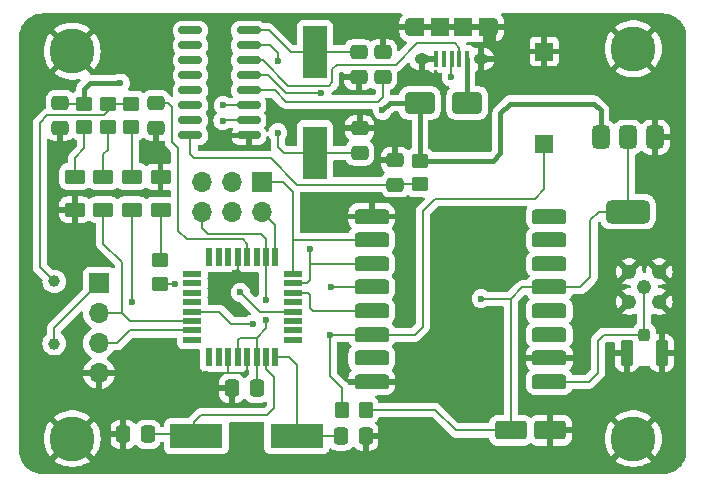
<source format=gbr>
%TF.GenerationSoftware,KiCad,Pcbnew,8.0.4-8.0.4-0~ubuntu24.04.1*%
%TF.CreationDate,2024-08-31T18:15:13+03:00*%
%TF.ProjectId,ground_control_using_pc,67726f75-6e64-45f6-936f-6e74726f6c5f,rev?*%
%TF.SameCoordinates,Original*%
%TF.FileFunction,Copper,L1,Top*%
%TF.FilePolarity,Positive*%
%FSLAX46Y46*%
G04 Gerber Fmt 4.6, Leading zero omitted, Abs format (unit mm)*
G04 Created by KiCad (PCBNEW 8.0.4-8.0.4-0~ubuntu24.04.1) date 2024-08-31 18:15:13*
%MOMM*%
%LPD*%
G01*
G04 APERTURE LIST*
G04 Aperture macros list*
%AMRoundRect*
0 Rectangle with rounded corners*
0 $1 Rounding radius*
0 $2 $3 $4 $5 $6 $7 $8 $9 X,Y pos of 4 corners*
0 Add a 4 corners polygon primitive as box body*
4,1,4,$2,$3,$4,$5,$6,$7,$8,$9,$2,$3,0*
0 Add four circle primitives for the rounded corners*
1,1,$1+$1,$2,$3*
1,1,$1+$1,$4,$5*
1,1,$1+$1,$6,$7*
1,1,$1+$1,$8,$9*
0 Add four rect primitives between the rounded corners*
20,1,$1+$1,$2,$3,$4,$5,0*
20,1,$1+$1,$4,$5,$6,$7,0*
20,1,$1+$1,$6,$7,$8,$9,0*
20,1,$1+$1,$8,$9,$2,$3,0*%
G04 Aperture macros list end*
%TA.AperFunction,SMDPad,CuDef*%
%ADD10RoundRect,0.250000X-0.337500X-0.475000X0.337500X-0.475000X0.337500X0.475000X-0.337500X0.475000X0*%
%TD*%
%TA.AperFunction,ComponentPad*%
%ADD11C,3.800000*%
%TD*%
%TA.AperFunction,SMDPad,CuDef*%
%ADD12RoundRect,0.250000X0.625000X-0.375000X0.625000X0.375000X-0.625000X0.375000X-0.625000X-0.375000X0*%
%TD*%
%TA.AperFunction,SMDPad,CuDef*%
%ADD13RoundRect,0.250000X-1.075000X-0.550000X1.075000X-0.550000X1.075000X0.550000X-1.075000X0.550000X0*%
%TD*%
%TA.AperFunction,SMDPad,CuDef*%
%ADD14RoundRect,0.250000X0.450000X-0.350000X0.450000X0.350000X-0.450000X0.350000X-0.450000X-0.350000X0*%
%TD*%
%TA.AperFunction,SMDPad,CuDef*%
%ADD15RoundRect,0.250000X-0.475000X0.337500X-0.475000X-0.337500X0.475000X-0.337500X0.475000X0.337500X0*%
%TD*%
%TA.AperFunction,SMDPad,CuDef*%
%ADD16RoundRect,0.375000X-0.375000X0.625000X-0.375000X-0.625000X0.375000X-0.625000X0.375000X0.625000X0*%
%TD*%
%TA.AperFunction,SMDPad,CuDef*%
%ADD17RoundRect,0.500000X-1.400000X0.500000X-1.400000X-0.500000X1.400000X-0.500000X1.400000X0.500000X0*%
%TD*%
%TA.AperFunction,SMDPad,CuDef*%
%ADD18RoundRect,0.250000X0.475000X-0.337500X0.475000X0.337500X-0.475000X0.337500X-0.475000X-0.337500X0*%
%TD*%
%TA.AperFunction,SMDPad,CuDef*%
%ADD19RoundRect,0.150000X0.825000X0.150000X-0.825000X0.150000X-0.825000X-0.150000X0.825000X-0.150000X0*%
%TD*%
%TA.AperFunction,SMDPad,CuDef*%
%ADD20R,1.500000X1.500000*%
%TD*%
%TA.AperFunction,SMDPad,CuDef*%
%ADD21RoundRect,0.317500X-1.157500X-0.317500X1.157500X-0.317500X1.157500X0.317500X-1.157500X0.317500X0*%
%TD*%
%TA.AperFunction,ComponentPad*%
%ADD22R,1.700000X1.700000*%
%TD*%
%TA.AperFunction,ComponentPad*%
%ADD23O,1.700000X1.700000*%
%TD*%
%TA.AperFunction,SMDPad,CuDef*%
%ADD24RoundRect,0.250000X-0.450000X0.350000X-0.450000X-0.350000X0.450000X-0.350000X0.450000X0.350000X0*%
%TD*%
%TA.AperFunction,SMDPad,CuDef*%
%ADD25RoundRect,0.250000X0.337500X0.475000X-0.337500X0.475000X-0.337500X-0.475000X0.337500X-0.475000X0*%
%TD*%
%TA.AperFunction,SMDPad,CuDef*%
%ADD26R,0.550000X1.600000*%
%TD*%
%TA.AperFunction,SMDPad,CuDef*%
%ADD27R,1.600000X0.550000*%
%TD*%
%TA.AperFunction,ComponentPad*%
%ADD28C,1.240000*%
%TD*%
%TA.AperFunction,SMDPad,CuDef*%
%ADD29RoundRect,0.250000X0.350000X0.450000X-0.350000X0.450000X-0.350000X-0.450000X0.350000X-0.450000X0*%
%TD*%
%TA.AperFunction,SMDPad,CuDef*%
%ADD30R,2.000000X4.500000*%
%TD*%
%TA.AperFunction,SMDPad,CuDef*%
%ADD31R,0.400000X1.350000*%
%TD*%
%TA.AperFunction,ComponentPad*%
%ADD32O,0.890000X1.550000*%
%TD*%
%TA.AperFunction,SMDPad,CuDef*%
%ADD33R,1.200000X1.550000*%
%TD*%
%TA.AperFunction,ComponentPad*%
%ADD34O,1.250000X0.950000*%
%TD*%
%TA.AperFunction,SMDPad,CuDef*%
%ADD35R,1.500000X1.550000*%
%TD*%
%TA.AperFunction,SMDPad,CuDef*%
%ADD36RoundRect,0.250000X-0.625000X0.375000X-0.625000X-0.375000X0.625000X-0.375000X0.625000X0.375000X0*%
%TD*%
%TA.AperFunction,SMDPad,CuDef*%
%ADD37RoundRect,0.250000X-0.250000X0.275000X-0.250000X-0.275000X0.250000X-0.275000X0.250000X0.275000X0*%
%TD*%
%TA.AperFunction,SMDPad,CuDef*%
%ADD38RoundRect,0.250000X-0.275000X0.850000X-0.275000X-0.850000X0.275000X-0.850000X0.275000X0.850000X0*%
%TD*%
%TA.AperFunction,SMDPad,CuDef*%
%ADD39R,4.500000X2.000000*%
%TD*%
%TA.AperFunction,SMDPad,CuDef*%
%ADD40RoundRect,0.250000X-1.000000X-0.650000X1.000000X-0.650000X1.000000X0.650000X-1.000000X0.650000X0*%
%TD*%
%TA.AperFunction,SMDPad,CuDef*%
%ADD41C,1.000000*%
%TD*%
%TA.AperFunction,ViaPad*%
%ADD42C,0.600000*%
%TD*%
%TA.AperFunction,Conductor*%
%ADD43C,0.200000*%
%TD*%
%TA.AperFunction,Conductor*%
%ADD44C,0.300000*%
%TD*%
%TA.AperFunction,Conductor*%
%ADD45C,0.400000*%
%TD*%
G04 APERTURE END LIST*
D10*
%TO.P,C10,1*%
%TO.N,GND*%
X159322500Y-103630000D03*
%TO.P,C10,2*%
%TO.N,Net-(U3-XTAL1{slash}PB6)*%
X161397500Y-103630000D03*
%TD*%
D11*
%TO.P,H4,1,1*%
%TO.N,GND*%
X202500000Y-104000000D03*
%TD*%
D12*
%TO.P,D4,1,K*%
%TO.N,/RXD*%
X157640000Y-84630000D03*
%TO.P,D4,2,A*%
%TO.N,Net-(D4-A)*%
X157640000Y-81830000D03*
%TD*%
D13*
%TO.P,C7,1*%
%TO.N,+3V3*%
X192130000Y-103310000D03*
%TO.P,C7,2*%
%TO.N,GND*%
X195480000Y-103310000D03*
%TD*%
D14*
%TO.P,R4,1*%
%TO.N,Net-(D5-A)*%
X160010000Y-77640000D03*
%TO.P,R4,2*%
%TO.N,+5V*%
X160010000Y-75640000D03*
%TD*%
D15*
%TO.P,C2,1*%
%TO.N,GND*%
X182340000Y-80420000D03*
%TO.P,C2,2*%
%TO.N,Net-(U1-VCC)*%
X182340000Y-82495000D03*
%TD*%
D16*
%TO.P,U2,1,GND*%
%TO.N,GND*%
X204332500Y-78490000D03*
%TO.P,U2,2,VO*%
%TO.N,+3V3*%
X202032500Y-78490000D03*
D17*
X202032500Y-84790000D03*
D16*
%TO.P,U2,3,VI*%
%TO.N,Net-(D2-K)*%
X199732500Y-78490000D03*
%TD*%
D18*
%TO.P,C5,1*%
%TO.N,GND*%
X153980000Y-77680000D03*
%TO.P,C5,2*%
%TO.N,Net-(D2-K)*%
X153980000Y-75605000D03*
%TD*%
D14*
%TO.P,R3,1*%
%TO.N,Net-(D4-A)*%
X158020000Y-77640000D03*
%TO.P,R3,2*%
%TO.N,+5V*%
X158020000Y-75640000D03*
%TD*%
D19*
%TO.P,U1,1,GND*%
%TO.N,GND*%
X169950000Y-78340000D03*
%TO.P,U1,2,TXD*%
%TO.N,/RXD*%
X169950000Y-77070000D03*
%TO.P,U1,3,RXD*%
%TO.N,/TXD*%
X169950000Y-75800000D03*
%TO.P,U1,4,V3*%
%TO.N,Net-(U1-V3)*%
X169950000Y-74530000D03*
%TO.P,U1,5,UD+*%
%TO.N,Net-(J2-D+)*%
X169950000Y-73260000D03*
%TO.P,U1,6,UD-*%
%TO.N,Net-(J2-D-)*%
X169950000Y-71990000D03*
%TO.P,U1,7,XI*%
%TO.N,Net-(U1-XI)*%
X169950000Y-70720000D03*
%TO.P,U1,8,XO*%
%TO.N,Net-(U1-XO)*%
X169950000Y-69450000D03*
%TO.P,U1,9,~{CTS}*%
%TO.N,unconnected-(U1-~{CTS}-Pad9)*%
X165000000Y-69450000D03*
%TO.P,U1,10,~{DSR}*%
%TO.N,unconnected-(U1-~{DSR}-Pad10)*%
X165000000Y-70720000D03*
%TO.P,U1,11,~{RI}*%
%TO.N,unconnected-(U1-~{RI}-Pad11)*%
X165000000Y-71990000D03*
%TO.P,U1,12,~{DCD}*%
%TO.N,unconnected-(U1-~{DCD}-Pad12)*%
X165000000Y-73260000D03*
%TO.P,U1,13,~{DTR}*%
%TO.N,unconnected-(U1-~{DTR}-Pad13)*%
X165000000Y-74530000D03*
%TO.P,U1,14,~{RTS}*%
%TO.N,unconnected-(U1-~{RTS}-Pad14)*%
X165000000Y-75800000D03*
%TO.P,U1,15,R232*%
%TO.N,unconnected-(U1-R232-Pad15)*%
X165000000Y-77070000D03*
%TO.P,U1,16,VCC*%
%TO.N,Net-(U1-VCC)*%
X165000000Y-78340000D03*
%TD*%
D20*
%TO.P,SW1,1,1*%
%TO.N,GND*%
X194970000Y-71230000D03*
%TO.P,SW1,2,2*%
%TO.N,/reset*%
X194970000Y-79030000D03*
%TD*%
D21*
%TO.P,U4,1,GND*%
%TO.N,GND*%
X180350000Y-85200000D03*
%TO.P,U4,2,MISO*%
%TO.N,/MISO*%
X180350000Y-87200000D03*
%TO.P,U4,3,MOSI*%
%TO.N,/MOSI*%
X180350000Y-89200000D03*
%TO.P,U4,4,SCK*%
%TO.N,/SCLK*%
X180350000Y-91200000D03*
%TO.P,U4,5,NSS*%
%TO.N,Net-(U3-PB2)*%
X180350000Y-93200000D03*
%TO.P,U4,6,RESET*%
%TO.N,/reset*%
X180350000Y-95200000D03*
%TO.P,U4,7,DIO5*%
%TO.N,unconnected-(U4-DIO5-Pad7)*%
X180350000Y-97200000D03*
%TO.P,U4,8,GND*%
%TO.N,GND*%
X180350000Y-99200000D03*
%TO.P,U4,9,ANT*%
%TO.N,Net-(AE1-A)*%
X195400000Y-99200000D03*
%TO.P,U4,10,GND*%
%TO.N,GND*%
X195400000Y-97200000D03*
%TO.P,U4,11,DIO3*%
%TO.N,unconnected-(U4-DIO3-Pad11)*%
X195400000Y-95200000D03*
%TO.P,U4,12,DIO4*%
%TO.N,unconnected-(U4-DIO4-Pad12)*%
X195400000Y-93200000D03*
%TO.P,U4,13,3.3V*%
%TO.N,+3V3*%
X195400000Y-91200000D03*
%TO.P,U4,14,DIO0*%
%TO.N,unconnected-(U4-DIO0-Pad14)*%
X195400000Y-89200000D03*
%TO.P,U4,15,DIO1*%
%TO.N,unconnected-(U4-DIO1-Pad15)*%
X195400000Y-87200000D03*
%TO.P,U4,16,DIO2*%
%TO.N,unconnected-(U4-DIO2-Pad16)*%
X195400000Y-85200000D03*
%TD*%
D18*
%TO.P,C6,1*%
%TO.N,GND*%
X162090000Y-77677500D03*
%TO.P,C6,2*%
%TO.N,Net-(U3-AREF)*%
X162090000Y-75602500D03*
%TD*%
D22*
%TO.P,J6,1,Pin_1*%
%TO.N,/MISO*%
X171060000Y-82250000D03*
D23*
%TO.P,J6,2,Pin_2*%
%TO.N,/SCLK*%
X171060000Y-84790000D03*
%TO.P,J6,3,Pin_3*%
%TO.N,/reset*%
X168520000Y-82250000D03*
%TO.P,J6,4,Pin_4*%
%TO.N,GND*%
X168520000Y-84790000D03*
%TO.P,J6,5,Pin_5*%
%TO.N,/MOSI*%
X165980000Y-82250000D03*
%TO.P,J6,6,Pin_6*%
%TO.N,+3V3*%
X165980000Y-84790000D03*
%TD*%
D11*
%TO.P,H1,1,1*%
%TO.N,GND*%
X155000000Y-71200000D03*
%TD*%
%TO.P,H2,1,1*%
%TO.N,GND*%
X155000000Y-104000000D03*
%TD*%
D24*
%TO.P,R5,1*%
%TO.N,Net-(D6-A)*%
X162460000Y-88910000D03*
%TO.P,R5,2*%
%TO.N,Net-(U3-PB0)*%
X162460000Y-90910000D03*
%TD*%
D25*
%TO.P,C9,1*%
%TO.N,GND*%
X179835000Y-103790000D03*
%TO.P,C9,2*%
%TO.N,Net-(U3-XTAL2{slash}PB7)*%
X177760000Y-103790000D03*
%TD*%
D26*
%TO.P,U3,1,PD3*%
%TO.N,unconnected-(U3-PD3-Pad1)*%
X166600000Y-97100000D03*
%TO.P,U3,2,PD4*%
%TO.N,unconnected-(U3-PD4-Pad2)*%
X167400000Y-97100000D03*
%TO.P,U3,3,GND*%
%TO.N,GND*%
X168200000Y-97100000D03*
%TO.P,U3,4,VCC*%
%TO.N,+3V3*%
X169000000Y-97100000D03*
%TO.P,U3,5,GND*%
%TO.N,GND*%
X169800000Y-97100000D03*
%TO.P,U3,6,VCC*%
%TO.N,+3V3*%
X170600000Y-97100000D03*
%TO.P,U3,7,XTAL1/PB6*%
%TO.N,Net-(U3-XTAL1{slash}PB6)*%
X171400000Y-97100000D03*
%TO.P,U3,8,XTAL2/PB7*%
%TO.N,Net-(U3-XTAL2{slash}PB7)*%
X172200000Y-97100000D03*
D27*
%TO.P,U3,9,PD5*%
%TO.N,unconnected-(U3-PD5-Pad9)*%
X173650000Y-95650000D03*
%TO.P,U3,10,PD6*%
%TO.N,unconnected-(U3-PD6-Pad10)*%
X173650000Y-94850000D03*
%TO.P,U3,11,PD7*%
%TO.N,unconnected-(U3-PD7-Pad11)*%
X173650000Y-94050000D03*
%TO.P,U3,12,PB0*%
%TO.N,Net-(U3-PB0)*%
X173650000Y-93250000D03*
%TO.P,U3,13,PB1*%
%TO.N,unconnected-(U3-PB1-Pad13)*%
X173650000Y-92450000D03*
%TO.P,U3,14,PB2*%
%TO.N,Net-(U3-PB2)*%
X173650000Y-91650000D03*
%TO.P,U3,15,PB3*%
%TO.N,/MOSI*%
X173650000Y-90850000D03*
%TO.P,U3,16,PB4*%
%TO.N,/MISO*%
X173650000Y-90050000D03*
D26*
%TO.P,U3,17,PB5*%
%TO.N,/SCLK*%
X172200000Y-88600000D03*
%TO.P,U3,18,AVCC*%
%TO.N,+3V3*%
X171400000Y-88600000D03*
%TO.P,U3,19,ADC6*%
%TO.N,unconnected-(U3-ADC6-Pad19)*%
X170600000Y-88600000D03*
%TO.P,U3,20,AREF*%
%TO.N,Net-(U3-AREF)*%
X169800000Y-88600000D03*
%TO.P,U3,21,GND*%
%TO.N,GND*%
X169000000Y-88600000D03*
%TO.P,U3,22,ADC7*%
%TO.N,unconnected-(U3-ADC7-Pad22)*%
X168200000Y-88600000D03*
%TO.P,U3,23,PC0*%
%TO.N,unconnected-(U3-PC0-Pad23)*%
X167400000Y-88600000D03*
%TO.P,U3,24,PC1*%
%TO.N,unconnected-(U3-PC1-Pad24)*%
X166600000Y-88600000D03*
D27*
%TO.P,U3,25,PC2*%
%TO.N,unconnected-(U3-PC2-Pad25)*%
X165150000Y-90050000D03*
%TO.P,U3,26,PC3*%
%TO.N,unconnected-(U3-PC3-Pad26)*%
X165150000Y-90850000D03*
%TO.P,U3,27,PC4*%
%TO.N,unconnected-(U3-PC4-Pad27)*%
X165150000Y-91650000D03*
%TO.P,U3,28,PC5*%
%TO.N,unconnected-(U3-PC5-Pad28)*%
X165150000Y-92450000D03*
%TO.P,U3,29,~{RESET}/PC6*%
%TO.N,/reset*%
X165150000Y-93250000D03*
%TO.P,U3,30,PD0*%
%TO.N,/RXD*%
X165150000Y-94050000D03*
%TO.P,U3,31,PD1*%
%TO.N,/TXD*%
X165150000Y-94850000D03*
%TO.P,U3,32,PD2*%
%TO.N,unconnected-(U3-PD2-Pad32)*%
X165150000Y-95650000D03*
%TD*%
D28*
%TO.P,AE1,1,A*%
%TO.N,Net-(AE1-A)*%
X203430000Y-91140000D03*
%TO.P,AE1,2,Shield*%
%TO.N,GND*%
X202160000Y-89870000D03*
X202160000Y-92410000D03*
X204700000Y-89870000D03*
X204700000Y-92410000D03*
%TD*%
D11*
%TO.P,H3,1,1*%
%TO.N,GND*%
X202500000Y-71000000D03*
%TD*%
D12*
%TO.P,D3,1,K*%
%TO.N,GND*%
X155250000Y-84620000D03*
%TO.P,D3,2,A*%
%TO.N,Net-(D3-A)*%
X155250000Y-81820000D03*
%TD*%
D29*
%TO.P,R6,1*%
%TO.N,+3V3*%
X179850000Y-101570000D03*
%TO.P,R6,2*%
%TO.N,/reset*%
X177850000Y-101570000D03*
%TD*%
D15*
%TO.P,C1,1*%
%TO.N,GND*%
X179340000Y-77725000D03*
%TO.P,C1,2*%
%TO.N,Net-(U1-XI)*%
X179340000Y-79800000D03*
%TD*%
D24*
%TO.P,R1,1*%
%TO.N,Net-(D2-K)*%
X184410000Y-80470000D03*
%TO.P,R1,2*%
%TO.N,Net-(U1-VCC)*%
X184410000Y-82470000D03*
%TD*%
D30*
%TO.P,Y1,1,1*%
%TO.N,Net-(U1-XI)*%
X175545000Y-79800000D03*
%TO.P,Y1,2,2*%
%TO.N,Net-(U1-XO)*%
X175545000Y-71300000D03*
%TD*%
D31*
%TO.P,J2,1,VBUS*%
%TO.N,Net-(D2-A)*%
X188420000Y-71880000D03*
%TO.P,J2,2,D-*%
%TO.N,Net-(J2-D-)*%
X187770000Y-71880000D03*
%TO.P,J2,3,D+*%
%TO.N,Net-(J2-D+)*%
X187120000Y-71880000D03*
%TO.P,J2,4,ID*%
%TO.N,unconnected-(J2-ID-Pad4)*%
X186470000Y-71880000D03*
%TO.P,J2,5,GND*%
%TO.N,GND*%
X185820000Y-71880000D03*
D32*
%TO.P,J2,6,Shield*%
X190620000Y-69180000D03*
D33*
X190020000Y-69180000D03*
D34*
X189620000Y-71880000D03*
D35*
X188120000Y-69180000D03*
X186120000Y-69180000D03*
D34*
X184620000Y-71880000D03*
D33*
X184220000Y-69180000D03*
D32*
X183620000Y-69180000D03*
%TD*%
D22*
%TO.P,J5,1,Pin_1*%
%TO.N,+3V3*%
X157270000Y-90840000D03*
D23*
%TO.P,J5,2,Pin_2*%
%TO.N,/RXD*%
X157270000Y-93380000D03*
%TO.P,J5,3,Pin_3*%
%TO.N,/TXD*%
X157270000Y-95920000D03*
%TO.P,J5,4,Pin_4*%
%TO.N,GND*%
X157270000Y-98460000D03*
%TD*%
D36*
%TO.P,D6,1,K*%
%TO.N,GND*%
X162470000Y-81840000D03*
%TO.P,D6,2,A*%
%TO.N,Net-(D6-A)*%
X162470000Y-84640000D03*
%TD*%
D10*
%TO.P,C8,1*%
%TO.N,GND*%
X168525000Y-99740000D03*
%TO.P,C8,2*%
%TO.N,+3V3*%
X170600000Y-99740000D03*
%TD*%
D18*
%TO.P,C3,1*%
%TO.N,GND*%
X179240000Y-73375000D03*
%TO.P,C3,2*%
%TO.N,Net-(U1-XO)*%
X179240000Y-71300000D03*
%TD*%
D12*
%TO.P,D5,1,K*%
%TO.N,/TXD*%
X160020000Y-84620000D03*
%TO.P,D5,2,A*%
%TO.N,Net-(D5-A)*%
X160020000Y-81820000D03*
%TD*%
D37*
%TO.P,AE2,1,A*%
%TO.N,Net-(AE1-A)*%
X203420000Y-95220000D03*
D38*
%TO.P,AE2,2,Shield*%
%TO.N,GND*%
X204895000Y-96745000D03*
X201945000Y-96745000D03*
%TD*%
D39*
%TO.P,Y2,1,1*%
%TO.N,Net-(U3-XTAL2{slash}PB7)*%
X174000000Y-103800000D03*
%TO.P,Y2,2,2*%
%TO.N,Net-(U3-XTAL1{slash}PB6)*%
X165500000Y-103800000D03*
%TD*%
D14*
%TO.P,R2,1*%
%TO.N,Net-(D3-A)*%
X156030000Y-77640000D03*
%TO.P,R2,2*%
%TO.N,Net-(D2-K)*%
X156030000Y-75640000D03*
%TD*%
D40*
%TO.P,D2,1,K*%
%TO.N,Net-(D2-K)*%
X184430000Y-75590000D03*
%TO.P,D2,2,A*%
%TO.N,Net-(D2-A)*%
X188430000Y-75590000D03*
%TD*%
D41*
%TO.P,TP2,1,1*%
%TO.N,+3V3*%
X153480000Y-95960000D03*
%TD*%
D18*
%TO.P,C4,1*%
%TO.N,Net-(U1-V3)*%
X181280000Y-73365000D03*
%TO.P,C4,2*%
%TO.N,GND*%
X181280000Y-71290000D03*
%TD*%
D41*
%TO.P,TP1,1,1*%
%TO.N,+5V*%
X153480000Y-90700000D03*
%TD*%
D42*
%TO.N,GND*%
X177500000Y-84000000D03*
X187000000Y-97500000D03*
X189000000Y-97500000D03*
X189000000Y-96500000D03*
X185000000Y-97500000D03*
X184000000Y-97500000D03*
X186000000Y-99500000D03*
X187500000Y-106000000D03*
X187000000Y-98500000D03*
X184000000Y-96500000D03*
X166330000Y-98500000D03*
X190000000Y-96500000D03*
X185500000Y-105000000D03*
X184000000Y-98500000D03*
X185000000Y-98500000D03*
X190000000Y-98500000D03*
X188500000Y-105000000D03*
X186000000Y-97500000D03*
X173660000Y-77190000D03*
X176500000Y-86000000D03*
X173650000Y-77970000D03*
X185000000Y-99500000D03*
X168800000Y-89990000D03*
X188000000Y-97500000D03*
X176500000Y-85000000D03*
X189500000Y-105000000D03*
X188000000Y-99500000D03*
X187500000Y-105000000D03*
X186000000Y-96500000D03*
X184500000Y-105000000D03*
X187000000Y-99500000D03*
X188500000Y-106000000D03*
X184000000Y-99500000D03*
X176500000Y-84000000D03*
X189500000Y-106000000D03*
X177500000Y-85000000D03*
X185000000Y-96500000D03*
X184500000Y-106000000D03*
X186000000Y-98500000D03*
X188000000Y-96500000D03*
X187000000Y-96500000D03*
X177840000Y-73390000D03*
X186500000Y-105000000D03*
X190000000Y-99500000D03*
X173610000Y-78700000D03*
X188000000Y-98500000D03*
X189000000Y-99500000D03*
X190000000Y-97500000D03*
X186500000Y-106000000D03*
X177500000Y-86000000D03*
X185500000Y-106000000D03*
X189000000Y-98500000D03*
%TO.N,Net-(U1-XI)*%
X172400000Y-72020000D03*
X172400000Y-78100000D03*
%TO.N,+3V3*%
X171400000Y-92240000D03*
X189630000Y-92150000D03*
X171400000Y-93950000D03*
%TO.N,/RXD*%
X167740000Y-77080000D03*
%TO.N,/TXD*%
X160020000Y-92420000D03*
X167780000Y-75790000D03*
%TO.N,Net-(J2-D+)*%
X187100000Y-73420000D03*
X176020000Y-74780000D03*
%TO.N,/reset*%
X170290000Y-94270000D03*
X176790000Y-95200000D03*
%TO.N,/MOSI*%
X175160000Y-87950000D03*
%TO.N,/SCLK*%
X176890000Y-91200000D03*
%TO.N,Net-(U3-PB0)*%
X163710000Y-90910000D03*
X169230000Y-91630000D03*
%TO.N,Net-(D2-K)*%
X159070000Y-73900000D03*
X181260000Y-76210000D03*
%TD*%
D43*
%TO.N,GND*%
X169800000Y-97100000D02*
X169800000Y-98190000D01*
X166320000Y-98490000D02*
X166310000Y-98490000D01*
X169800000Y-98190000D02*
X169500000Y-98490000D01*
X169000000Y-88600000D02*
X169000000Y-89790000D01*
X166310000Y-98490000D02*
X166300000Y-98480000D01*
X166330000Y-98500000D02*
X166320000Y-98490000D01*
X166340000Y-98490000D02*
X166330000Y-98500000D01*
X169000000Y-89790000D02*
X168800000Y-89990000D01*
X168200000Y-97100000D02*
X168200000Y-98490000D01*
X169500000Y-98490000D02*
X166340000Y-98490000D01*
%TO.N,Net-(AE1-A)*%
X203420000Y-95220000D02*
X203420000Y-91150000D01*
X199500000Y-98420000D02*
X199500000Y-95720000D01*
X200000000Y-95220000D02*
X203420000Y-95220000D01*
X203420000Y-91150000D02*
X203430000Y-91140000D01*
X198720000Y-99200000D02*
X199500000Y-98420000D01*
X199500000Y-95720000D02*
X200000000Y-95220000D01*
X195400000Y-99200000D02*
X198720000Y-99200000D01*
%TO.N,Net-(U1-XI)*%
X172920000Y-79800000D02*
X175545000Y-79800000D01*
X172400000Y-72020000D02*
X172400000Y-71390000D01*
X171730000Y-70720000D02*
X169950000Y-70720000D01*
X172400000Y-71390000D02*
X171730000Y-70720000D01*
X172910000Y-79810000D02*
X172920000Y-79800000D01*
X172400000Y-79300000D02*
X172910000Y-79810000D01*
X172400000Y-78100000D02*
X172400000Y-79300000D01*
X179340000Y-79800000D02*
X175545000Y-79800000D01*
%TO.N,Net-(U1-VCC)*%
X165330000Y-80250000D02*
X165000000Y-79920000D01*
X171800000Y-80250000D02*
X165330000Y-80250000D01*
X174040000Y-82490000D02*
X171800000Y-80250000D01*
X184410000Y-82470000D02*
X182365000Y-82470000D01*
X165000000Y-79920000D02*
X165000000Y-78340000D01*
X182335000Y-82490000D02*
X174040000Y-82490000D01*
X182340000Y-82495000D02*
X182335000Y-82490000D01*
X182365000Y-82470000D02*
X182340000Y-82495000D01*
%TO.N,Net-(U1-XO)*%
X179240000Y-71300000D02*
X175545000Y-71300000D01*
X171630000Y-69450000D02*
X173480000Y-71300000D01*
X173480000Y-71300000D02*
X175545000Y-71300000D01*
X169950000Y-69450000D02*
X171630000Y-69450000D01*
%TO.N,Net-(U1-V3)*%
X181280000Y-75050000D02*
X181280000Y-73365000D01*
X180860000Y-75470000D02*
X181280000Y-75050000D01*
X173060000Y-75470000D02*
X180860000Y-75470000D01*
X169950000Y-74530000D02*
X172120000Y-74530000D01*
X172120000Y-74530000D02*
X173060000Y-75470000D01*
%TO.N,+5V*%
X158020000Y-76270000D02*
X158020000Y-75640000D01*
X160010000Y-75640000D02*
X158020000Y-75640000D01*
X152890000Y-76640000D02*
X157650000Y-76640000D01*
X157650000Y-76640000D02*
X158020000Y-76270000D01*
X152230000Y-89450000D02*
X152230000Y-77300000D01*
X153480000Y-90700000D02*
X152230000Y-89450000D01*
X152230000Y-77300000D02*
X152890000Y-76640000D01*
%TO.N,Net-(U3-AREF)*%
X169440000Y-87130000D02*
X164670000Y-87130000D01*
X164670000Y-87130000D02*
X163940000Y-86400000D01*
X163940000Y-79440000D02*
X163430000Y-78930000D01*
X163940000Y-86400000D02*
X163940000Y-79440000D01*
X163142500Y-75602500D02*
X162090000Y-75602500D01*
X163430000Y-75890000D02*
X163142500Y-75602500D01*
X169800000Y-88600000D02*
X169800000Y-87490000D01*
X163430000Y-78930000D02*
X163430000Y-75890000D01*
X169800000Y-87490000D02*
X169440000Y-87130000D01*
%TO.N,+3V3*%
X165980000Y-86140000D02*
X165980000Y-84790000D01*
X195400000Y-91200000D02*
X193080000Y-91200000D01*
X198870000Y-90310000D02*
X197980000Y-91200000D01*
X169230000Y-95460000D02*
X170400000Y-95460000D01*
X202032500Y-78490000D02*
X202032500Y-84790000D01*
X153480000Y-95960000D02*
X153480000Y-94630000D01*
X170600000Y-99740000D02*
X170600000Y-97100000D01*
X197980000Y-91200000D02*
X195400000Y-91200000D01*
X153480000Y-94630000D02*
X157270000Y-90840000D01*
X166520000Y-86680000D02*
X165980000Y-86140000D01*
X198870000Y-85480000D02*
X198870000Y-90310000D01*
X171400000Y-88600000D02*
X171400000Y-87080000D01*
X192110000Y-103290000D02*
X192130000Y-103310000D01*
X170400000Y-95460000D02*
X170600000Y-95460000D01*
X202032500Y-84790000D02*
X199560000Y-84790000D01*
X193080000Y-91200000D02*
X192130000Y-92150000D01*
X170600000Y-95460000D02*
X170600000Y-97100000D01*
X189630000Y-92150000D02*
X192130000Y-92150000D01*
X171400000Y-93950000D02*
X171400000Y-94660000D01*
X179850000Y-101570000D02*
X185710000Y-101570000D01*
X171400000Y-88600000D02*
X171400000Y-92240000D01*
X199560000Y-84790000D02*
X198870000Y-85480000D01*
X169000000Y-95690000D02*
X169230000Y-95460000D01*
X192130000Y-92150000D02*
X192130000Y-103310000D01*
X171400000Y-87080000D02*
X171000000Y-86680000D01*
X171000000Y-86680000D02*
X166520000Y-86680000D01*
X187450000Y-103310000D02*
X192130000Y-103310000D01*
X169000000Y-97100000D02*
X169000000Y-95690000D01*
X185710000Y-101570000D02*
X187450000Y-103310000D01*
X171400000Y-94660000D02*
X170600000Y-95460000D01*
%TO.N,Net-(U3-XTAL2{slash}PB7)*%
X172200000Y-97100000D02*
X173320000Y-97100000D01*
X174010000Y-103790000D02*
X174000000Y-103800000D01*
X173320000Y-97100000D02*
X174000000Y-97780000D01*
X177760000Y-103790000D02*
X174010000Y-103790000D01*
X174000000Y-97780000D02*
X174000000Y-103800000D01*
%TO.N,Net-(U3-XTAL1{slash}PB6)*%
X171400000Y-98110000D02*
X172100000Y-98810000D01*
X165330000Y-103630000D02*
X165500000Y-103800000D01*
X171500000Y-102010000D02*
X165920000Y-102010000D01*
X172100000Y-101410000D02*
X171500000Y-102010000D01*
X172100000Y-98810000D02*
X172100000Y-101410000D01*
X161397500Y-103630000D02*
X165330000Y-103630000D01*
X171400000Y-97100000D02*
X171400000Y-98110000D01*
X165920000Y-102010000D02*
X165330000Y-102600000D01*
X165330000Y-102600000D02*
X165330000Y-103630000D01*
D44*
%TO.N,Net-(D2-A)*%
X188420000Y-71880000D02*
X188410000Y-71890000D01*
D45*
X188420000Y-75560000D02*
X188410000Y-75570000D01*
D44*
X188410000Y-75570000D02*
X188420000Y-75580000D01*
D43*
X188420000Y-75580000D02*
X188430000Y-75590000D01*
D45*
X188420000Y-71900000D02*
X188420000Y-75560000D01*
X188410000Y-71890000D02*
X188420000Y-71900000D01*
D43*
%TO.N,Net-(D3-A)*%
X155250000Y-80210000D02*
X156030000Y-79430000D01*
X155250000Y-81820000D02*
X155250000Y-80210000D01*
X156030000Y-79430000D02*
X156030000Y-77640000D01*
%TO.N,Net-(D4-A)*%
X157640000Y-81830000D02*
X157640000Y-79930000D01*
X158020000Y-79550000D02*
X158020000Y-77640000D01*
X157640000Y-79930000D02*
X158020000Y-79550000D01*
%TO.N,/RXD*%
X159850000Y-94050000D02*
X159190000Y-93390000D01*
X157640000Y-87500000D02*
X159190000Y-89050000D01*
X159190000Y-93380000D02*
X157270000Y-93380000D01*
X169950000Y-77070000D02*
X167750000Y-77070000D01*
X157640000Y-84630000D02*
X157640000Y-87500000D01*
X159190000Y-89050000D02*
X159190000Y-93380000D01*
X159190000Y-93390000D02*
X159190000Y-93380000D01*
X167750000Y-77070000D02*
X167740000Y-77080000D01*
X165150000Y-94050000D02*
X159850000Y-94050000D01*
%TO.N,Net-(D5-A)*%
X160020000Y-77650000D02*
X160010000Y-77640000D01*
X160020000Y-81820000D02*
X160020000Y-77650000D01*
%TO.N,/TXD*%
X159890000Y-94850000D02*
X158820000Y-95920000D01*
X167790000Y-75800000D02*
X167780000Y-75790000D01*
X160020000Y-84620000D02*
X160020000Y-92420000D01*
X169950000Y-75800000D02*
X167790000Y-75800000D01*
X165150000Y-94850000D02*
X159890000Y-94850000D01*
X158820000Y-95920000D02*
X157270000Y-95920000D01*
%TO.N,Net-(D6-A)*%
X162470000Y-84640000D02*
X162470000Y-88900000D01*
X162470000Y-88900000D02*
X162460000Y-88910000D01*
%TO.N,Net-(J2-D-)*%
X187770000Y-70900000D02*
X187420000Y-70550000D01*
X176710000Y-74110000D02*
X173250000Y-74110000D01*
X177010000Y-72730000D02*
X177010000Y-73810000D01*
X177010000Y-73810000D02*
X176710000Y-74110000D01*
X173250000Y-74110000D02*
X171130000Y-71990000D01*
X177400000Y-72340000D02*
X177010000Y-72730000D01*
X171130000Y-71990000D02*
X169950000Y-71990000D01*
X187770000Y-71880000D02*
X187770000Y-70900000D01*
X182370000Y-72340000D02*
X177400000Y-72340000D01*
X184160000Y-70550000D02*
X182370000Y-72340000D01*
X187420000Y-70550000D02*
X184160000Y-70550000D01*
%TO.N,Net-(J2-D+)*%
X173130000Y-74780000D02*
X171610000Y-73260000D01*
X187100000Y-73420000D02*
X187100000Y-71900000D01*
X171610000Y-73260000D02*
X169950000Y-73260000D01*
X187100000Y-71900000D02*
X187120000Y-71880000D01*
X176020000Y-74780000D02*
X173130000Y-74780000D01*
%TO.N,/reset*%
X177850000Y-99730000D02*
X177850000Y-101570000D01*
X185710000Y-83720000D02*
X184680000Y-84750000D01*
X194160000Y-83720000D02*
X185710000Y-83720000D01*
X170290000Y-94270000D02*
X168430000Y-94270000D01*
X176790000Y-98670000D02*
X177850000Y-99730000D01*
X168430000Y-94270000D02*
X167410000Y-93250000D01*
X194970000Y-79030000D02*
X194970000Y-82910000D01*
X184680000Y-94520000D02*
X184000000Y-95200000D01*
X184680000Y-84750000D02*
X184680000Y-94520000D01*
X167410000Y-93250000D02*
X165150000Y-93250000D01*
X184000000Y-95200000D02*
X180350000Y-95200000D01*
X176790000Y-95200000D02*
X180350000Y-95200000D01*
X176790000Y-95200000D02*
X176790000Y-98670000D01*
X194970000Y-82910000D02*
X194160000Y-83720000D01*
%TO.N,/MOSI*%
X175160000Y-90600000D02*
X175160000Y-89200000D01*
X173650000Y-90850000D02*
X174910000Y-90850000D01*
X175160000Y-89200000D02*
X175160000Y-87950000D01*
X174910000Y-90850000D02*
X175160000Y-90600000D01*
X175160000Y-89200000D02*
X180350000Y-89200000D01*
%TO.N,/MISO*%
X173650000Y-87200000D02*
X173650000Y-83090000D01*
X173650000Y-90050000D02*
X173650000Y-87200000D01*
X180350000Y-87200000D02*
X173650000Y-87200000D01*
X173650000Y-83090000D02*
X172810000Y-82250000D01*
X172810000Y-82250000D02*
X171060000Y-82250000D01*
%TO.N,/SCLK*%
X172200000Y-88600000D02*
X172200000Y-85930000D01*
X176890000Y-91200000D02*
X180350000Y-91200000D01*
X172200000Y-85930000D02*
X171060000Y-84790000D01*
%TO.N,Net-(U3-PB0)*%
X163710000Y-90910000D02*
X162460000Y-90910000D01*
X170850000Y-93250000D02*
X173650000Y-93250000D01*
X169230000Y-91630000D02*
X170850000Y-93250000D01*
%TO.N,Net-(U3-PB2)*%
X173650000Y-91650000D02*
X174930000Y-91650000D01*
X175150000Y-92950000D02*
X175400000Y-93200000D01*
X175150000Y-91870000D02*
X175150000Y-92950000D01*
X174930000Y-91650000D02*
X175150000Y-91870000D01*
X175400000Y-93200000D02*
X180350000Y-93200000D01*
%TO.N,Net-(D2-K)*%
X184430000Y-80450000D02*
X184410000Y-80470000D01*
D45*
X184410000Y-80470000D02*
X190590000Y-80470000D01*
X191250000Y-79810000D02*
X191250000Y-76440000D01*
X181880000Y-75590000D02*
X181260000Y-76210000D01*
D43*
X154015000Y-75640000D02*
X153980000Y-75605000D01*
D45*
X159070000Y-73900000D02*
X156500000Y-73900000D01*
D43*
X156030000Y-75640000D02*
X154015000Y-75640000D01*
D45*
X191250000Y-76440000D02*
X192040000Y-75650000D01*
X199170000Y-75650000D02*
X199732500Y-76212500D01*
X199732500Y-76212500D02*
X199732500Y-78490000D01*
X190590000Y-80470000D02*
X191250000Y-79810000D01*
X184430000Y-75590000D02*
X181880000Y-75590000D01*
X156500000Y-73900000D02*
X156030000Y-74370000D01*
X184430000Y-75590000D02*
X184430000Y-80450000D01*
X192040000Y-75650000D02*
X199170000Y-75650000D01*
X156030000Y-74370000D02*
X156030000Y-75640000D01*
%TD*%
%TA.AperFunction,Conductor*%
%TO.N,GND*%
G36*
X182900745Y-68020185D02*
G01*
X182946500Y-68072989D01*
X182956444Y-68142147D01*
X182927419Y-68205703D01*
X182921387Y-68212181D01*
X182885973Y-68247594D01*
X182885970Y-68247598D01*
X182782555Y-68402368D01*
X182782550Y-68402377D01*
X182711316Y-68574353D01*
X182711314Y-68574361D01*
X182675000Y-68756921D01*
X182675000Y-68930000D01*
X183370000Y-68930000D01*
X183370000Y-69430000D01*
X182675000Y-69430000D01*
X182675000Y-69603078D01*
X182711314Y-69785638D01*
X182711316Y-69785646D01*
X182782550Y-69957622D01*
X182782555Y-69957631D01*
X182885970Y-70112401D01*
X182885973Y-70112405D01*
X183017594Y-70244026D01*
X183017598Y-70244029D01*
X183172368Y-70347444D01*
X183172381Y-70347451D01*
X183242003Y-70376289D01*
X183296407Y-70420129D01*
X183318472Y-70486423D01*
X183301193Y-70554123D01*
X183282232Y-70578531D01*
X182716680Y-71144083D01*
X182655357Y-71177568D01*
X182585665Y-71172584D01*
X182529732Y-71130712D01*
X182505315Y-71065248D01*
X182504999Y-71056402D01*
X182504999Y-70902528D01*
X182504998Y-70902513D01*
X182494505Y-70799802D01*
X182439358Y-70633380D01*
X182439356Y-70633375D01*
X182347315Y-70484154D01*
X182223345Y-70360184D01*
X182074124Y-70268143D01*
X182074119Y-70268141D01*
X181907697Y-70212994D01*
X181907690Y-70212993D01*
X181804986Y-70202500D01*
X181530000Y-70202500D01*
X181530000Y-71416000D01*
X181510315Y-71483039D01*
X181457511Y-71528794D01*
X181406000Y-71540000D01*
X181154000Y-71540000D01*
X181086961Y-71520315D01*
X181041206Y-71467511D01*
X181030000Y-71416000D01*
X181030000Y-70202500D01*
X180755029Y-70202500D01*
X180755012Y-70202501D01*
X180652302Y-70212994D01*
X180485880Y-70268141D01*
X180485875Y-70268143D01*
X180336651Y-70360186D01*
X180330988Y-70364664D01*
X180329037Y-70362196D01*
X180279666Y-70388795D01*
X180210004Y-70383417D01*
X180188896Y-70373021D01*
X180183658Y-70369790D01*
X180183656Y-70369788D01*
X180034334Y-70277686D01*
X179867797Y-70222501D01*
X179867795Y-70222500D01*
X179765010Y-70212000D01*
X178714998Y-70212000D01*
X178714980Y-70212001D01*
X178612203Y-70222500D01*
X178612200Y-70222501D01*
X178445668Y-70277685D01*
X178445663Y-70277687D01*
X178296342Y-70369789D01*
X178172289Y-70493842D01*
X178172288Y-70493844D01*
X178086226Y-70633375D01*
X178081771Y-70640597D01*
X178029823Y-70687321D01*
X177976232Y-70699500D01*
X177169499Y-70699500D01*
X177102460Y-70679815D01*
X177056705Y-70627011D01*
X177045499Y-70575500D01*
X177045499Y-69002129D01*
X177045498Y-69002123D01*
X177045497Y-69002116D01*
X177039091Y-68942517D01*
X177034422Y-68930000D01*
X176988797Y-68807671D01*
X176988793Y-68807664D01*
X176902547Y-68692455D01*
X176902544Y-68692452D01*
X176787335Y-68606206D01*
X176787328Y-68606202D01*
X176652482Y-68555908D01*
X176652483Y-68555908D01*
X176592883Y-68549501D01*
X176592881Y-68549500D01*
X176592873Y-68549500D01*
X176592864Y-68549500D01*
X174497129Y-68549500D01*
X174497123Y-68549501D01*
X174437516Y-68555908D01*
X174302671Y-68606202D01*
X174302664Y-68606206D01*
X174187455Y-68692452D01*
X174187452Y-68692455D01*
X174101206Y-68807664D01*
X174101202Y-68807671D01*
X174050908Y-68942517D01*
X174045428Y-68993492D01*
X174044501Y-69002123D01*
X174044500Y-69002135D01*
X174044500Y-70575500D01*
X174024815Y-70642539D01*
X173972011Y-70688294D01*
X173920500Y-70699500D01*
X173780097Y-70699500D01*
X173713058Y-70679815D01*
X173692416Y-70663181D01*
X172117590Y-69088355D01*
X172117588Y-69088352D01*
X171998717Y-68969481D01*
X171998709Y-68969475D01*
X171875143Y-68898135D01*
X171875140Y-68898134D01*
X171875131Y-68898129D01*
X171861785Y-68890423D01*
X171709057Y-68849499D01*
X171550943Y-68849499D01*
X171543347Y-68849499D01*
X171543331Y-68849500D01*
X171295808Y-68849500D01*
X171228769Y-68829815D01*
X171208126Y-68813180D01*
X171176870Y-68781923D01*
X171176862Y-68781917D01*
X171098681Y-68735681D01*
X171035398Y-68698256D01*
X171035397Y-68698255D01*
X171035396Y-68698255D01*
X171035393Y-68698254D01*
X170877573Y-68652402D01*
X170877567Y-68652401D01*
X170840701Y-68649500D01*
X170840694Y-68649500D01*
X169059306Y-68649500D01*
X169059298Y-68649500D01*
X169022432Y-68652401D01*
X169022426Y-68652402D01*
X168864606Y-68698254D01*
X168864603Y-68698255D01*
X168723137Y-68781917D01*
X168723129Y-68781923D01*
X168606923Y-68898129D01*
X168606919Y-68898135D01*
X168523255Y-69039603D01*
X168523254Y-69039606D01*
X168477402Y-69197426D01*
X168477401Y-69197432D01*
X168474500Y-69234298D01*
X168474500Y-69665701D01*
X168477401Y-69702567D01*
X168477402Y-69702573D01*
X168523254Y-69860393D01*
X168523255Y-69860396D01*
X168523256Y-69860398D01*
X168560681Y-69923681D01*
X168606917Y-70001862D01*
X168611702Y-70008031D01*
X168609256Y-70009927D01*
X168635857Y-70058642D01*
X168630873Y-70128334D01*
X168610069Y-70160703D01*
X168611702Y-70161969D01*
X168606917Y-70168137D01*
X168523255Y-70309603D01*
X168523254Y-70309606D01*
X168477402Y-70467426D01*
X168477401Y-70467432D01*
X168474500Y-70504298D01*
X168474500Y-70935701D01*
X168477401Y-70972567D01*
X168477402Y-70972573D01*
X168523254Y-71130393D01*
X168523255Y-71130396D01*
X168523256Y-71130398D01*
X168539064Y-71157128D01*
X168606917Y-71271862D01*
X168611702Y-71278031D01*
X168609256Y-71279927D01*
X168635857Y-71328642D01*
X168630873Y-71398334D01*
X168610069Y-71430703D01*
X168611702Y-71431969D01*
X168606917Y-71438137D01*
X168523255Y-71579603D01*
X168523254Y-71579606D01*
X168477402Y-71737426D01*
X168477401Y-71737432D01*
X168474500Y-71774298D01*
X168474500Y-72205701D01*
X168477401Y-72242567D01*
X168477402Y-72242573D01*
X168523254Y-72400393D01*
X168523255Y-72400396D01*
X168606917Y-72541862D01*
X168611702Y-72548031D01*
X168609256Y-72549927D01*
X168635857Y-72598642D01*
X168630873Y-72668334D01*
X168610069Y-72700703D01*
X168611702Y-72701969D01*
X168606917Y-72708137D01*
X168523255Y-72849603D01*
X168523254Y-72849606D01*
X168477402Y-73007426D01*
X168477401Y-73007432D01*
X168474500Y-73044298D01*
X168474500Y-73475701D01*
X168477401Y-73512567D01*
X168477402Y-73512573D01*
X168523254Y-73670393D01*
X168523255Y-73670396D01*
X168606917Y-73811862D01*
X168611702Y-73818031D01*
X168609256Y-73819927D01*
X168635857Y-73868642D01*
X168630873Y-73938334D01*
X168610069Y-73970703D01*
X168611702Y-73971969D01*
X168606917Y-73978137D01*
X168523255Y-74119603D01*
X168523254Y-74119606D01*
X168477402Y-74277426D01*
X168477401Y-74277432D01*
X168474500Y-74314298D01*
X168474500Y-74745701D01*
X168477401Y-74782567D01*
X168477402Y-74782573D01*
X168523254Y-74940393D01*
X168523257Y-74940400D01*
X168565825Y-75012380D01*
X168583008Y-75080104D01*
X168560848Y-75146366D01*
X168506381Y-75190129D01*
X168459093Y-75199500D01*
X168372940Y-75199500D01*
X168305901Y-75179815D01*
X168285259Y-75163181D01*
X168282262Y-75160184D01*
X168129523Y-75064211D01*
X167959254Y-75004631D01*
X167959249Y-75004630D01*
X167780004Y-74984435D01*
X167779996Y-74984435D01*
X167600750Y-75004630D01*
X167600745Y-75004631D01*
X167430476Y-75064211D01*
X167277737Y-75160184D01*
X167150184Y-75287737D01*
X167054211Y-75440476D01*
X166994631Y-75610745D01*
X166994630Y-75610750D01*
X166974435Y-75789996D01*
X166974435Y-75790003D01*
X166994630Y-75969249D01*
X166994631Y-75969254D01*
X167054211Y-76139523D01*
X167150184Y-76292262D01*
X167185241Y-76327319D01*
X167218726Y-76388642D01*
X167213742Y-76458334D01*
X167185241Y-76502681D01*
X167110184Y-76577737D01*
X167014211Y-76730476D01*
X166954631Y-76900745D01*
X166954630Y-76900750D01*
X166934435Y-77079996D01*
X166934435Y-77080003D01*
X166954630Y-77259249D01*
X166954631Y-77259254D01*
X167014211Y-77429523D01*
X167090855Y-77551500D01*
X167110184Y-77582262D01*
X167237738Y-77709816D01*
X167295495Y-77746107D01*
X167358837Y-77785908D01*
X167390478Y-77805789D01*
X167477399Y-77836204D01*
X167560745Y-77865368D01*
X167560750Y-77865369D01*
X167739996Y-77885565D01*
X167740000Y-77885565D01*
X167740004Y-77885565D01*
X167919249Y-77865369D01*
X167919252Y-77865368D01*
X167919255Y-77865368D01*
X168089522Y-77805789D01*
X168242262Y-77709816D01*
X168245259Y-77706819D01*
X168247671Y-77705501D01*
X168247705Y-77705475D01*
X168247709Y-77705480D01*
X168306582Y-77673334D01*
X168332940Y-77670500D01*
X168459674Y-77670500D01*
X168526713Y-77690185D01*
X168572468Y-77742989D01*
X168582412Y-77812147D01*
X168566406Y-77857621D01*
X168523718Y-77929801D01*
X168477899Y-78087513D01*
X168477704Y-78089998D01*
X168477705Y-78090000D01*
X170076000Y-78090000D01*
X170143039Y-78109685D01*
X170188794Y-78162489D01*
X170200000Y-78214000D01*
X170200000Y-79140000D01*
X170840634Y-79140000D01*
X170840649Y-79139999D01*
X170877489Y-79137100D01*
X170877495Y-79137099D01*
X171035193Y-79091283D01*
X171035196Y-79091282D01*
X171176552Y-79007685D01*
X171176561Y-79007678D01*
X171292678Y-78891561D01*
X171292685Y-78891552D01*
X171376282Y-78750196D01*
X171376283Y-78750193D01*
X171422099Y-78592495D01*
X171422100Y-78592489D01*
X171424999Y-78555649D01*
X171425000Y-78555634D01*
X171425000Y-78467131D01*
X171444685Y-78400092D01*
X171497489Y-78354337D01*
X171566647Y-78344393D01*
X171630203Y-78373418D01*
X171666042Y-78426177D01*
X171674210Y-78449521D01*
X171679950Y-78458656D01*
X171764093Y-78592569D01*
X171770185Y-78602263D01*
X171772445Y-78605097D01*
X171773334Y-78607275D01*
X171773889Y-78608158D01*
X171773734Y-78608255D01*
X171798855Y-78669783D01*
X171799500Y-78682412D01*
X171799500Y-79213330D01*
X171799499Y-79213348D01*
X171799499Y-79379054D01*
X171799498Y-79379054D01*
X171804613Y-79398141D01*
X171830139Y-79493408D01*
X171828477Y-79563256D01*
X171789315Y-79621118D01*
X171725087Y-79648623D01*
X171710365Y-79649500D01*
X165724500Y-79649500D01*
X165657461Y-79629815D01*
X165611706Y-79577011D01*
X165600500Y-79525500D01*
X165600500Y-79264500D01*
X165620185Y-79197461D01*
X165672989Y-79151706D01*
X165724500Y-79140500D01*
X165890686Y-79140500D01*
X165890694Y-79140500D01*
X165927569Y-79137598D01*
X165927571Y-79137597D01*
X165927573Y-79137597D01*
X165969191Y-79125505D01*
X166085398Y-79091744D01*
X166226865Y-79008081D01*
X166343081Y-78891865D01*
X166426744Y-78750398D01*
X166468314Y-78607315D01*
X166472597Y-78592573D01*
X166472598Y-78592567D01*
X166472604Y-78592489D01*
X166472800Y-78590001D01*
X168477704Y-78590001D01*
X168477899Y-78592486D01*
X168523718Y-78750198D01*
X168607314Y-78891552D01*
X168607321Y-78891561D01*
X168723438Y-79007678D01*
X168723447Y-79007685D01*
X168864803Y-79091282D01*
X168864806Y-79091283D01*
X169022504Y-79137099D01*
X169022510Y-79137100D01*
X169059350Y-79139999D01*
X169059366Y-79140000D01*
X169700000Y-79140000D01*
X169700000Y-78590000D01*
X168477705Y-78590000D01*
X168477704Y-78590001D01*
X166472800Y-78590001D01*
X166475500Y-78555694D01*
X166475500Y-78124306D01*
X166472598Y-78087431D01*
X166458141Y-78037671D01*
X166426745Y-77929606D01*
X166426744Y-77929603D01*
X166426744Y-77929602D01*
X166343081Y-77788135D01*
X166343078Y-77788132D01*
X166338298Y-77781969D01*
X166340750Y-77780066D01*
X166314155Y-77731421D01*
X166319104Y-77661726D01*
X166339940Y-77629304D01*
X166338298Y-77628031D01*
X166343075Y-77621870D01*
X166343081Y-77621865D01*
X166426744Y-77480398D01*
X166472598Y-77322569D01*
X166475500Y-77285694D01*
X166475500Y-76854306D01*
X166472598Y-76817431D01*
X166426744Y-76659602D01*
X166343081Y-76518135D01*
X166343078Y-76518132D01*
X166338298Y-76511969D01*
X166340750Y-76510066D01*
X166314155Y-76461421D01*
X166319104Y-76391726D01*
X166339940Y-76359304D01*
X166338298Y-76358031D01*
X166343075Y-76351870D01*
X166343081Y-76351865D01*
X166426744Y-76210398D01*
X166464506Y-76080422D01*
X166472597Y-76052573D01*
X166472598Y-76052567D01*
X166474407Y-76029577D01*
X166475500Y-76015694D01*
X166475500Y-75584306D01*
X166472598Y-75547431D01*
X166426744Y-75389602D01*
X166343081Y-75248135D01*
X166343078Y-75248132D01*
X166338298Y-75241969D01*
X166340750Y-75240066D01*
X166314155Y-75191421D01*
X166319104Y-75121726D01*
X166339940Y-75089304D01*
X166338298Y-75088031D01*
X166343075Y-75081870D01*
X166343081Y-75081865D01*
X166426744Y-74940398D01*
X166470013Y-74791467D01*
X166472597Y-74782573D01*
X166472598Y-74782567D01*
X166475499Y-74745701D01*
X166475500Y-74745694D01*
X166475500Y-74314306D01*
X166472598Y-74277431D01*
X166472328Y-74276503D01*
X166426745Y-74119606D01*
X166426744Y-74119603D01*
X166426744Y-74119602D01*
X166343081Y-73978135D01*
X166343078Y-73978132D01*
X166338298Y-73971969D01*
X166340750Y-73970066D01*
X166314155Y-73921421D01*
X166319104Y-73851726D01*
X166339940Y-73819304D01*
X166338298Y-73818031D01*
X166343075Y-73811870D01*
X166343081Y-73811865D01*
X166426744Y-73670398D01*
X166472598Y-73512569D01*
X166475500Y-73475694D01*
X166475500Y-73044306D01*
X166472598Y-73007431D01*
X166470089Y-72998796D01*
X166426745Y-72849606D01*
X166426744Y-72849603D01*
X166426744Y-72849602D01*
X166343081Y-72708135D01*
X166343078Y-72708132D01*
X166338298Y-72701969D01*
X166340750Y-72700066D01*
X166314155Y-72651421D01*
X166319104Y-72581726D01*
X166339940Y-72549304D01*
X166338298Y-72548031D01*
X166343075Y-72541870D01*
X166343081Y-72541865D01*
X166426744Y-72400398D01*
X166472598Y-72242569D01*
X166475500Y-72205694D01*
X166475500Y-71774306D01*
X166472598Y-71737431D01*
X166468761Y-71724225D01*
X166426745Y-71579606D01*
X166426744Y-71579603D01*
X166426744Y-71579602D01*
X166343081Y-71438135D01*
X166343078Y-71438132D01*
X166338298Y-71431969D01*
X166340750Y-71430066D01*
X166314155Y-71381421D01*
X166319104Y-71311726D01*
X166339940Y-71279304D01*
X166338298Y-71278031D01*
X166343075Y-71271870D01*
X166343081Y-71271865D01*
X166426744Y-71130398D01*
X166464627Y-71000005D01*
X166472597Y-70972573D01*
X166472598Y-70972567D01*
X166473873Y-70956367D01*
X166475500Y-70935694D01*
X166475500Y-70504306D01*
X166472598Y-70467431D01*
X166468986Y-70455000D01*
X166426745Y-70309606D01*
X166426744Y-70309603D01*
X166426744Y-70309602D01*
X166343081Y-70168135D01*
X166343078Y-70168132D01*
X166338298Y-70161969D01*
X166340750Y-70160066D01*
X166314155Y-70111421D01*
X166319104Y-70041726D01*
X166339940Y-70009304D01*
X166338298Y-70008031D01*
X166343075Y-70001870D01*
X166343081Y-70001865D01*
X166426744Y-69860398D01*
X166472598Y-69702569D01*
X166475500Y-69665694D01*
X166475500Y-69234306D01*
X166472598Y-69197431D01*
X166464516Y-69169614D01*
X166426745Y-69039606D01*
X166426744Y-69039603D01*
X166426744Y-69039602D01*
X166343081Y-68898135D01*
X166343080Y-68898134D01*
X166343076Y-68898129D01*
X166226870Y-68781923D01*
X166226862Y-68781917D01*
X166148681Y-68735681D01*
X166085398Y-68698256D01*
X166085397Y-68698255D01*
X166085396Y-68698255D01*
X166085393Y-68698254D01*
X165927573Y-68652402D01*
X165927567Y-68652401D01*
X165890701Y-68649500D01*
X165890694Y-68649500D01*
X164109306Y-68649500D01*
X164109298Y-68649500D01*
X164072432Y-68652401D01*
X164072426Y-68652402D01*
X163914606Y-68698254D01*
X163914603Y-68698255D01*
X163773137Y-68781917D01*
X163773129Y-68781923D01*
X163656923Y-68898129D01*
X163656919Y-68898135D01*
X163573255Y-69039603D01*
X163573254Y-69039606D01*
X163527402Y-69197426D01*
X163527401Y-69197432D01*
X163524500Y-69234298D01*
X163524500Y-69665701D01*
X163527401Y-69702567D01*
X163527402Y-69702573D01*
X163573254Y-69860393D01*
X163573255Y-69860396D01*
X163573256Y-69860398D01*
X163610681Y-69923681D01*
X163656917Y-70001862D01*
X163661702Y-70008031D01*
X163659256Y-70009927D01*
X163685857Y-70058642D01*
X163680873Y-70128334D01*
X163660069Y-70160703D01*
X163661702Y-70161969D01*
X163656917Y-70168137D01*
X163573255Y-70309603D01*
X163573254Y-70309606D01*
X163527402Y-70467426D01*
X163527401Y-70467432D01*
X163524500Y-70504298D01*
X163524500Y-70935701D01*
X163527401Y-70972567D01*
X163527402Y-70972573D01*
X163573254Y-71130393D01*
X163573255Y-71130396D01*
X163573256Y-71130398D01*
X163589064Y-71157128D01*
X163656917Y-71271862D01*
X163661702Y-71278031D01*
X163659256Y-71279927D01*
X163685857Y-71328642D01*
X163680873Y-71398334D01*
X163660069Y-71430703D01*
X163661702Y-71431969D01*
X163656917Y-71438137D01*
X163573255Y-71579603D01*
X163573254Y-71579606D01*
X163527402Y-71737426D01*
X163527401Y-71737432D01*
X163524500Y-71774298D01*
X163524500Y-72205701D01*
X163527401Y-72242567D01*
X163527402Y-72242573D01*
X163573254Y-72400393D01*
X163573255Y-72400396D01*
X163656917Y-72541862D01*
X163661702Y-72548031D01*
X163659256Y-72549927D01*
X163685857Y-72598642D01*
X163680873Y-72668334D01*
X163660069Y-72700703D01*
X163661702Y-72701969D01*
X163656917Y-72708137D01*
X163573255Y-72849603D01*
X163573254Y-72849606D01*
X163527402Y-73007426D01*
X163527401Y-73007432D01*
X163524500Y-73044298D01*
X163524500Y-73475701D01*
X163527401Y-73512567D01*
X163527402Y-73512573D01*
X163573254Y-73670393D01*
X163573255Y-73670396D01*
X163656917Y-73811862D01*
X163661702Y-73818031D01*
X163659256Y-73819927D01*
X163685857Y-73868642D01*
X163680873Y-73938334D01*
X163660069Y-73970703D01*
X163661702Y-73971969D01*
X163656917Y-73978137D01*
X163573255Y-74119603D01*
X163573254Y-74119606D01*
X163527402Y-74277426D01*
X163527401Y-74277432D01*
X163524500Y-74314298D01*
X163524500Y-74745701D01*
X163527401Y-74782567D01*
X163527402Y-74782573D01*
X163563088Y-74905402D01*
X163562889Y-74975271D01*
X163524947Y-75033941D01*
X163461309Y-75062785D01*
X163392179Y-75052644D01*
X163382015Y-75047386D01*
X163381998Y-75047376D01*
X163374285Y-75042923D01*
X163374282Y-75042922D01*
X163374278Y-75042920D01*
X163337633Y-75033101D01*
X163277973Y-74996735D01*
X163252022Y-74952330D01*
X163249815Y-74945670D01*
X163249814Y-74945666D01*
X163157712Y-74796344D01*
X163033656Y-74672288D01*
X162919271Y-74601735D01*
X162884336Y-74580187D01*
X162884331Y-74580185D01*
X162882862Y-74579698D01*
X162717797Y-74525001D01*
X162717795Y-74525000D01*
X162615010Y-74514500D01*
X161564998Y-74514500D01*
X161564980Y-74514501D01*
X161462203Y-74525000D01*
X161462200Y-74525001D01*
X161295668Y-74580185D01*
X161295663Y-74580187D01*
X161146342Y-74672289D01*
X161112681Y-74705951D01*
X161051358Y-74739436D01*
X160981666Y-74734452D01*
X160937319Y-74705951D01*
X160928657Y-74697289D01*
X160928656Y-74697288D01*
X160832716Y-74638112D01*
X160779336Y-74605187D01*
X160779331Y-74605185D01*
X160777862Y-74604698D01*
X160612797Y-74550001D01*
X160612795Y-74550000D01*
X160510016Y-74539500D01*
X160510009Y-74539500D01*
X159837945Y-74539500D01*
X159770906Y-74519815D01*
X159725151Y-74467011D01*
X159715207Y-74397853D01*
X159732951Y-74349528D01*
X159755082Y-74314306D01*
X159795789Y-74249522D01*
X159855368Y-74079255D01*
X159855369Y-74079249D01*
X159875565Y-73900003D01*
X159875565Y-73899996D01*
X159855369Y-73720750D01*
X159855368Y-73720745D01*
X159812856Y-73599254D01*
X159795789Y-73550478D01*
X159699816Y-73397738D01*
X159572262Y-73270184D01*
X159525401Y-73240739D01*
X159419523Y-73174211D01*
X159249254Y-73114631D01*
X159249249Y-73114630D01*
X159070004Y-73094435D01*
X159069996Y-73094435D01*
X158890750Y-73114630D01*
X158890745Y-73114631D01*
X158720474Y-73174212D01*
X158710477Y-73180494D01*
X158644506Y-73199500D01*
X156637148Y-73199500D01*
X156570109Y-73179815D01*
X156524354Y-73127011D01*
X156513811Y-73067364D01*
X155582737Y-72136290D01*
X155716602Y-72039033D01*
X155839033Y-71916602D01*
X155936290Y-71782737D01*
X156864687Y-72711134D01*
X156945486Y-72613464D01*
X157107292Y-72358497D01*
X157107295Y-72358491D01*
X157235872Y-72085252D01*
X157235874Y-72085247D01*
X157329194Y-71798040D01*
X157385783Y-71501390D01*
X157385784Y-71501383D01*
X157404745Y-71200005D01*
X157404745Y-71199994D01*
X157385784Y-70898616D01*
X157385783Y-70898609D01*
X157329194Y-70601959D01*
X157235874Y-70314752D01*
X157235872Y-70314747D01*
X157107295Y-70041508D01*
X157107292Y-70041502D01*
X156945483Y-69786530D01*
X156864686Y-69688864D01*
X155936289Y-70617261D01*
X155839033Y-70483398D01*
X155716602Y-70360967D01*
X155582736Y-70263709D01*
X156513434Y-69333011D01*
X156513433Y-69333009D01*
X156288538Y-69169614D01*
X156288520Y-69169602D01*
X156023890Y-69024121D01*
X156023882Y-69024117D01*
X155743110Y-68912952D01*
X155743107Y-68912951D01*
X155450600Y-68837849D01*
X155151004Y-68800000D01*
X154848995Y-68800000D01*
X154549399Y-68837849D01*
X154256892Y-68912951D01*
X154256889Y-68912952D01*
X153976117Y-69024117D01*
X153976109Y-69024121D01*
X153711476Y-69169604D01*
X153711471Y-69169607D01*
X153486565Y-69333010D01*
X153486564Y-69333011D01*
X154417262Y-70263709D01*
X154283398Y-70360967D01*
X154160967Y-70483398D01*
X154063709Y-70617262D01*
X153135311Y-69688864D01*
X153054520Y-69786525D01*
X153054518Y-69786528D01*
X152892707Y-70041502D01*
X152892704Y-70041508D01*
X152764127Y-70314747D01*
X152764125Y-70314752D01*
X152670805Y-70601959D01*
X152614216Y-70898609D01*
X152614215Y-70898616D01*
X152595255Y-71199994D01*
X152595255Y-71200005D01*
X152614215Y-71501383D01*
X152614216Y-71501390D01*
X152670805Y-71798040D01*
X152764125Y-72085247D01*
X152764127Y-72085252D01*
X152892704Y-72358491D01*
X152892707Y-72358497D01*
X153054516Y-72613469D01*
X153135311Y-72711133D01*
X154063708Y-71782736D01*
X154160967Y-71916602D01*
X154283398Y-72039033D01*
X154417262Y-72136290D01*
X153486564Y-73066987D01*
X153486565Y-73066989D01*
X153711461Y-73230385D01*
X153711479Y-73230397D01*
X153976109Y-73375878D01*
X153976117Y-73375882D01*
X154256889Y-73487047D01*
X154256892Y-73487048D01*
X154549399Y-73562150D01*
X154848995Y-73599999D01*
X154849007Y-73600000D01*
X155150993Y-73600000D01*
X155151004Y-73599999D01*
X155450596Y-73562151D01*
X155545167Y-73537869D01*
X155614996Y-73540262D01*
X155672446Y-73580028D01*
X155699276Y-73644541D01*
X155686970Y-73713318D01*
X155663687Y-73745654D01*
X155485887Y-73923454D01*
X155409222Y-74038192D01*
X155356421Y-74165667D01*
X155356418Y-74165679D01*
X155334129Y-74277735D01*
X155334129Y-74277738D01*
X155329500Y-74301006D01*
X155329500Y-74494091D01*
X155309815Y-74561130D01*
X155265731Y-74599641D01*
X155266813Y-74601395D01*
X155260667Y-74605185D01*
X155260666Y-74605186D01*
X155111344Y-74697288D01*
X155111341Y-74697290D01*
X155105681Y-74701766D01*
X155103640Y-74699185D01*
X155055108Y-74725686D01*
X154985416Y-74720702D01*
X154941069Y-74692201D01*
X154923657Y-74674789D01*
X154923656Y-74674788D01*
X154787035Y-74590520D01*
X154774336Y-74582687D01*
X154774331Y-74582685D01*
X154772862Y-74582198D01*
X154607797Y-74527501D01*
X154607795Y-74527500D01*
X154505010Y-74517000D01*
X153454998Y-74517000D01*
X153454980Y-74517001D01*
X153352203Y-74527500D01*
X153352200Y-74527501D01*
X153185668Y-74582685D01*
X153185663Y-74582687D01*
X153036342Y-74674789D01*
X152912289Y-74798842D01*
X152820187Y-74948163D01*
X152820185Y-74948168D01*
X152797775Y-75015797D01*
X152765001Y-75114703D01*
X152765001Y-75114704D01*
X152765000Y-75114704D01*
X152754500Y-75217483D01*
X152754500Y-75959474D01*
X152734815Y-76026513D01*
X152682011Y-76072268D01*
X152662603Y-76079246D01*
X152658220Y-76080420D01*
X152658215Y-76080422D01*
X152627726Y-76098025D01*
X152610123Y-76108189D01*
X152610122Y-76108189D01*
X152521290Y-76159475D01*
X152521282Y-76159481D01*
X151749481Y-76931282D01*
X151749477Y-76931287D01*
X151709263Y-77000942D01*
X151709263Y-77000943D01*
X151670423Y-77068214D01*
X151670423Y-77068215D01*
X151629499Y-77220943D01*
X151629499Y-77220945D01*
X151629499Y-77389046D01*
X151629500Y-77389059D01*
X151629500Y-89363330D01*
X151629499Y-89363348D01*
X151629499Y-89529054D01*
X151629498Y-89529054D01*
X151670424Y-89681789D01*
X151670425Y-89681790D01*
X151696595Y-89727116D01*
X151696602Y-89727128D01*
X151722039Y-89771186D01*
X151749479Y-89818714D01*
X151749481Y-89818717D01*
X151868349Y-89937585D01*
X151868355Y-89937590D01*
X152447184Y-90516419D01*
X152480669Y-90577742D01*
X152482906Y-90616252D01*
X152474659Y-90699998D01*
X152474659Y-90699999D01*
X152493975Y-90896129D01*
X152551188Y-91084733D01*
X152644086Y-91258532D01*
X152644090Y-91258539D01*
X152769116Y-91410883D01*
X152921460Y-91535909D01*
X152921467Y-91535913D01*
X153095266Y-91628811D01*
X153095269Y-91628811D01*
X153095273Y-91628814D01*
X153283868Y-91686024D01*
X153480000Y-91705341D01*
X153676132Y-91686024D01*
X153864727Y-91628814D01*
X154038538Y-91535910D01*
X154190883Y-91410883D01*
X154315910Y-91258538D01*
X154379270Y-91140000D01*
X154408811Y-91084733D01*
X154408811Y-91084732D01*
X154408814Y-91084727D01*
X154466024Y-90896132D01*
X154485341Y-90700000D01*
X154466024Y-90503868D01*
X154408814Y-90315273D01*
X154408811Y-90315269D01*
X154408811Y-90315266D01*
X154315913Y-90141467D01*
X154315909Y-90141460D01*
X154190883Y-89989116D01*
X154038539Y-89864090D01*
X154038532Y-89864086D01*
X153864733Y-89771188D01*
X153864727Y-89771186D01*
X153738997Y-89733046D01*
X153676129Y-89713975D01*
X153480000Y-89694659D01*
X153479999Y-89694659D01*
X153396252Y-89702906D01*
X153327606Y-89689886D01*
X153296419Y-89667184D01*
X152866819Y-89237584D01*
X152833334Y-89176261D01*
X152830500Y-89149903D01*
X152830500Y-85044986D01*
X153875001Y-85044986D01*
X153885494Y-85147697D01*
X153940641Y-85314119D01*
X153940643Y-85314124D01*
X154032684Y-85463345D01*
X154156654Y-85587315D01*
X154305875Y-85679356D01*
X154305880Y-85679358D01*
X154472302Y-85734505D01*
X154472309Y-85734506D01*
X154575019Y-85744999D01*
X154999999Y-85744999D01*
X155000000Y-85744998D01*
X155000000Y-84870000D01*
X153875001Y-84870000D01*
X153875001Y-85044986D01*
X152830500Y-85044986D01*
X152830500Y-84195013D01*
X153875000Y-84195013D01*
X153875000Y-84370000D01*
X155000000Y-84370000D01*
X155000000Y-83495000D01*
X154575028Y-83495000D01*
X154575012Y-83495001D01*
X154472302Y-83505494D01*
X154305880Y-83560641D01*
X154305875Y-83560643D01*
X154156654Y-83652684D01*
X154032684Y-83776654D01*
X153940643Y-83925875D01*
X153940641Y-83925880D01*
X153885494Y-84092302D01*
X153885493Y-84092309D01*
X153875000Y-84195013D01*
X152830500Y-84195013D01*
X152830500Y-78702935D01*
X152850185Y-78635896D01*
X152902989Y-78590141D01*
X152972147Y-78580197D01*
X153031414Y-78605671D01*
X153036657Y-78609817D01*
X153185875Y-78701856D01*
X153185880Y-78701858D01*
X153352302Y-78757005D01*
X153352309Y-78757006D01*
X153455019Y-78767499D01*
X153729999Y-78767499D01*
X153730000Y-78767498D01*
X153730000Y-77554000D01*
X153749685Y-77486961D01*
X153802489Y-77441206D01*
X153854000Y-77430000D01*
X154106000Y-77430000D01*
X154173039Y-77449685D01*
X154218794Y-77502489D01*
X154230000Y-77554000D01*
X154230000Y-78767499D01*
X154504972Y-78767499D01*
X154504986Y-78767498D01*
X154607697Y-78757005D01*
X154774119Y-78701858D01*
X154774124Y-78701856D01*
X154923344Y-78609816D01*
X154943462Y-78589698D01*
X155004785Y-78556212D01*
X155074476Y-78561195D01*
X155108056Y-78580112D01*
X155111341Y-78582709D01*
X155111344Y-78582712D01*
X155260666Y-78674814D01*
X155344505Y-78702595D01*
X155401948Y-78742366D01*
X155428772Y-78806882D01*
X155429500Y-78820300D01*
X155429500Y-79129902D01*
X155409815Y-79196941D01*
X155393181Y-79217583D01*
X154769481Y-79841282D01*
X154769479Y-79841284D01*
X154749538Y-79875823D01*
X154741110Y-79890423D01*
X154690423Y-79978215D01*
X154649499Y-80130943D01*
X154649499Y-80130945D01*
X154649499Y-80299046D01*
X154649500Y-80299059D01*
X154649500Y-80574911D01*
X154629815Y-80641950D01*
X154577011Y-80687705D01*
X154538102Y-80698269D01*
X154472202Y-80705001D01*
X154472200Y-80705001D01*
X154305668Y-80760185D01*
X154305663Y-80760187D01*
X154156342Y-80852289D01*
X154032289Y-80976342D01*
X153940187Y-81125663D01*
X153940185Y-81125668D01*
X153929583Y-81157664D01*
X153885001Y-81292203D01*
X153885001Y-81292204D01*
X153885000Y-81292204D01*
X153874500Y-81394983D01*
X153874500Y-82245001D01*
X153874501Y-82245019D01*
X153885000Y-82347796D01*
X153885001Y-82347799D01*
X153930601Y-82485408D01*
X153940186Y-82514334D01*
X154032288Y-82663656D01*
X154156344Y-82787712D01*
X154305666Y-82879814D01*
X154472203Y-82934999D01*
X154574991Y-82945500D01*
X155925008Y-82945499D01*
X156027797Y-82934999D01*
X156194334Y-82879814D01*
X156343656Y-82787712D01*
X156352319Y-82779049D01*
X156413642Y-82745564D01*
X156483334Y-82750548D01*
X156527681Y-82779049D01*
X156546344Y-82797712D01*
X156695666Y-82889814D01*
X156862203Y-82944999D01*
X156964991Y-82955500D01*
X158315008Y-82955499D01*
X158417797Y-82944999D01*
X158584334Y-82889814D01*
X158733656Y-82797712D01*
X158747319Y-82784049D01*
X158808642Y-82750564D01*
X158878334Y-82755548D01*
X158922681Y-82784049D01*
X158926344Y-82787712D01*
X159075666Y-82879814D01*
X159242203Y-82934999D01*
X159344991Y-82945500D01*
X160695008Y-82945499D01*
X160797797Y-82934999D01*
X160964334Y-82879814D01*
X161113656Y-82787712D01*
X161147673Y-82753694D01*
X161208993Y-82720210D01*
X161278685Y-82725194D01*
X161323034Y-82753695D01*
X161376654Y-82807315D01*
X161525875Y-82899356D01*
X161525880Y-82899358D01*
X161692302Y-82954505D01*
X161692309Y-82954506D01*
X161795019Y-82964999D01*
X162219999Y-82964999D01*
X162220000Y-82964998D01*
X162220000Y-80715000D01*
X161795028Y-80715000D01*
X161795012Y-80715001D01*
X161692302Y-80725494D01*
X161525880Y-80780641D01*
X161525875Y-80780643D01*
X161376654Y-80872684D01*
X161343033Y-80906305D01*
X161281710Y-80939790D01*
X161212018Y-80934804D01*
X161167672Y-80906304D01*
X161113657Y-80852289D01*
X161113656Y-80852288D01*
X160997497Y-80780641D01*
X160964336Y-80760187D01*
X160964331Y-80760185D01*
X160962862Y-80759698D01*
X160797797Y-80705001D01*
X160797794Y-80705000D01*
X160731897Y-80698268D01*
X160667205Y-80671871D01*
X160627054Y-80614690D01*
X160620500Y-80574910D01*
X160620500Y-78816987D01*
X160640185Y-78749948D01*
X160692989Y-78704193D01*
X160705490Y-78699283D01*
X160779334Y-78674814D01*
X160928656Y-78582712D01*
X160937668Y-78573699D01*
X160998986Y-78540212D01*
X161068678Y-78545191D01*
X161113034Y-78573695D01*
X161146654Y-78607315D01*
X161295875Y-78699356D01*
X161295880Y-78699358D01*
X161462302Y-78754505D01*
X161462309Y-78754506D01*
X161565019Y-78764999D01*
X161839999Y-78764999D01*
X161840000Y-78764998D01*
X161840000Y-77551500D01*
X161859685Y-77484461D01*
X161912489Y-77438706D01*
X161964000Y-77427500D01*
X162216000Y-77427500D01*
X162283039Y-77447185D01*
X162328794Y-77499989D01*
X162340000Y-77551500D01*
X162340000Y-78764999D01*
X162614972Y-78764999D01*
X162614986Y-78764998D01*
X162692897Y-78757039D01*
X162761590Y-78769808D01*
X162812474Y-78817689D01*
X162829499Y-78880397D01*
X162829499Y-79009054D01*
X162829498Y-79009054D01*
X162870424Y-79161789D01*
X162870425Y-79161790D01*
X162891455Y-79198214D01*
X162891456Y-79198216D01*
X162949475Y-79298709D01*
X162949481Y-79298717D01*
X163068349Y-79417585D01*
X163068355Y-79417590D01*
X163303181Y-79652416D01*
X163336666Y-79713739D01*
X163339500Y-79740097D01*
X163339500Y-80597559D01*
X163319815Y-80664598D01*
X163267011Y-80710353D01*
X163202897Y-80720917D01*
X163144986Y-80715000D01*
X162720000Y-80715000D01*
X162720000Y-82964999D01*
X163144972Y-82964999D01*
X163144986Y-82964998D01*
X163202898Y-82959082D01*
X163271591Y-82971851D01*
X163322475Y-83019732D01*
X163339500Y-83082440D01*
X163339500Y-83397055D01*
X163319815Y-83464094D01*
X163267011Y-83509849D01*
X163202899Y-83520413D01*
X163145012Y-83514500D01*
X161794998Y-83514500D01*
X161794981Y-83514501D01*
X161692203Y-83525000D01*
X161692200Y-83525001D01*
X161525668Y-83580185D01*
X161525663Y-83580187D01*
X161376342Y-83672289D01*
X161342680Y-83705951D01*
X161281357Y-83739436D01*
X161211665Y-83734450D01*
X161167320Y-83705951D01*
X161113657Y-83652289D01*
X161113656Y-83652288D01*
X160996761Y-83580187D01*
X160964336Y-83560187D01*
X160964331Y-83560185D01*
X160951849Y-83556049D01*
X160797797Y-83505001D01*
X160797795Y-83505000D01*
X160695010Y-83494500D01*
X159344998Y-83494500D01*
X159344981Y-83494501D01*
X159242203Y-83505000D01*
X159242200Y-83505001D01*
X159075668Y-83560185D01*
X159075663Y-83560187D01*
X158926342Y-83652289D01*
X158912681Y-83665951D01*
X158851358Y-83699436D01*
X158781666Y-83694452D01*
X158737319Y-83665951D01*
X158733657Y-83662289D01*
X158733656Y-83662288D01*
X158633481Y-83600500D01*
X158584336Y-83570187D01*
X158584331Y-83570185D01*
X158554153Y-83560185D01*
X158417797Y-83515001D01*
X158417795Y-83515000D01*
X158315010Y-83504500D01*
X156964998Y-83504500D01*
X156964981Y-83504501D01*
X156862203Y-83515000D01*
X156862200Y-83515001D01*
X156695668Y-83570185D01*
X156695663Y-83570187D01*
X156546336Y-83662293D01*
X156537320Y-83671309D01*
X156475995Y-83704790D01*
X156406303Y-83699801D01*
X156361964Y-83671303D01*
X156343345Y-83652684D01*
X156194124Y-83560643D01*
X156194119Y-83560641D01*
X156027697Y-83505494D01*
X156027690Y-83505493D01*
X155924986Y-83495000D01*
X155500000Y-83495000D01*
X155500000Y-85744999D01*
X155924972Y-85744999D01*
X155924986Y-85744998D01*
X156027697Y-85734505D01*
X156194119Y-85679358D01*
X156194124Y-85679356D01*
X156343343Y-85587316D01*
X156351958Y-85578701D01*
X156413279Y-85545212D01*
X156482971Y-85550191D01*
X156527327Y-85578695D01*
X156546344Y-85597712D01*
X156695666Y-85689814D01*
X156862203Y-85744999D01*
X156928103Y-85751731D01*
X156992794Y-85778127D01*
X157032945Y-85835307D01*
X157039500Y-85875089D01*
X157039500Y-87413330D01*
X157039499Y-87413348D01*
X157039499Y-87579054D01*
X157039498Y-87579054D01*
X157039499Y-87579057D01*
X157080423Y-87731785D01*
X157085190Y-87740042D01*
X157096468Y-87759577D01*
X157096469Y-87759578D01*
X157159475Y-87868709D01*
X157159481Y-87868717D01*
X157278349Y-87987585D01*
X157278355Y-87987590D01*
X158553181Y-89262416D01*
X158586666Y-89323739D01*
X158589500Y-89350097D01*
X158589500Y-89468540D01*
X158569815Y-89535579D01*
X158517011Y-89581334D01*
X158447853Y-89591278D01*
X158391189Y-89567807D01*
X158362331Y-89546204D01*
X158362328Y-89546202D01*
X158227482Y-89495908D01*
X158227483Y-89495908D01*
X158167883Y-89489501D01*
X158167881Y-89489500D01*
X158167873Y-89489500D01*
X158167864Y-89489500D01*
X156372129Y-89489500D01*
X156372123Y-89489501D01*
X156312516Y-89495908D01*
X156177671Y-89546202D01*
X156177664Y-89546206D01*
X156062455Y-89632452D01*
X156062452Y-89632455D01*
X155976206Y-89747664D01*
X155976202Y-89747671D01*
X155925908Y-89882517D01*
X155919501Y-89942116D01*
X155919500Y-89942135D01*
X155919500Y-91289902D01*
X155899815Y-91356941D01*
X155883181Y-91377583D01*
X152999481Y-94261282D01*
X152999475Y-94261290D01*
X152958266Y-94332668D01*
X152958266Y-94332669D01*
X152920423Y-94398215D01*
X152879499Y-94550943D01*
X152879499Y-94550945D01*
X152879499Y-94719046D01*
X152879500Y-94719059D01*
X152879500Y-95099880D01*
X152859815Y-95166919D01*
X152834169Y-95195729D01*
X152769117Y-95249117D01*
X152769114Y-95249119D01*
X152769112Y-95249122D01*
X152644090Y-95401460D01*
X152644086Y-95401467D01*
X152551188Y-95575266D01*
X152493975Y-95763870D01*
X152474659Y-95960000D01*
X152493975Y-96156129D01*
X152493976Y-96156132D01*
X152532323Y-96282546D01*
X152551188Y-96344733D01*
X152644086Y-96518532D01*
X152644090Y-96518539D01*
X152769116Y-96670883D01*
X152921460Y-96795909D01*
X152921467Y-96795913D01*
X153095266Y-96888811D01*
X153095269Y-96888811D01*
X153095273Y-96888814D01*
X153283868Y-96946024D01*
X153480000Y-96965341D01*
X153676132Y-96946024D01*
X153864727Y-96888814D01*
X154038538Y-96795910D01*
X154190883Y-96670883D01*
X154315910Y-96518538D01*
X154395702Y-96369258D01*
X154408811Y-96344733D01*
X154408811Y-96344732D01*
X154408814Y-96344727D01*
X154466024Y-96156132D01*
X154485341Y-95960000D01*
X154466024Y-95763868D01*
X154408814Y-95575273D01*
X154408811Y-95575269D01*
X154408811Y-95575266D01*
X154315913Y-95401467D01*
X154315909Y-95401460D01*
X154190887Y-95249122D01*
X154190883Y-95249117D01*
X154125832Y-95195730D01*
X154086500Y-95137987D01*
X154080500Y-95099880D01*
X154080500Y-94930096D01*
X154100185Y-94863057D01*
X154116814Y-94842420D01*
X155705568Y-93253665D01*
X155766891Y-93220181D01*
X155836583Y-93225165D01*
X155892516Y-93267037D01*
X155916933Y-93332501D01*
X155916777Y-93352154D01*
X155914341Y-93379997D01*
X155914341Y-93380000D01*
X155934936Y-93615403D01*
X155934938Y-93615413D01*
X155996094Y-93843655D01*
X155996096Y-93843659D01*
X155996097Y-93843663D01*
X156068839Y-93999658D01*
X156095965Y-94057830D01*
X156095967Y-94057834D01*
X156195514Y-94200000D01*
X156225856Y-94243334D01*
X156231501Y-94251395D01*
X156231506Y-94251402D01*
X156398597Y-94418493D01*
X156398603Y-94418498D01*
X156584158Y-94548425D01*
X156627783Y-94603002D01*
X156634977Y-94672500D01*
X156603454Y-94734855D01*
X156584158Y-94751575D01*
X156398597Y-94881505D01*
X156231505Y-95048597D01*
X156095965Y-95242169D01*
X156095964Y-95242171D01*
X155996098Y-95456335D01*
X155996094Y-95456344D01*
X155934938Y-95684586D01*
X155934936Y-95684596D01*
X155914341Y-95919999D01*
X155914341Y-95920000D01*
X155934936Y-96155403D01*
X155934938Y-96155413D01*
X155996094Y-96383655D01*
X155996096Y-96383659D01*
X155996097Y-96383663D01*
X156062161Y-96525337D01*
X156095965Y-96597830D01*
X156095967Y-96597834D01*
X156231501Y-96791395D01*
X156231506Y-96791402D01*
X156398597Y-96958493D01*
X156398603Y-96958498D01*
X156584594Y-97088730D01*
X156628219Y-97143307D01*
X156635413Y-97212805D01*
X156603890Y-97275160D01*
X156584595Y-97291880D01*
X156398922Y-97421890D01*
X156398920Y-97421891D01*
X156231891Y-97588920D01*
X156231886Y-97588926D01*
X156096400Y-97782420D01*
X156096399Y-97782422D01*
X155996570Y-97996507D01*
X155996567Y-97996513D01*
X155939364Y-98209999D01*
X155939364Y-98210000D01*
X156836988Y-98210000D01*
X156804075Y-98267007D01*
X156770000Y-98394174D01*
X156770000Y-98525826D01*
X156804075Y-98652993D01*
X156836988Y-98710000D01*
X155939364Y-98710000D01*
X155996567Y-98923486D01*
X155996570Y-98923492D01*
X156096399Y-99137578D01*
X156231894Y-99331082D01*
X156398917Y-99498105D01*
X156592421Y-99633600D01*
X156806507Y-99733429D01*
X156806516Y-99733433D01*
X157020000Y-99790634D01*
X157020000Y-98893012D01*
X157077007Y-98925925D01*
X157204174Y-98960000D01*
X157335826Y-98960000D01*
X157462993Y-98925925D01*
X157520000Y-98893012D01*
X157520000Y-99790633D01*
X157733483Y-99733433D01*
X157733492Y-99733429D01*
X157947578Y-99633600D01*
X158141082Y-99498105D01*
X158308105Y-99331082D01*
X158443600Y-99137578D01*
X158543429Y-98923492D01*
X158543432Y-98923486D01*
X158600636Y-98710000D01*
X157703012Y-98710000D01*
X157735925Y-98652993D01*
X157770000Y-98525826D01*
X157770000Y-98394174D01*
X157735925Y-98267007D01*
X157703012Y-98210000D01*
X158600636Y-98210000D01*
X158600635Y-98209999D01*
X158543432Y-97996513D01*
X158543429Y-97996507D01*
X158443600Y-97782422D01*
X158443599Y-97782420D01*
X158308113Y-97588926D01*
X158308108Y-97588920D01*
X158141078Y-97421890D01*
X157955405Y-97291879D01*
X157911780Y-97237302D01*
X157904588Y-97167804D01*
X157936110Y-97105449D01*
X157955406Y-97088730D01*
X158141401Y-96958495D01*
X158308495Y-96791401D01*
X158444035Y-96597830D01*
X158446707Y-96592097D01*
X158492878Y-96539658D01*
X158559091Y-96520500D01*
X158733331Y-96520500D01*
X158733347Y-96520501D01*
X158740943Y-96520501D01*
X158899054Y-96520501D01*
X158899057Y-96520501D01*
X159051785Y-96479577D01*
X159119433Y-96440520D01*
X159145451Y-96425499D01*
X159188709Y-96400524D01*
X159188708Y-96400524D01*
X159188716Y-96400520D01*
X159300520Y-96288716D01*
X159300520Y-96288714D01*
X159310724Y-96278511D01*
X159310727Y-96278506D01*
X160102417Y-95486819D01*
X160163740Y-95453334D01*
X160190098Y-95450500D01*
X163725500Y-95450500D01*
X163792539Y-95470185D01*
X163838294Y-95522989D01*
X163849500Y-95574500D01*
X163849500Y-95972870D01*
X163849501Y-95972876D01*
X163855908Y-96032483D01*
X163906202Y-96167328D01*
X163906206Y-96167335D01*
X163992452Y-96282544D01*
X163992455Y-96282547D01*
X164107664Y-96368793D01*
X164107671Y-96368797D01*
X164242517Y-96419091D01*
X164242516Y-96419091D01*
X164249444Y-96419835D01*
X164302127Y-96425500D01*
X165700500Y-96425499D01*
X165767539Y-96445184D01*
X165813294Y-96497987D01*
X165824500Y-96549499D01*
X165824500Y-97947870D01*
X165824501Y-97947876D01*
X165830908Y-98007483D01*
X165881202Y-98142328D01*
X165881206Y-98142335D01*
X165967452Y-98257544D01*
X165967455Y-98257547D01*
X166082664Y-98343793D01*
X166082671Y-98343797D01*
X166085894Y-98344999D01*
X166217517Y-98394091D01*
X166277127Y-98400500D01*
X166922872Y-98400499D01*
X166982483Y-98394091D01*
X166982486Y-98394089D01*
X166986744Y-98393632D01*
X167013254Y-98393632D01*
X167017514Y-98394089D01*
X167017517Y-98394091D01*
X167077127Y-98400500D01*
X167722872Y-98400499D01*
X167723198Y-98400499D01*
X167790237Y-98420183D01*
X167835992Y-98472987D01*
X167845936Y-98542146D01*
X167816911Y-98605702D01*
X167788295Y-98630038D01*
X167719154Y-98672684D01*
X167595184Y-98796654D01*
X167503143Y-98945875D01*
X167503141Y-98945880D01*
X167447994Y-99112302D01*
X167447993Y-99112309D01*
X167437500Y-99215013D01*
X167437500Y-99490000D01*
X168651000Y-99490000D01*
X168718039Y-99509685D01*
X168763794Y-99562489D01*
X168775000Y-99614000D01*
X168775000Y-100964999D01*
X168912472Y-100964999D01*
X168912486Y-100964998D01*
X169015197Y-100954505D01*
X169181619Y-100899358D01*
X169181624Y-100899356D01*
X169330845Y-100807315D01*
X169454818Y-100683342D01*
X169456665Y-100680348D01*
X169458469Y-100678724D01*
X169459298Y-100677677D01*
X169459476Y-100677818D01*
X169508610Y-100633621D01*
X169577573Y-100622396D01*
X169641656Y-100650236D01*
X169667743Y-100680341D01*
X169669788Y-100683656D01*
X169793844Y-100807712D01*
X169943166Y-100899814D01*
X170109703Y-100954999D01*
X170212491Y-100965500D01*
X170987508Y-100965499D01*
X170987516Y-100965498D01*
X170987519Y-100965498D01*
X171043802Y-100959748D01*
X171090297Y-100954999D01*
X171256834Y-100899814D01*
X171310404Y-100866771D01*
X171377796Y-100848332D01*
X171444459Y-100869255D01*
X171489229Y-100922897D01*
X171499500Y-100972311D01*
X171499500Y-101109903D01*
X171479815Y-101176942D01*
X171463181Y-101197584D01*
X171287584Y-101373181D01*
X171226261Y-101406666D01*
X171199903Y-101409500D01*
X166006669Y-101409500D01*
X166006653Y-101409499D01*
X165999057Y-101409499D01*
X165840943Y-101409499D01*
X165733587Y-101438265D01*
X165688210Y-101450424D01*
X165688209Y-101450425D01*
X165638096Y-101479359D01*
X165638095Y-101479360D01*
X165594689Y-101504420D01*
X165551285Y-101529479D01*
X165551282Y-101529481D01*
X164849481Y-102231282D01*
X164849475Y-102231290D01*
X164845887Y-102237505D01*
X164795318Y-102285718D01*
X164738503Y-102299500D01*
X163202129Y-102299500D01*
X163202123Y-102299501D01*
X163142516Y-102305908D01*
X163007671Y-102356202D01*
X163007664Y-102356206D01*
X162892455Y-102442452D01*
X162892452Y-102442455D01*
X162806206Y-102557664D01*
X162806202Y-102557671D01*
X162755908Y-102692517D01*
X162749501Y-102752116D01*
X162749500Y-102752135D01*
X162749500Y-102905500D01*
X162729815Y-102972539D01*
X162677011Y-103018294D01*
X162625500Y-103029500D01*
X162573585Y-103029500D01*
X162506546Y-103009815D01*
X162460791Y-102957011D01*
X162455879Y-102944504D01*
X162419814Y-102835666D01*
X162327712Y-102686344D01*
X162203656Y-102562288D01*
X162054334Y-102470186D01*
X161887797Y-102415001D01*
X161887795Y-102415000D01*
X161785010Y-102404500D01*
X161009998Y-102404500D01*
X161009980Y-102404501D01*
X160907203Y-102415000D01*
X160907200Y-102415001D01*
X160740668Y-102470185D01*
X160740663Y-102470187D01*
X160591342Y-102562289D01*
X160467288Y-102686343D01*
X160467283Y-102686349D01*
X160465241Y-102689661D01*
X160463247Y-102691453D01*
X160462807Y-102692011D01*
X160462711Y-102691935D01*
X160413291Y-102736383D01*
X160344328Y-102747602D01*
X160280247Y-102719755D01*
X160254168Y-102689656D01*
X160252319Y-102686659D01*
X160252316Y-102686655D01*
X160128345Y-102562684D01*
X159979124Y-102470643D01*
X159979119Y-102470641D01*
X159812697Y-102415494D01*
X159812690Y-102415493D01*
X159709986Y-102405000D01*
X159572500Y-102405000D01*
X159572500Y-104854999D01*
X159709972Y-104854999D01*
X159709986Y-104854998D01*
X159812697Y-104844505D01*
X159979119Y-104789358D01*
X159979124Y-104789356D01*
X160128345Y-104697315D01*
X160252318Y-104573342D01*
X160254165Y-104570348D01*
X160255969Y-104568724D01*
X160256798Y-104567677D01*
X160256976Y-104567818D01*
X160306110Y-104523621D01*
X160375073Y-104512396D01*
X160439156Y-104540236D01*
X160465243Y-104570341D01*
X160467288Y-104573656D01*
X160591344Y-104697712D01*
X160740666Y-104789814D01*
X160907203Y-104844999D01*
X161009991Y-104855500D01*
X161785008Y-104855499D01*
X161785016Y-104855498D01*
X161785019Y-104855498D01*
X161859564Y-104847883D01*
X161887797Y-104844999D01*
X162054334Y-104789814D01*
X162203656Y-104697712D01*
X162327712Y-104573656D01*
X162419814Y-104424334D01*
X162455879Y-104315494D01*
X162495652Y-104258051D01*
X162560167Y-104231228D01*
X162573585Y-104230500D01*
X162625501Y-104230500D01*
X162692540Y-104250185D01*
X162738295Y-104302989D01*
X162749501Y-104354500D01*
X162749501Y-104847876D01*
X162755908Y-104907483D01*
X162806202Y-105042328D01*
X162806206Y-105042335D01*
X162892452Y-105157544D01*
X162892455Y-105157547D01*
X163007664Y-105243793D01*
X163007671Y-105243797D01*
X163142517Y-105294091D01*
X163142516Y-105294091D01*
X163149444Y-105294835D01*
X163202127Y-105300500D01*
X167797872Y-105300499D01*
X167857483Y-105294091D01*
X167992331Y-105243796D01*
X168107546Y-105157546D01*
X168193796Y-105042331D01*
X168244091Y-104907483D01*
X168250500Y-104847873D01*
X168250499Y-102752128D01*
X168250498Y-102752116D01*
X168250029Y-102747751D01*
X168262437Y-102678992D01*
X168310049Y-102627856D01*
X168373319Y-102610500D01*
X171126681Y-102610500D01*
X171193720Y-102630185D01*
X171239475Y-102682989D01*
X171249970Y-102747756D01*
X171249500Y-102752119D01*
X171249500Y-104847870D01*
X171249501Y-104847876D01*
X171255908Y-104907483D01*
X171306202Y-105042328D01*
X171306206Y-105042335D01*
X171392452Y-105157544D01*
X171392455Y-105157547D01*
X171507664Y-105243793D01*
X171507671Y-105243797D01*
X171642517Y-105294091D01*
X171642516Y-105294091D01*
X171649444Y-105294835D01*
X171702127Y-105300500D01*
X176297872Y-105300499D01*
X176357483Y-105294091D01*
X176492331Y-105243796D01*
X176607546Y-105157546D01*
X176693796Y-105042331D01*
X176744091Y-104907483D01*
X176744090Y-104907483D01*
X176746802Y-104900215D01*
X176749776Y-104901324D01*
X176777041Y-104853327D01*
X176838918Y-104820876D01*
X176908516Y-104827030D01*
X176950919Y-104854787D01*
X176953844Y-104857712D01*
X177103166Y-104949814D01*
X177269703Y-105004999D01*
X177372491Y-105015500D01*
X178147508Y-105015499D01*
X178147516Y-105015498D01*
X178147519Y-105015498D01*
X178203802Y-105009748D01*
X178250297Y-105004999D01*
X178416834Y-104949814D01*
X178566156Y-104857712D01*
X178690212Y-104733656D01*
X178692252Y-104730347D01*
X178694245Y-104728555D01*
X178694693Y-104727989D01*
X178694789Y-104728065D01*
X178744194Y-104683623D01*
X178813156Y-104672395D01*
X178877240Y-104700234D01*
X178903329Y-104730339D01*
X178905181Y-104733341D01*
X178905183Y-104733344D01*
X179029154Y-104857315D01*
X179178375Y-104949356D01*
X179178380Y-104949358D01*
X179344802Y-105004505D01*
X179344809Y-105004506D01*
X179447519Y-105014999D01*
X179584999Y-105014999D01*
X180085000Y-105014999D01*
X180222472Y-105014999D01*
X180222486Y-105014998D01*
X180325197Y-105004505D01*
X180491619Y-104949358D01*
X180491624Y-104949356D01*
X180640845Y-104857315D01*
X180764815Y-104733345D01*
X180856856Y-104584124D01*
X180856858Y-104584119D01*
X180912005Y-104417697D01*
X180912006Y-104417690D01*
X180922499Y-104314986D01*
X180922500Y-104314973D01*
X180922500Y-104040000D01*
X180085000Y-104040000D01*
X180085000Y-105014999D01*
X179584999Y-105014999D01*
X179585000Y-105014998D01*
X179585000Y-103664000D01*
X179604685Y-103596961D01*
X179657489Y-103551206D01*
X179709000Y-103540000D01*
X180922499Y-103540000D01*
X180922499Y-103265028D01*
X180922498Y-103265013D01*
X180912005Y-103162302D01*
X180856858Y-102995880D01*
X180856856Y-102995875D01*
X180764815Y-102846654D01*
X180687445Y-102769284D01*
X180653960Y-102707961D01*
X180658944Y-102638269D01*
X180687441Y-102593926D01*
X180792712Y-102488656D01*
X180884814Y-102339334D01*
X180912595Y-102255495D01*
X180952368Y-102198051D01*
X181016884Y-102171228D01*
X181030301Y-102170500D01*
X185409903Y-102170500D01*
X185476942Y-102190185D01*
X185497583Y-102206818D01*
X187081284Y-103790520D01*
X187081286Y-103790521D01*
X187081290Y-103790524D01*
X187218209Y-103869573D01*
X187218216Y-103869577D01*
X187370943Y-103910501D01*
X187370945Y-103910501D01*
X187536654Y-103910501D01*
X187536670Y-103910500D01*
X190192837Y-103910500D01*
X190259876Y-103930185D01*
X190305631Y-103982989D01*
X190314089Y-104008541D01*
X190314999Y-104012792D01*
X190362118Y-104154986D01*
X190370186Y-104179334D01*
X190462288Y-104328656D01*
X190586344Y-104452712D01*
X190735666Y-104544814D01*
X190902203Y-104599999D01*
X191004991Y-104610500D01*
X193255008Y-104610499D01*
X193357797Y-104599999D01*
X193524334Y-104544814D01*
X193673656Y-104452712D01*
X193717673Y-104408694D01*
X193778994Y-104375210D01*
X193848685Y-104380194D01*
X193893034Y-104408695D01*
X193936654Y-104452315D01*
X194085875Y-104544356D01*
X194085880Y-104544358D01*
X194252302Y-104599505D01*
X194252309Y-104599506D01*
X194355019Y-104609999D01*
X195229999Y-104609999D01*
X195730000Y-104609999D01*
X196604972Y-104609999D01*
X196604986Y-104609998D01*
X196707697Y-104599505D01*
X196874119Y-104544358D01*
X196874124Y-104544356D01*
X197023345Y-104452315D01*
X197147315Y-104328345D01*
X197239356Y-104179124D01*
X197239358Y-104179119D01*
X197294505Y-104012697D01*
X197294506Y-104012690D01*
X197295803Y-103999994D01*
X200095255Y-103999994D01*
X200095255Y-104000005D01*
X200114215Y-104301383D01*
X200114216Y-104301390D01*
X200170805Y-104598040D01*
X200264125Y-104885247D01*
X200264127Y-104885252D01*
X200392704Y-105158491D01*
X200392707Y-105158497D01*
X200554516Y-105413469D01*
X200635311Y-105511133D01*
X201563708Y-104582736D01*
X201660967Y-104716602D01*
X201783398Y-104839033D01*
X201917262Y-104936290D01*
X200986564Y-105866987D01*
X200986565Y-105866989D01*
X201211461Y-106030385D01*
X201211479Y-106030397D01*
X201476109Y-106175878D01*
X201476117Y-106175882D01*
X201756889Y-106287047D01*
X201756892Y-106287048D01*
X202049399Y-106362150D01*
X202348995Y-106399999D01*
X202349007Y-106400000D01*
X202650993Y-106400000D01*
X202651004Y-106399999D01*
X202950600Y-106362150D01*
X203243107Y-106287048D01*
X203243110Y-106287047D01*
X203523882Y-106175882D01*
X203523890Y-106175878D01*
X203788520Y-106030397D01*
X203788530Y-106030390D01*
X204013433Y-105866987D01*
X204013434Y-105866987D01*
X203082737Y-104936290D01*
X203216602Y-104839033D01*
X203339033Y-104716602D01*
X203436290Y-104582737D01*
X204364687Y-105511134D01*
X204445486Y-105413464D01*
X204607292Y-105158497D01*
X204607295Y-105158491D01*
X204735872Y-104885252D01*
X204735874Y-104885247D01*
X204829194Y-104598040D01*
X204885783Y-104301390D01*
X204885784Y-104301383D01*
X204904745Y-104000005D01*
X204904745Y-103999994D01*
X204885784Y-103698616D01*
X204885783Y-103698609D01*
X204829194Y-103401959D01*
X204735874Y-103114752D01*
X204735872Y-103114747D01*
X204607295Y-102841508D01*
X204607292Y-102841502D01*
X204445483Y-102586530D01*
X204364686Y-102488864D01*
X203436289Y-103417261D01*
X203339033Y-103283398D01*
X203216602Y-103160967D01*
X203082736Y-103063709D01*
X204013434Y-102133011D01*
X204013433Y-102133009D01*
X203788538Y-101969614D01*
X203788520Y-101969602D01*
X203523890Y-101824121D01*
X203523882Y-101824117D01*
X203243110Y-101712952D01*
X203243107Y-101712951D01*
X202950600Y-101637849D01*
X202651004Y-101600000D01*
X202348995Y-101600000D01*
X202049399Y-101637849D01*
X201756892Y-101712951D01*
X201756889Y-101712952D01*
X201476117Y-101824117D01*
X201476109Y-101824121D01*
X201211476Y-101969604D01*
X201211471Y-101969607D01*
X200986565Y-102133010D01*
X200986564Y-102133011D01*
X201917262Y-103063709D01*
X201783398Y-103160967D01*
X201660967Y-103283398D01*
X201563709Y-103417262D01*
X200635311Y-102488864D01*
X200554520Y-102586525D01*
X200554518Y-102586528D01*
X200392707Y-102841502D01*
X200392704Y-102841508D01*
X200264127Y-103114747D01*
X200264125Y-103114752D01*
X200170805Y-103401959D01*
X200114216Y-103698609D01*
X200114215Y-103698616D01*
X200095255Y-103999994D01*
X197295803Y-103999994D01*
X197304999Y-103909986D01*
X197305000Y-103909973D01*
X197305000Y-103560000D01*
X195730000Y-103560000D01*
X195730000Y-104609999D01*
X195229999Y-104609999D01*
X195230000Y-104609998D01*
X195230000Y-103060000D01*
X195730000Y-103060000D01*
X197304999Y-103060000D01*
X197304999Y-102710028D01*
X197304998Y-102710013D01*
X197294505Y-102607302D01*
X197239358Y-102440880D01*
X197239356Y-102440875D01*
X197147315Y-102291654D01*
X197023345Y-102167684D01*
X196874124Y-102075643D01*
X196874119Y-102075641D01*
X196707697Y-102020494D01*
X196707690Y-102020493D01*
X196604986Y-102010000D01*
X195730000Y-102010000D01*
X195730000Y-103060000D01*
X195230000Y-103060000D01*
X195230000Y-102010000D01*
X194355028Y-102010000D01*
X194355012Y-102010001D01*
X194252302Y-102020494D01*
X194085880Y-102075641D01*
X194085875Y-102075643D01*
X193936654Y-102167684D01*
X193893033Y-102211305D01*
X193831710Y-102244789D01*
X193762018Y-102239804D01*
X193717672Y-102211304D01*
X193673657Y-102167289D01*
X193673656Y-102167288D01*
X193555318Y-102094297D01*
X193524336Y-102075187D01*
X193524331Y-102075185D01*
X193508687Y-102070001D01*
X193357797Y-102020001D01*
X193357795Y-102020000D01*
X193255016Y-102009500D01*
X193255009Y-102009500D01*
X192854500Y-102009500D01*
X192787461Y-101989815D01*
X192741706Y-101937011D01*
X192730500Y-101885500D01*
X192730500Y-98836557D01*
X193424500Y-98836557D01*
X193424500Y-99563442D01*
X193439961Y-99700671D01*
X193471441Y-99790633D01*
X193500844Y-99874663D01*
X193598915Y-100030742D01*
X193729258Y-100161085D01*
X193885337Y-100259156D01*
X194017559Y-100305422D01*
X194059328Y-100320038D01*
X194147090Y-100329925D01*
X194196557Y-100335499D01*
X194196558Y-100335500D01*
X194196562Y-100335500D01*
X196603442Y-100335500D01*
X196603442Y-100335499D01*
X196665673Y-100328487D01*
X196740671Y-100320038D01*
X196757575Y-100314123D01*
X196914663Y-100259156D01*
X197070742Y-100161085D01*
X197201085Y-100030742D01*
X197299156Y-99874663D01*
X197299160Y-99874651D01*
X197301061Y-99870706D01*
X197347880Y-99818843D01*
X197412785Y-99800500D01*
X198633331Y-99800500D01*
X198633347Y-99800501D01*
X198640943Y-99800501D01*
X198799054Y-99800501D01*
X198799057Y-99800501D01*
X198951785Y-99759577D01*
X199001904Y-99730639D01*
X199088716Y-99680520D01*
X199200520Y-99568716D01*
X199200520Y-99568714D01*
X199210728Y-99558507D01*
X199210729Y-99558504D01*
X199980520Y-98788716D01*
X200059577Y-98651784D01*
X200100501Y-98499057D01*
X200100501Y-98340942D01*
X200100501Y-98333347D01*
X200100500Y-98333329D01*
X200100500Y-97644986D01*
X200920001Y-97644986D01*
X200930494Y-97747697D01*
X200985641Y-97914119D01*
X200985643Y-97914124D01*
X201077684Y-98063345D01*
X201201654Y-98187315D01*
X201350875Y-98279356D01*
X201350880Y-98279358D01*
X201517302Y-98334505D01*
X201517309Y-98334506D01*
X201620019Y-98344999D01*
X201694999Y-98344998D01*
X201695000Y-98344998D01*
X201695000Y-96995000D01*
X200920001Y-96995000D01*
X200920001Y-97644986D01*
X200100500Y-97644986D01*
X200100500Y-96020098D01*
X200120185Y-95953059D01*
X200136819Y-95932416D01*
X200212418Y-95856818D01*
X200273742Y-95823334D01*
X200300099Y-95820500D01*
X200796000Y-95820500D01*
X200863039Y-95840185D01*
X200908794Y-95892989D01*
X200920000Y-95944500D01*
X200920000Y-96495000D01*
X202071000Y-96495000D01*
X202138039Y-96514685D01*
X202183794Y-96567489D01*
X202195000Y-96619000D01*
X202195000Y-98344999D01*
X202269972Y-98344999D01*
X202269986Y-98344998D01*
X202372697Y-98334505D01*
X202539119Y-98279358D01*
X202539124Y-98279356D01*
X202688345Y-98187315D01*
X202812315Y-98063345D01*
X202908149Y-97907975D01*
X202909862Y-97909032D01*
X202949381Y-97864153D01*
X203015587Y-97845000D01*
X203824413Y-97845000D01*
X203891452Y-97864685D01*
X203930171Y-97909010D01*
X203931851Y-97907975D01*
X204027684Y-98063345D01*
X204151654Y-98187315D01*
X204300875Y-98279356D01*
X204300880Y-98279358D01*
X204467302Y-98334505D01*
X204467309Y-98334506D01*
X204570019Y-98344999D01*
X205145000Y-98344999D01*
X205219972Y-98344999D01*
X205219986Y-98344998D01*
X205322697Y-98334505D01*
X205489119Y-98279358D01*
X205489124Y-98279356D01*
X205638345Y-98187315D01*
X205762315Y-98063345D01*
X205854356Y-97914124D01*
X205854358Y-97914119D01*
X205909505Y-97747697D01*
X205909506Y-97747690D01*
X205919999Y-97644986D01*
X205920000Y-97644973D01*
X205920000Y-96995000D01*
X205145000Y-96995000D01*
X205145000Y-98344999D01*
X204570019Y-98344999D01*
X204644999Y-98344998D01*
X204645000Y-98344998D01*
X204645000Y-96495000D01*
X205145000Y-96495000D01*
X205919999Y-96495000D01*
X205919999Y-95845028D01*
X205919998Y-95845013D01*
X205909505Y-95742302D01*
X205854358Y-95575880D01*
X205854356Y-95575875D01*
X205762315Y-95426654D01*
X205638345Y-95302684D01*
X205489124Y-95210643D01*
X205489119Y-95210641D01*
X205322697Y-95155494D01*
X205322690Y-95155493D01*
X205219986Y-95145000D01*
X205145000Y-95145000D01*
X205145000Y-96495000D01*
X204645000Y-96495000D01*
X204645000Y-95145000D01*
X204644999Y-95144999D01*
X204570028Y-95145000D01*
X204570016Y-95145001D01*
X204557095Y-95146321D01*
X204488403Y-95133548D01*
X204437521Y-95085665D01*
X204420499Y-95022962D01*
X204420499Y-94894998D01*
X204420498Y-94894981D01*
X204409999Y-94792201D01*
X204409998Y-94792200D01*
X204396187Y-94750521D01*
X204354814Y-94625666D01*
X204262712Y-94476344D01*
X204138656Y-94352288D01*
X204138655Y-94352287D01*
X204079402Y-94315739D01*
X204032678Y-94263791D01*
X204020500Y-94210201D01*
X204020500Y-93528445D01*
X204040185Y-93461406D01*
X204092989Y-93415651D01*
X204162147Y-93405707D01*
X204193075Y-93415356D01*
X204193288Y-93414807D01*
X204392185Y-93491859D01*
X204596219Y-93530000D01*
X204803781Y-93530000D01*
X205007813Y-93491859D01*
X205007814Y-93491859D01*
X205201370Y-93416875D01*
X205295214Y-93358768D01*
X204764089Y-92827643D01*
X204862114Y-92801378D01*
X204957886Y-92746084D01*
X205036084Y-92667886D01*
X205091378Y-92572114D01*
X205117643Y-92474090D01*
X205651744Y-93008190D01*
X205651745Y-93008190D01*
X205656324Y-93002127D01*
X205656326Y-93002124D01*
X205748840Y-92816330D01*
X205748841Y-92816329D01*
X205805646Y-92616676D01*
X205824798Y-92410000D01*
X205824798Y-92409999D01*
X205805646Y-92203323D01*
X205748841Y-92003670D01*
X205748840Y-92003669D01*
X205656328Y-91817879D01*
X205656324Y-91817873D01*
X205651744Y-91811808D01*
X205117643Y-92345909D01*
X205091378Y-92247886D01*
X205036084Y-92152114D01*
X204957886Y-92073916D01*
X204862114Y-92018622D01*
X204764089Y-91992356D01*
X205295214Y-91461231D01*
X205295213Y-91461229D01*
X205201374Y-91403126D01*
X205007813Y-91328140D01*
X204803781Y-91290000D01*
X204677422Y-91290000D01*
X204610383Y-91270315D01*
X204564628Y-91217511D01*
X204553951Y-91154559D01*
X204555300Y-91140000D01*
X204555300Y-91139999D01*
X204553951Y-91125441D01*
X204567366Y-91056871D01*
X204615723Y-91006440D01*
X204677422Y-90990000D01*
X204803781Y-90990000D01*
X205007813Y-90951859D01*
X205007814Y-90951859D01*
X205201370Y-90876875D01*
X205295214Y-90818768D01*
X205295214Y-90818767D01*
X204764090Y-90287643D01*
X204862114Y-90261378D01*
X204957886Y-90206084D01*
X205036084Y-90127886D01*
X205091378Y-90032114D01*
X205117642Y-89934090D01*
X205651744Y-90468190D01*
X205651745Y-90468190D01*
X205656324Y-90462127D01*
X205656326Y-90462124D01*
X205748840Y-90276330D01*
X205748841Y-90276329D01*
X205805646Y-90076676D01*
X205824798Y-89870000D01*
X205824798Y-89869999D01*
X205805646Y-89663323D01*
X205748841Y-89463670D01*
X205748840Y-89463669D01*
X205656328Y-89277879D01*
X205656324Y-89277873D01*
X205651744Y-89271808D01*
X205117642Y-89805909D01*
X205091378Y-89707886D01*
X205036084Y-89612114D01*
X204957886Y-89533916D01*
X204862114Y-89478622D01*
X204764089Y-89452356D01*
X205295214Y-88921231D01*
X205295213Y-88921229D01*
X205201374Y-88863126D01*
X205007813Y-88788140D01*
X204803781Y-88750000D01*
X204596219Y-88750000D01*
X204392186Y-88788140D01*
X204392185Y-88788140D01*
X204198634Y-88863121D01*
X204198633Y-88863122D01*
X204104784Y-88921231D01*
X204635910Y-89452356D01*
X204537886Y-89478622D01*
X204442114Y-89533916D01*
X204363916Y-89612114D01*
X204308622Y-89707886D01*
X204282356Y-89805909D01*
X203748254Y-89271807D01*
X203748253Y-89271808D01*
X203743679Y-89277866D01*
X203743675Y-89277872D01*
X203651158Y-89463672D01*
X203594353Y-89663323D01*
X203575202Y-89869998D01*
X203576505Y-89884057D01*
X203563091Y-89952627D01*
X203514734Y-90003060D01*
X203453034Y-90019500D01*
X203406966Y-90019500D01*
X203339927Y-89999815D01*
X203294172Y-89947011D01*
X203283495Y-89884057D01*
X203284797Y-89869998D01*
X203265646Y-89663323D01*
X203208841Y-89463670D01*
X203208840Y-89463669D01*
X203116328Y-89277879D01*
X203116324Y-89277873D01*
X203111744Y-89271808D01*
X202577642Y-89805909D01*
X202551378Y-89707886D01*
X202496084Y-89612114D01*
X202417886Y-89533916D01*
X202322114Y-89478622D01*
X202224089Y-89452356D01*
X202755214Y-88921231D01*
X202755213Y-88921229D01*
X202661374Y-88863126D01*
X202467813Y-88788140D01*
X202263781Y-88750000D01*
X202056219Y-88750000D01*
X201852186Y-88788140D01*
X201852185Y-88788140D01*
X201658634Y-88863121D01*
X201658633Y-88863122D01*
X201564784Y-88921231D01*
X202095910Y-89452356D01*
X201997886Y-89478622D01*
X201902114Y-89533916D01*
X201823916Y-89612114D01*
X201768622Y-89707886D01*
X201742356Y-89805909D01*
X201208254Y-89271807D01*
X201208253Y-89271808D01*
X201203679Y-89277866D01*
X201203675Y-89277872D01*
X201111158Y-89463672D01*
X201054353Y-89663323D01*
X201035202Y-89869999D01*
X201035202Y-89870000D01*
X201054353Y-90076676D01*
X201111158Y-90276327D01*
X201203673Y-90462123D01*
X201203681Y-90462136D01*
X201208254Y-90468191D01*
X201742356Y-89934089D01*
X201768622Y-90032114D01*
X201823916Y-90127886D01*
X201902114Y-90206084D01*
X201997886Y-90261378D01*
X202095909Y-90287642D01*
X201564785Y-90818767D01*
X201564785Y-90818768D01*
X201658625Y-90876872D01*
X201658634Y-90876877D01*
X201852186Y-90951859D01*
X202056219Y-90990000D01*
X202182578Y-90990000D01*
X202249617Y-91009685D01*
X202295372Y-91062489D01*
X202306049Y-91125441D01*
X202304700Y-91139999D01*
X202304700Y-91140000D01*
X202306049Y-91154559D01*
X202292634Y-91223129D01*
X202244277Y-91273560D01*
X202182578Y-91290000D01*
X202056219Y-91290000D01*
X201852186Y-91328140D01*
X201852185Y-91328140D01*
X201658634Y-91403121D01*
X201658633Y-91403122D01*
X201564784Y-91461231D01*
X202095909Y-91992356D01*
X201997886Y-92018622D01*
X201902114Y-92073916D01*
X201823916Y-92152114D01*
X201768622Y-92247886D01*
X201742356Y-92345909D01*
X201208254Y-91811807D01*
X201208253Y-91811808D01*
X201203679Y-91817866D01*
X201203675Y-91817872D01*
X201111158Y-92003672D01*
X201054353Y-92203323D01*
X201035202Y-92409999D01*
X201035202Y-92410000D01*
X201054353Y-92616676D01*
X201111158Y-92816327D01*
X201203673Y-93002123D01*
X201203681Y-93002136D01*
X201208254Y-93008191D01*
X201742356Y-92474089D01*
X201768622Y-92572114D01*
X201823916Y-92667886D01*
X201902114Y-92746084D01*
X201997886Y-92801378D01*
X202095909Y-92827643D01*
X201564785Y-93358767D01*
X201564785Y-93358768D01*
X201658625Y-93416872D01*
X201658634Y-93416877D01*
X201852186Y-93491859D01*
X202056219Y-93530000D01*
X202263781Y-93530000D01*
X202467813Y-93491859D01*
X202467823Y-93491857D01*
X202650706Y-93421007D01*
X202720329Y-93415144D01*
X202782069Y-93447854D01*
X202816324Y-93508750D01*
X202819500Y-93536633D01*
X202819500Y-94210201D01*
X202799815Y-94277240D01*
X202760598Y-94315739D01*
X202701344Y-94352287D01*
X202577289Y-94476342D01*
X202560122Y-94504174D01*
X202531276Y-94550943D01*
X202525321Y-94560597D01*
X202473373Y-94607321D01*
X202419782Y-94619500D01*
X200086670Y-94619500D01*
X200086654Y-94619499D01*
X200079058Y-94619499D01*
X199920943Y-94619499D01*
X199865389Y-94634385D01*
X199768214Y-94660423D01*
X199768209Y-94660426D01*
X199631290Y-94739475D01*
X199631282Y-94739481D01*
X199124217Y-95246546D01*
X199019483Y-95351279D01*
X199019482Y-95351280D01*
X199019480Y-95351284D01*
X199002357Y-95380943D01*
X198940423Y-95488215D01*
X198899499Y-95640943D01*
X198899499Y-95640945D01*
X198899499Y-95809046D01*
X198899500Y-95809059D01*
X198899500Y-98119902D01*
X198879815Y-98186941D01*
X198863181Y-98207583D01*
X198507584Y-98563181D01*
X198446261Y-98596666D01*
X198419903Y-98599500D01*
X197412785Y-98599500D01*
X197345746Y-98579815D01*
X197301061Y-98529294D01*
X197299158Y-98525345D01*
X197299156Y-98525337D01*
X197201085Y-98369258D01*
X197119154Y-98287327D01*
X197085669Y-98226004D01*
X197090653Y-98156312D01*
X197119154Y-98111964D01*
X197200693Y-98030425D01*
X197298703Y-97874443D01*
X197359547Y-97700559D01*
X197359548Y-97700553D01*
X197374999Y-97563418D01*
X197375000Y-97563414D01*
X197375000Y-97450000D01*
X193425000Y-97450000D01*
X193425000Y-97563418D01*
X193440451Y-97700553D01*
X193440452Y-97700559D01*
X193501296Y-97874443D01*
X193599308Y-98030428D01*
X193680845Y-98111965D01*
X193714330Y-98173288D01*
X193709346Y-98242980D01*
X193680846Y-98287327D01*
X193598914Y-98369259D01*
X193500845Y-98525334D01*
X193439961Y-98699328D01*
X193424500Y-98836557D01*
X192730500Y-98836557D01*
X192730500Y-92450097D01*
X192750185Y-92383058D01*
X192766819Y-92362416D01*
X193292416Y-91836819D01*
X193353739Y-91803334D01*
X193380097Y-91800500D01*
X193387215Y-91800500D01*
X193454254Y-91820185D01*
X193498939Y-91870706D01*
X193500842Y-91874658D01*
X193500844Y-91874663D01*
X193592835Y-92021065D01*
X193598915Y-92030742D01*
X193680492Y-92112319D01*
X193713977Y-92173642D01*
X193708993Y-92243334D01*
X193680492Y-92287681D01*
X193598915Y-92369257D01*
X193500845Y-92525334D01*
X193439961Y-92699328D01*
X193424500Y-92836557D01*
X193424500Y-93563442D01*
X193439961Y-93700671D01*
X193471037Y-93789479D01*
X193499459Y-93870706D01*
X193500845Y-93874665D01*
X193598915Y-94030742D01*
X193680492Y-94112319D01*
X193713977Y-94173642D01*
X193708993Y-94243334D01*
X193680492Y-94287681D01*
X193598915Y-94369257D01*
X193500845Y-94525334D01*
X193439961Y-94699328D01*
X193424500Y-94836557D01*
X193424500Y-95563442D01*
X193439961Y-95700671D01*
X193479072Y-95812442D01*
X193499459Y-95870706D01*
X193500845Y-95874665D01*
X193598915Y-96030742D01*
X193680845Y-96112672D01*
X193714330Y-96173995D01*
X193709346Y-96243687D01*
X193680846Y-96288034D01*
X193599307Y-96369573D01*
X193501296Y-96525556D01*
X193440452Y-96699440D01*
X193440451Y-96699446D01*
X193425000Y-96836581D01*
X193425000Y-96950000D01*
X197375000Y-96950000D01*
X197375000Y-96836585D01*
X197374999Y-96836581D01*
X197359548Y-96699446D01*
X197359547Y-96699440D01*
X197298703Y-96525556D01*
X197200691Y-96369571D01*
X197119154Y-96288034D01*
X197085669Y-96226711D01*
X197090653Y-96157019D01*
X197119150Y-96112676D01*
X197201085Y-96030742D01*
X197299156Y-95874663D01*
X197360037Y-95700674D01*
X197360037Y-95700673D01*
X197360038Y-95700671D01*
X197374098Y-95575880D01*
X197375500Y-95563438D01*
X197375500Y-94836562D01*
X197368107Y-94770944D01*
X197360038Y-94699328D01*
X197332105Y-94619500D01*
X197299156Y-94525337D01*
X197201085Y-94369258D01*
X197119508Y-94287681D01*
X197086023Y-94226358D01*
X197091007Y-94156666D01*
X197119508Y-94112319D01*
X197201085Y-94030742D01*
X197299156Y-93874663D01*
X197360037Y-93700674D01*
X197360037Y-93700673D01*
X197360038Y-93700671D01*
X197371704Y-93597128D01*
X197375500Y-93563438D01*
X197375500Y-92836562D01*
X197368021Y-92770185D01*
X197360038Y-92699328D01*
X197335580Y-92629432D01*
X197299156Y-92525337D01*
X197201085Y-92369258D01*
X197119508Y-92287681D01*
X197086023Y-92226358D01*
X197091007Y-92156666D01*
X197119508Y-92112319D01*
X197157911Y-92073916D01*
X197201085Y-92030742D01*
X197299156Y-91874663D01*
X197299160Y-91874651D01*
X197301061Y-91870706D01*
X197347880Y-91818843D01*
X197412785Y-91800500D01*
X197893331Y-91800500D01*
X197893347Y-91800501D01*
X197900943Y-91800501D01*
X198059054Y-91800501D01*
X198059057Y-91800501D01*
X198211785Y-91759577D01*
X198268847Y-91726632D01*
X198348716Y-91680520D01*
X198460520Y-91568716D01*
X198460520Y-91568714D01*
X198470724Y-91558511D01*
X198470728Y-91558506D01*
X199228506Y-90800728D01*
X199228511Y-90800724D01*
X199238714Y-90790520D01*
X199238716Y-90790520D01*
X199350520Y-90678716D01*
X199407269Y-90580423D01*
X199429577Y-90541785D01*
X199470500Y-90389057D01*
X199470500Y-90230943D01*
X199470500Y-85780096D01*
X199490185Y-85713057D01*
X199506815Y-85692419D01*
X199523461Y-85675773D01*
X199584783Y-85642289D01*
X199654475Y-85647273D01*
X199710408Y-85689145D01*
X199721048Y-85706040D01*
X199752107Y-85765500D01*
X199792802Y-85843407D01*
X199921390Y-86001109D01*
X199998402Y-86063903D01*
X200079093Y-86129698D01*
X200259451Y-86223909D01*
X200259453Y-86223909D01*
X200259454Y-86223910D01*
X200268010Y-86226358D01*
X200455082Y-86279886D01*
X200574463Y-86290500D01*
X203490536Y-86290499D01*
X203609918Y-86279886D01*
X203805549Y-86223909D01*
X203985907Y-86129698D01*
X204143609Y-86001109D01*
X204272198Y-85843407D01*
X204366409Y-85663049D01*
X204422386Y-85467418D01*
X204433000Y-85348037D01*
X204432999Y-84231964D01*
X204422386Y-84112582D01*
X204368964Y-83925880D01*
X204366410Y-83916954D01*
X204366409Y-83916953D01*
X204366409Y-83916951D01*
X204272198Y-83736593D01*
X204203457Y-83652289D01*
X204143609Y-83578890D01*
X204013746Y-83473002D01*
X203985907Y-83450302D01*
X203805549Y-83356091D01*
X203805548Y-83356090D01*
X203805545Y-83356089D01*
X203688329Y-83322550D01*
X203609918Y-83300114D01*
X203609915Y-83300113D01*
X203609913Y-83300113D01*
X203537131Y-83293642D01*
X203490537Y-83289500D01*
X203490533Y-83289500D01*
X202757000Y-83289500D01*
X202689961Y-83269815D01*
X202644206Y-83217011D01*
X202633000Y-83165500D01*
X202633000Y-80056915D01*
X202652685Y-79989876D01*
X202705489Y-79944121D01*
X202709612Y-79942424D01*
X202711188Y-79941642D01*
X202711193Y-79941641D01*
X202881796Y-79857030D01*
X203030222Y-79737722D01*
X203086175Y-79668112D01*
X203143515Y-79628196D01*
X203213337Y-79625616D01*
X203273470Y-79661194D01*
X203279467Y-79668115D01*
X203335132Y-79737366D01*
X203335133Y-79737367D01*
X203483474Y-79856607D01*
X203483477Y-79856609D01*
X203653976Y-79941168D01*
X203838675Y-79987102D01*
X203881403Y-79990000D01*
X204082500Y-79990000D01*
X204582500Y-79990000D01*
X204783597Y-79990000D01*
X204826324Y-79987102D01*
X205011023Y-79941168D01*
X205181522Y-79856609D01*
X205181525Y-79856607D01*
X205329866Y-79737367D01*
X205329867Y-79737366D01*
X205449107Y-79589025D01*
X205449109Y-79589022D01*
X205533668Y-79418523D01*
X205579602Y-79233824D01*
X205582500Y-79191096D01*
X205582500Y-78740000D01*
X204582500Y-78740000D01*
X204582500Y-79990000D01*
X204082500Y-79990000D01*
X204082500Y-78240000D01*
X204582500Y-78240000D01*
X205582500Y-78240000D01*
X205582500Y-77788903D01*
X205579602Y-77746175D01*
X205533668Y-77561476D01*
X205449109Y-77390977D01*
X205449107Y-77390974D01*
X205329867Y-77242633D01*
X205329866Y-77242632D01*
X205181525Y-77123392D01*
X205181522Y-77123390D01*
X205011023Y-77038831D01*
X204826324Y-76992897D01*
X204783597Y-76990000D01*
X204582500Y-76990000D01*
X204582500Y-78240000D01*
X204082500Y-78240000D01*
X204082500Y-76990000D01*
X203881403Y-76990000D01*
X203838675Y-76992897D01*
X203653976Y-77038831D01*
X203483477Y-77123390D01*
X203483474Y-77123392D01*
X203335135Y-77242631D01*
X203279467Y-77311885D01*
X203222124Y-77351803D01*
X203152301Y-77354383D01*
X203092169Y-77318804D01*
X203086173Y-77311884D01*
X203030222Y-77242278D01*
X203030221Y-77242277D01*
X202881795Y-77122969D01*
X202881792Y-77122967D01*
X202711197Y-77038360D01*
X202526392Y-76992400D01*
X202505006Y-76990950D01*
X202483623Y-76989500D01*
X202483620Y-76989500D01*
X201581377Y-76989500D01*
X201581374Y-76989501D01*
X201538613Y-76992399D01*
X201538612Y-76992399D01*
X201353803Y-77038360D01*
X201183207Y-77122967D01*
X201183204Y-77122969D01*
X201034778Y-77242277D01*
X201034777Y-77242278D01*
X200979147Y-77311486D01*
X200921804Y-77351405D01*
X200851982Y-77353985D01*
X200791849Y-77318406D01*
X200785853Y-77311486D01*
X200730222Y-77242278D01*
X200730221Y-77242277D01*
X200581795Y-77122969D01*
X200501905Y-77083347D01*
X200450592Y-77035925D01*
X200433000Y-76972259D01*
X200433000Y-76143504D01*
X200406081Y-76008177D01*
X200406080Y-76008176D01*
X200406080Y-76008172D01*
X200353275Y-75880689D01*
X200345503Y-75869057D01*
X200276614Y-75765956D01*
X199616545Y-75105887D01*
X199501807Y-75029222D01*
X199374332Y-74976421D01*
X199374322Y-74976418D01*
X199238996Y-74949500D01*
X199238994Y-74949500D01*
X199238993Y-74949500D01*
X192108994Y-74949500D01*
X191971006Y-74949500D01*
X191971004Y-74949500D01*
X191835677Y-74976418D01*
X191835667Y-74976421D01*
X191708192Y-75029222D01*
X191593454Y-75105887D01*
X190705887Y-75993454D01*
X190629225Y-76108189D01*
X190629223Y-76108190D01*
X190576421Y-76235667D01*
X190576421Y-76235669D01*
X190576420Y-76235672D01*
X190551774Y-76359577D01*
X190549500Y-76371006D01*
X190549500Y-79468481D01*
X190529815Y-79535520D01*
X190513181Y-79556162D01*
X190336162Y-79733181D01*
X190274839Y-79766666D01*
X190248481Y-79769500D01*
X185594798Y-79769500D01*
X185527759Y-79749815D01*
X185489259Y-79710597D01*
X185481622Y-79698215D01*
X185452712Y-79651344D01*
X185328656Y-79527288D01*
X185189402Y-79441396D01*
X185142679Y-79389449D01*
X185130500Y-79335858D01*
X185130500Y-77114499D01*
X185150185Y-77047460D01*
X185202989Y-77001705D01*
X185254500Y-76990499D01*
X185480002Y-76990499D01*
X185480008Y-76990499D01*
X185582797Y-76979999D01*
X185749334Y-76924814D01*
X185898656Y-76832712D01*
X186022712Y-76708656D01*
X186114814Y-76559334D01*
X186169999Y-76392797D01*
X186180500Y-76290009D01*
X186180499Y-74889992D01*
X186169999Y-74787203D01*
X186114814Y-74620666D01*
X186022712Y-74471344D01*
X185898656Y-74347288D01*
X185749334Y-74255186D01*
X185582797Y-74200001D01*
X185582795Y-74200000D01*
X185480010Y-74189500D01*
X183379998Y-74189500D01*
X183379981Y-74189501D01*
X183277203Y-74200000D01*
X183277200Y-74200001D01*
X183110668Y-74255185D01*
X183110663Y-74255187D01*
X182961342Y-74347289D01*
X182837289Y-74471342D01*
X182745187Y-74620663D01*
X182745185Y-74620668D01*
X182690000Y-74787204D01*
X182689088Y-74791467D01*
X182655801Y-74852898D01*
X182594586Y-74886581D01*
X182567837Y-74889500D01*
X182004500Y-74889500D01*
X181937461Y-74869815D01*
X181891706Y-74817011D01*
X181880500Y-74765500D01*
X181880500Y-74541085D01*
X181900185Y-74474046D01*
X181952989Y-74428291D01*
X181965489Y-74423381D01*
X182074334Y-74387314D01*
X182223656Y-74295212D01*
X182347712Y-74171156D01*
X182439814Y-74021834D01*
X182494999Y-73855297D01*
X182505500Y-73752509D01*
X182505499Y-73020524D01*
X182525183Y-72953486D01*
X182577987Y-72907731D01*
X182597399Y-72900752D01*
X182601785Y-72899577D01*
X182651904Y-72870639D01*
X182738716Y-72820520D01*
X182850520Y-72708716D01*
X182850520Y-72708714D01*
X182860728Y-72698507D01*
X182860729Y-72698504D01*
X183360937Y-72198297D01*
X183422255Y-72164815D01*
X183491946Y-72169799D01*
X183547880Y-72211670D01*
X183563174Y-72238528D01*
X183605964Y-72341832D01*
X183605969Y-72341842D01*
X183712667Y-72501526D01*
X183712670Y-72501530D01*
X183848469Y-72637329D01*
X183848473Y-72637332D01*
X184008157Y-72744030D01*
X184008166Y-72744035D01*
X184185602Y-72817531D01*
X184185610Y-72817533D01*
X184369999Y-72854210D01*
X184370000Y-72854210D01*
X184370000Y-72136236D01*
X184415299Y-72155000D01*
X184824701Y-72155000D01*
X184870000Y-72136236D01*
X184870000Y-72854210D01*
X185054389Y-72817533D01*
X185054397Y-72817531D01*
X185070397Y-72810904D01*
X185139866Y-72803434D01*
X185202346Y-72834707D01*
X185217118Y-72851152D01*
X185262812Y-72912190D01*
X185377906Y-72998350D01*
X185377913Y-72998354D01*
X185512620Y-73048596D01*
X185512627Y-73048598D01*
X185572155Y-73054999D01*
X185572172Y-73055000D01*
X185620000Y-73055000D01*
X185620000Y-72894435D01*
X185639685Y-72827396D01*
X185692489Y-72781641D01*
X185761647Y-72771697D01*
X185825203Y-72800722D01*
X185843266Y-72820123D01*
X185912454Y-72912546D01*
X185970311Y-72955858D01*
X186012182Y-73011789D01*
X186019972Y-73054972D01*
X186020000Y-73055000D01*
X186067828Y-73055000D01*
X186067839Y-73054999D01*
X186129395Y-73048380D01*
X186155909Y-73048380D01*
X186162514Y-73049090D01*
X186162517Y-73049091D01*
X186218338Y-73055092D01*
X186282888Y-73081830D01*
X186322736Y-73139222D01*
X186325229Y-73209048D01*
X186322123Y-73219334D01*
X186314633Y-73240739D01*
X186314630Y-73240750D01*
X186294435Y-73419996D01*
X186294435Y-73420003D01*
X186314630Y-73599249D01*
X186314631Y-73599254D01*
X186374211Y-73769523D01*
X186436492Y-73868642D01*
X186470184Y-73922262D01*
X186597738Y-74049816D01*
X186644590Y-74079255D01*
X186750478Y-74145789D01*
X186869681Y-74187500D01*
X186926457Y-74228222D01*
X186952205Y-74293175D01*
X186938749Y-74361736D01*
X186916409Y-74392223D01*
X186837287Y-74471345D01*
X186745187Y-74620663D01*
X186745185Y-74620668D01*
X186730728Y-74664297D01*
X186690001Y-74787203D01*
X186690001Y-74787204D01*
X186690000Y-74787204D01*
X186679500Y-74889983D01*
X186679500Y-76290001D01*
X186679501Y-76290018D01*
X186690000Y-76392796D01*
X186690001Y-76392799D01*
X186745185Y-76559331D01*
X186745187Y-76559336D01*
X186780069Y-76615888D01*
X186837288Y-76708656D01*
X186961344Y-76832712D01*
X187110666Y-76924814D01*
X187277203Y-76979999D01*
X187379991Y-76990500D01*
X189480008Y-76990499D01*
X189582797Y-76979999D01*
X189749334Y-76924814D01*
X189898656Y-76832712D01*
X190022712Y-76708656D01*
X190114814Y-76559334D01*
X190169999Y-76392797D01*
X190180500Y-76290009D01*
X190180499Y-74889992D01*
X190169999Y-74787203D01*
X190114814Y-74620666D01*
X190022712Y-74471344D01*
X189898656Y-74347288D01*
X189749334Y-74255186D01*
X189582797Y-74200001D01*
X189582795Y-74200000D01*
X189480016Y-74189500D01*
X189480009Y-74189500D01*
X189244500Y-74189500D01*
X189177461Y-74169815D01*
X189131706Y-74117011D01*
X189120500Y-74065500D01*
X189120500Y-72955676D01*
X189140185Y-72888637D01*
X189192989Y-72842882D01*
X189262147Y-72832938D01*
X189268691Y-72834059D01*
X189369999Y-72854210D01*
X189370000Y-72854210D01*
X189370000Y-72136236D01*
X189415299Y-72155000D01*
X189824701Y-72155000D01*
X189870000Y-72136236D01*
X189870000Y-72854210D01*
X190054389Y-72817533D01*
X190054397Y-72817531D01*
X190231833Y-72744035D01*
X190231842Y-72744030D01*
X190391526Y-72637332D01*
X190391530Y-72637329D01*
X190527329Y-72501530D01*
X190527332Y-72501526D01*
X190634030Y-72341842D01*
X190634035Y-72341833D01*
X190707531Y-72164397D01*
X190707533Y-72164389D01*
X190714374Y-72130000D01*
X189885057Y-72130000D01*
X189925775Y-72113134D01*
X190003134Y-72035775D01*
X190006419Y-72027844D01*
X193720000Y-72027844D01*
X193726401Y-72087372D01*
X193726403Y-72087379D01*
X193776645Y-72222086D01*
X193776649Y-72222093D01*
X193862809Y-72337187D01*
X193862812Y-72337190D01*
X193977906Y-72423350D01*
X193977913Y-72423354D01*
X194112620Y-72473596D01*
X194112627Y-72473598D01*
X194172155Y-72479999D01*
X194172172Y-72480000D01*
X194720000Y-72480000D01*
X195220000Y-72480000D01*
X195767828Y-72480000D01*
X195767844Y-72479999D01*
X195827372Y-72473598D01*
X195827379Y-72473596D01*
X195962086Y-72423354D01*
X195962093Y-72423350D01*
X196077187Y-72337190D01*
X196077190Y-72337187D01*
X196163350Y-72222093D01*
X196163354Y-72222086D01*
X196213596Y-72087379D01*
X196213598Y-72087372D01*
X196219999Y-72027844D01*
X196220000Y-72027827D01*
X196220000Y-71480000D01*
X195220000Y-71480000D01*
X195220000Y-72480000D01*
X194720000Y-72480000D01*
X194720000Y-71480000D01*
X193720000Y-71480000D01*
X193720000Y-72027844D01*
X190006419Y-72027844D01*
X190045000Y-71934701D01*
X190045000Y-71825299D01*
X190003134Y-71724225D01*
X189925775Y-71646866D01*
X189885057Y-71630000D01*
X190714374Y-71630000D01*
X190707533Y-71595610D01*
X190707531Y-71595602D01*
X190634035Y-71418166D01*
X190634030Y-71418157D01*
X190527332Y-71258473D01*
X190527329Y-71258469D01*
X190391530Y-71122670D01*
X190391526Y-71122667D01*
X190231842Y-71015969D01*
X190231833Y-71015964D01*
X190193278Y-70999994D01*
X200095255Y-70999994D01*
X200095255Y-71000005D01*
X200114215Y-71301383D01*
X200114216Y-71301390D01*
X200170805Y-71598040D01*
X200264125Y-71885247D01*
X200264127Y-71885252D01*
X200392704Y-72158491D01*
X200392707Y-72158497D01*
X200554516Y-72413469D01*
X200635311Y-72511133D01*
X201563708Y-71582736D01*
X201660967Y-71716602D01*
X201783398Y-71839033D01*
X201917262Y-71936290D01*
X200986564Y-72866987D01*
X200986565Y-72866989D01*
X201211461Y-73030385D01*
X201211479Y-73030397D01*
X201476109Y-73175878D01*
X201476117Y-73175882D01*
X201756889Y-73287047D01*
X201756892Y-73287048D01*
X202049399Y-73362150D01*
X202348995Y-73399999D01*
X202349007Y-73400000D01*
X202650993Y-73400000D01*
X202651004Y-73399999D01*
X202950600Y-73362150D01*
X203243107Y-73287048D01*
X203243110Y-73287047D01*
X203523882Y-73175882D01*
X203523890Y-73175878D01*
X203788520Y-73030397D01*
X203788530Y-73030390D01*
X204013433Y-72866987D01*
X204013434Y-72866987D01*
X203082737Y-71936290D01*
X203216602Y-71839033D01*
X203339033Y-71716602D01*
X203436290Y-71582737D01*
X204364687Y-72511134D01*
X204445486Y-72413464D01*
X204607292Y-72158497D01*
X204607295Y-72158491D01*
X204735872Y-71885252D01*
X204735874Y-71885247D01*
X204829194Y-71598040D01*
X204885783Y-71301390D01*
X204885784Y-71301383D01*
X204904745Y-71000005D01*
X204904745Y-70999994D01*
X204885784Y-70698616D01*
X204885783Y-70698609D01*
X204829194Y-70401959D01*
X204735874Y-70114752D01*
X204735872Y-70114747D01*
X204607295Y-69841508D01*
X204607292Y-69841502D01*
X204445483Y-69586530D01*
X204364686Y-69488864D01*
X203436289Y-70417261D01*
X203339033Y-70283398D01*
X203216602Y-70160967D01*
X203082736Y-70063709D01*
X204013434Y-69133011D01*
X204013433Y-69133009D01*
X203788538Y-68969614D01*
X203788520Y-68969602D01*
X203523890Y-68824121D01*
X203523882Y-68824117D01*
X203243110Y-68712952D01*
X203243107Y-68712951D01*
X202950600Y-68637849D01*
X202651004Y-68600000D01*
X202348995Y-68600000D01*
X202049399Y-68637849D01*
X201756892Y-68712951D01*
X201756889Y-68712952D01*
X201476117Y-68824117D01*
X201476109Y-68824121D01*
X201211476Y-68969604D01*
X201211471Y-68969607D01*
X200986565Y-69133010D01*
X200986564Y-69133011D01*
X201917262Y-70063709D01*
X201783398Y-70160967D01*
X201660967Y-70283398D01*
X201563709Y-70417262D01*
X200635311Y-69488864D01*
X200554520Y-69586525D01*
X200554518Y-69586528D01*
X200392707Y-69841502D01*
X200392704Y-69841508D01*
X200264127Y-70114747D01*
X200264125Y-70114752D01*
X200170805Y-70401959D01*
X200114216Y-70698609D01*
X200114215Y-70698616D01*
X200095255Y-70999994D01*
X190193278Y-70999994D01*
X190054397Y-70942468D01*
X190054389Y-70942466D01*
X189870000Y-70905788D01*
X189870000Y-71623763D01*
X189824701Y-71605000D01*
X189415299Y-71605000D01*
X189370000Y-71623763D01*
X189370000Y-70905789D01*
X189369999Y-70905788D01*
X189185610Y-70942465D01*
X189185602Y-70942468D01*
X189170071Y-70948901D01*
X189100601Y-70956367D01*
X189038123Y-70925089D01*
X189023359Y-70908653D01*
X188977546Y-70847454D01*
X188954709Y-70830358D01*
X188862335Y-70761206D01*
X188862328Y-70761202D01*
X188727482Y-70710908D01*
X188727483Y-70710908D01*
X188667883Y-70704501D01*
X188667881Y-70704500D01*
X188667873Y-70704500D01*
X188667865Y-70704500D01*
X188422117Y-70704500D01*
X188355078Y-70684815D01*
X188314729Y-70642499D01*
X188313863Y-70640999D01*
X188297392Y-70573098D01*
X188320244Y-70507072D01*
X188375166Y-70463882D01*
X188421251Y-70455000D01*
X188917828Y-70455000D01*
X188917844Y-70454999D01*
X188977372Y-70448598D01*
X188977383Y-70448595D01*
X189101666Y-70402240D01*
X189171357Y-70397255D01*
X189188334Y-70402240D01*
X189312616Y-70448595D01*
X189312627Y-70448598D01*
X189372155Y-70454999D01*
X189372172Y-70455000D01*
X189770000Y-70455000D01*
X189770000Y-69430000D01*
X184094000Y-69430000D01*
X184026961Y-69410315D01*
X183981206Y-69357511D01*
X183970000Y-69306000D01*
X183970000Y-69054000D01*
X183989685Y-68986961D01*
X184042489Y-68941206D01*
X184094000Y-68930000D01*
X190146000Y-68930000D01*
X190213039Y-68949685D01*
X190258794Y-69002489D01*
X190270000Y-69054000D01*
X190270000Y-70455000D01*
X190370000Y-70455000D01*
X190370000Y-70432155D01*
X193720000Y-70432155D01*
X193720000Y-70980000D01*
X194720000Y-70980000D01*
X195220000Y-70980000D01*
X196220000Y-70980000D01*
X196220000Y-70432172D01*
X196219999Y-70432155D01*
X196213598Y-70372627D01*
X196213596Y-70372620D01*
X196163354Y-70237913D01*
X196163350Y-70237906D01*
X196077190Y-70122812D01*
X196077187Y-70122809D01*
X195962093Y-70036649D01*
X195962086Y-70036645D01*
X195827379Y-69986403D01*
X195827372Y-69986401D01*
X195767844Y-69980000D01*
X195220000Y-69980000D01*
X195220000Y-70980000D01*
X194720000Y-70980000D01*
X194720000Y-69980000D01*
X194172155Y-69980000D01*
X194112627Y-69986401D01*
X194112620Y-69986403D01*
X193977913Y-70036645D01*
X193977906Y-70036649D01*
X193862812Y-70122809D01*
X193862809Y-70122812D01*
X193776649Y-70237906D01*
X193776645Y-70237913D01*
X193726403Y-70372620D01*
X193726401Y-70372627D01*
X193720000Y-70432155D01*
X190370000Y-70432155D01*
X190370000Y-69554728D01*
X190408060Y-69646614D01*
X190478386Y-69716940D01*
X190570272Y-69755000D01*
X190669728Y-69755000D01*
X190761614Y-69716940D01*
X190831940Y-69646614D01*
X190870000Y-69554728D01*
X190870000Y-70423783D01*
X190895644Y-70418683D01*
X190895649Y-70418682D01*
X191067618Y-70347451D01*
X191067631Y-70347444D01*
X191222401Y-70244029D01*
X191222405Y-70244026D01*
X191354026Y-70112405D01*
X191354029Y-70112401D01*
X191457444Y-69957631D01*
X191457449Y-69957622D01*
X191528683Y-69785646D01*
X191528685Y-69785638D01*
X191564999Y-69603078D01*
X191565000Y-69603076D01*
X191565000Y-69430000D01*
X190870000Y-69430000D01*
X190870000Y-68930000D01*
X191565000Y-68930000D01*
X191565000Y-68756923D01*
X191564999Y-68756921D01*
X191528685Y-68574361D01*
X191528683Y-68574353D01*
X191457449Y-68402377D01*
X191457444Y-68402368D01*
X191354029Y-68247598D01*
X191354026Y-68247594D01*
X191318613Y-68212181D01*
X191285128Y-68150858D01*
X191290112Y-68081166D01*
X191331984Y-68025233D01*
X191397448Y-68000816D01*
X191406294Y-68000500D01*
X204934108Y-68000500D01*
X204995933Y-68000500D01*
X205004043Y-68000765D01*
X205252895Y-68017075D01*
X205268953Y-68019190D01*
X205476105Y-68060395D01*
X205509535Y-68067045D01*
X205525202Y-68071243D01*
X205694947Y-68128863D01*
X205757481Y-68150091D01*
X205772458Y-68156294D01*
X205885786Y-68212181D01*
X205992460Y-68264787D01*
X206006508Y-68272897D01*
X206210464Y-68409177D01*
X206223328Y-68419048D01*
X206407749Y-68580781D01*
X206419218Y-68592250D01*
X206512181Y-68698254D01*
X206525451Y-68713386D01*
X206580951Y-68776671D01*
X206590825Y-68789539D01*
X206727102Y-68993492D01*
X206735212Y-69007539D01*
X206843702Y-69227534D01*
X206849909Y-69242520D01*
X206928756Y-69474797D01*
X206932954Y-69490464D01*
X206980807Y-69731035D01*
X206982925Y-69747116D01*
X206999235Y-69995956D01*
X206999500Y-70004066D01*
X206999500Y-104995933D01*
X206999235Y-105004043D01*
X206982925Y-105252883D01*
X206980807Y-105268964D01*
X206932954Y-105509535D01*
X206928756Y-105525202D01*
X206849909Y-105757479D01*
X206843702Y-105772465D01*
X206735212Y-105992460D01*
X206727102Y-106006507D01*
X206590825Y-106210460D01*
X206580951Y-106223328D01*
X206419218Y-106407749D01*
X206407749Y-106419218D01*
X206223328Y-106580951D01*
X206210460Y-106590825D01*
X206006507Y-106727102D01*
X205992460Y-106735212D01*
X205772465Y-106843702D01*
X205757479Y-106849909D01*
X205525202Y-106928756D01*
X205509535Y-106932954D01*
X205268964Y-106980807D01*
X205252883Y-106982925D01*
X205004043Y-106999235D01*
X204995933Y-106999500D01*
X152504067Y-106999500D01*
X152495957Y-106999235D01*
X152247116Y-106982925D01*
X152231035Y-106980807D01*
X151990464Y-106932954D01*
X151974797Y-106928756D01*
X151742520Y-106849909D01*
X151727534Y-106843702D01*
X151507539Y-106735212D01*
X151493492Y-106727102D01*
X151289539Y-106590825D01*
X151276671Y-106580951D01*
X151092250Y-106419218D01*
X151080781Y-106407749D01*
X150919048Y-106223328D01*
X150909174Y-106210460D01*
X150772897Y-106006507D01*
X150764787Y-105992460D01*
X150759529Y-105981799D01*
X150656294Y-105772458D01*
X150650090Y-105757479D01*
X150571243Y-105525202D01*
X150567045Y-105509535D01*
X150547935Y-105413464D01*
X150519190Y-105268953D01*
X150517075Y-105252895D01*
X150500765Y-105004043D01*
X150500500Y-104995933D01*
X150500500Y-103999994D01*
X152595255Y-103999994D01*
X152595255Y-104000005D01*
X152614215Y-104301383D01*
X152614216Y-104301390D01*
X152670805Y-104598040D01*
X152764125Y-104885247D01*
X152764127Y-104885252D01*
X152892704Y-105158491D01*
X152892707Y-105158497D01*
X153054516Y-105413469D01*
X153135311Y-105511133D01*
X154063708Y-104582736D01*
X154160967Y-104716602D01*
X154283398Y-104839033D01*
X154417262Y-104936290D01*
X153486564Y-105866987D01*
X153486565Y-105866989D01*
X153711461Y-106030385D01*
X153711479Y-106030397D01*
X153976109Y-106175878D01*
X153976117Y-106175882D01*
X154256889Y-106287047D01*
X154256892Y-106287048D01*
X154549399Y-106362150D01*
X154848995Y-106399999D01*
X154849007Y-106400000D01*
X155150993Y-106400000D01*
X155151004Y-106399999D01*
X155450600Y-106362150D01*
X155743107Y-106287048D01*
X155743110Y-106287047D01*
X156023882Y-106175882D01*
X156023890Y-106175878D01*
X156288520Y-106030397D01*
X156288530Y-106030390D01*
X156513433Y-105866987D01*
X156513434Y-105866987D01*
X155582737Y-104936290D01*
X155716602Y-104839033D01*
X155839033Y-104716602D01*
X155936290Y-104582737D01*
X156864687Y-105511134D01*
X156945486Y-105413464D01*
X157107292Y-105158497D01*
X157107295Y-105158491D01*
X157235872Y-104885252D01*
X157235874Y-104885247D01*
X157329194Y-104598040D01*
X157385783Y-104301390D01*
X157385784Y-104301383D01*
X157394994Y-104154986D01*
X158235001Y-104154986D01*
X158245494Y-104257697D01*
X158300641Y-104424119D01*
X158300643Y-104424124D01*
X158392684Y-104573345D01*
X158516654Y-104697315D01*
X158665875Y-104789356D01*
X158665880Y-104789358D01*
X158832302Y-104844505D01*
X158832309Y-104844506D01*
X158935019Y-104854999D01*
X159072499Y-104854999D01*
X159072500Y-104854998D01*
X159072500Y-103880000D01*
X158235001Y-103880000D01*
X158235001Y-104154986D01*
X157394994Y-104154986D01*
X157404745Y-104000005D01*
X157404745Y-103999994D01*
X157385784Y-103698616D01*
X157385783Y-103698609D01*
X157329194Y-103401959D01*
X157235874Y-103114752D01*
X157235872Y-103114747D01*
X157231292Y-103105013D01*
X158235000Y-103105013D01*
X158235000Y-103380000D01*
X159072500Y-103380000D01*
X159072500Y-102405000D01*
X158935027Y-102405000D01*
X158935012Y-102405001D01*
X158832302Y-102415494D01*
X158665880Y-102470641D01*
X158665875Y-102470643D01*
X158516654Y-102562684D01*
X158392684Y-102686654D01*
X158300643Y-102835875D01*
X158300641Y-102835880D01*
X158245494Y-103002302D01*
X158245493Y-103002309D01*
X158235000Y-103105013D01*
X157231292Y-103105013D01*
X157107295Y-102841508D01*
X157107292Y-102841502D01*
X156945483Y-102586530D01*
X156864686Y-102488864D01*
X155936289Y-103417261D01*
X155839033Y-103283398D01*
X155716602Y-103160967D01*
X155582736Y-103063709D01*
X156513434Y-102133011D01*
X156513433Y-102133009D01*
X156288538Y-101969614D01*
X156288520Y-101969602D01*
X156023890Y-101824121D01*
X156023882Y-101824117D01*
X155743110Y-101712952D01*
X155743107Y-101712951D01*
X155450600Y-101637849D01*
X155151004Y-101600000D01*
X154848995Y-101600000D01*
X154549399Y-101637849D01*
X154256892Y-101712951D01*
X154256889Y-101712952D01*
X153976117Y-101824117D01*
X153976109Y-101824121D01*
X153711476Y-101969604D01*
X153711471Y-101969607D01*
X153486565Y-102133010D01*
X153486564Y-102133011D01*
X154417262Y-103063709D01*
X154283398Y-103160967D01*
X154160967Y-103283398D01*
X154063709Y-103417262D01*
X153135311Y-102488864D01*
X153054520Y-102586525D01*
X153054518Y-102586528D01*
X152892707Y-102841502D01*
X152892704Y-102841508D01*
X152764127Y-103114747D01*
X152764125Y-103114752D01*
X152670805Y-103401959D01*
X152614216Y-103698609D01*
X152614215Y-103698616D01*
X152595255Y-103999994D01*
X150500500Y-103999994D01*
X150500500Y-100264986D01*
X167437501Y-100264986D01*
X167447994Y-100367697D01*
X167503141Y-100534119D01*
X167503143Y-100534124D01*
X167595184Y-100683345D01*
X167719154Y-100807315D01*
X167868375Y-100899356D01*
X167868380Y-100899358D01*
X168034802Y-100954505D01*
X168034809Y-100954506D01*
X168137519Y-100964999D01*
X168274999Y-100964999D01*
X168275000Y-100964998D01*
X168275000Y-99990000D01*
X167437501Y-99990000D01*
X167437501Y-100264986D01*
X150500500Y-100264986D01*
X150500500Y-70004066D01*
X150500765Y-69995956D01*
X150503277Y-69957631D01*
X150517075Y-69747102D01*
X150519190Y-69731048D01*
X150567045Y-69490462D01*
X150571243Y-69474797D01*
X150619373Y-69333010D01*
X150650093Y-69242512D01*
X150656291Y-69227547D01*
X150764790Y-69007533D01*
X150772893Y-68993498D01*
X150909182Y-68789527D01*
X150919039Y-68776681D01*
X151080786Y-68592244D01*
X151092244Y-68580786D01*
X151276681Y-68419039D01*
X151289527Y-68409182D01*
X151493498Y-68272893D01*
X151507533Y-68264790D01*
X151727547Y-68156291D01*
X151742512Y-68150093D01*
X151906762Y-68094337D01*
X151974797Y-68071243D01*
X151990464Y-68067045D01*
X152231048Y-68019190D01*
X152247102Y-68017075D01*
X152495957Y-68000765D01*
X152504067Y-68000500D01*
X152565892Y-68000500D01*
X154934108Y-68000500D01*
X182833706Y-68000500D01*
X182900745Y-68020185D01*
G37*
%TD.AperFunction*%
%TA.AperFunction,Conductor*%
G36*
X193472229Y-84340185D02*
G01*
X193517984Y-84392989D01*
X193527928Y-84462147D01*
X193510184Y-84510472D01*
X193500845Y-84525334D01*
X193439961Y-84699328D01*
X193424500Y-84836557D01*
X193424500Y-85563442D01*
X193439961Y-85700671D01*
X193484689Y-85828494D01*
X193492544Y-85850944D01*
X193500845Y-85874665D01*
X193598915Y-86030742D01*
X193680492Y-86112319D01*
X193713977Y-86173642D01*
X193708993Y-86243334D01*
X193680492Y-86287681D01*
X193598915Y-86369257D01*
X193500845Y-86525334D01*
X193439961Y-86699328D01*
X193424500Y-86836557D01*
X193424500Y-87563442D01*
X193439961Y-87700671D01*
X193460574Y-87759578D01*
X193499459Y-87870706D01*
X193500845Y-87874665D01*
X193598915Y-88030742D01*
X193680492Y-88112319D01*
X193713977Y-88173642D01*
X193708993Y-88243334D01*
X193680492Y-88287681D01*
X193598915Y-88369257D01*
X193500845Y-88525334D01*
X193439961Y-88699328D01*
X193424500Y-88836557D01*
X193424500Y-89563442D01*
X193439961Y-89700671D01*
X193479747Y-89814370D01*
X193499459Y-89870706D01*
X193500845Y-89874665D01*
X193598915Y-90030742D01*
X193680492Y-90112319D01*
X193713977Y-90173642D01*
X193708993Y-90243334D01*
X193680492Y-90287681D01*
X193598915Y-90369257D01*
X193500846Y-90525333D01*
X193498939Y-90529294D01*
X193452120Y-90581157D01*
X193387215Y-90599500D01*
X193166669Y-90599500D01*
X193166653Y-90599499D01*
X193159057Y-90599499D01*
X193000943Y-90599499D01*
X192886397Y-90630192D01*
X192848214Y-90640423D01*
X192815206Y-90659481D01*
X192815205Y-90659481D01*
X192711287Y-90719477D01*
X192711282Y-90719481D01*
X192640244Y-90790520D01*
X192599480Y-90831284D01*
X192599478Y-90831286D01*
X192257886Y-91172879D01*
X191917584Y-91513181D01*
X191856261Y-91546666D01*
X191829903Y-91549500D01*
X190212412Y-91549500D01*
X190145373Y-91529815D01*
X190135097Y-91522445D01*
X190132263Y-91520185D01*
X190132262Y-91520184D01*
X190021751Y-91450745D01*
X189979523Y-91424211D01*
X189809254Y-91364631D01*
X189809249Y-91364630D01*
X189630004Y-91344435D01*
X189629996Y-91344435D01*
X189450750Y-91364630D01*
X189450745Y-91364631D01*
X189280476Y-91424211D01*
X189127737Y-91520184D01*
X189000184Y-91647737D01*
X188904211Y-91800476D01*
X188844631Y-91970745D01*
X188844630Y-91970750D01*
X188824435Y-92149996D01*
X188824435Y-92150003D01*
X188844630Y-92329249D01*
X188844631Y-92329254D01*
X188904211Y-92499523D01*
X188977824Y-92616676D01*
X189000184Y-92652262D01*
X189127738Y-92779816D01*
X189207605Y-92830000D01*
X189278426Y-92874500D01*
X189280478Y-92875789D01*
X189316390Y-92888355D01*
X189450745Y-92935368D01*
X189450750Y-92935369D01*
X189629996Y-92955565D01*
X189630000Y-92955565D01*
X189630004Y-92955565D01*
X189809249Y-92935369D01*
X189809252Y-92935368D01*
X189809255Y-92935368D01*
X189979522Y-92875789D01*
X190132262Y-92779816D01*
X190132267Y-92779810D01*
X190135097Y-92777555D01*
X190137275Y-92776665D01*
X190138158Y-92776111D01*
X190138255Y-92776265D01*
X190199783Y-92751145D01*
X190212412Y-92750500D01*
X191405500Y-92750500D01*
X191472539Y-92770185D01*
X191518294Y-92822989D01*
X191529500Y-92874500D01*
X191529500Y-101885500D01*
X191509815Y-101952539D01*
X191457011Y-101998294D01*
X191405500Y-102009500D01*
X191004998Y-102009500D01*
X191004980Y-102009501D01*
X190902203Y-102020000D01*
X190902200Y-102020001D01*
X190735668Y-102075185D01*
X190735663Y-102075187D01*
X190586342Y-102167289D01*
X190462289Y-102291342D01*
X190370187Y-102440663D01*
X190370185Y-102440668D01*
X190315000Y-102607204D01*
X190314088Y-102611467D01*
X190280801Y-102672898D01*
X190219586Y-102706581D01*
X190192837Y-102709500D01*
X187750098Y-102709500D01*
X187683059Y-102689815D01*
X187662417Y-102673181D01*
X186197590Y-101208355D01*
X186197588Y-101208352D01*
X186078717Y-101089481D01*
X186078716Y-101089480D01*
X185991904Y-101039360D01*
X185991904Y-101039359D01*
X185991900Y-101039358D01*
X185941785Y-101010423D01*
X185789057Y-100969499D01*
X185630943Y-100969499D01*
X185623347Y-100969499D01*
X185623331Y-100969500D01*
X181030301Y-100969500D01*
X180963262Y-100949815D01*
X180917507Y-100897011D01*
X180912595Y-100884504D01*
X180900609Y-100848332D01*
X180884814Y-100800666D01*
X180792712Y-100651344D01*
X180688049Y-100546681D01*
X180654564Y-100485358D01*
X180659548Y-100415666D01*
X180701420Y-100359733D01*
X180766884Y-100335316D01*
X180775730Y-100335000D01*
X181553415Y-100335000D01*
X181553418Y-100334999D01*
X181690553Y-100319548D01*
X181690559Y-100319547D01*
X181864443Y-100258703D01*
X182020428Y-100160691D01*
X182150691Y-100030428D01*
X182248703Y-99874443D01*
X182309547Y-99700559D01*
X182309548Y-99700553D01*
X182324999Y-99563418D01*
X182325000Y-99563414D01*
X182325000Y-99450000D01*
X178453332Y-99450000D01*
X178386293Y-99430315D01*
X178345945Y-99388000D01*
X178330522Y-99361287D01*
X178330521Y-99361286D01*
X178330520Y-99361284D01*
X178218716Y-99249480D01*
X178218715Y-99249479D01*
X178214385Y-99245149D01*
X178214374Y-99245139D01*
X177426819Y-98457584D01*
X177393334Y-98396261D01*
X177390500Y-98369903D01*
X177390500Y-95924500D01*
X177410185Y-95857461D01*
X177462989Y-95811706D01*
X177514500Y-95800500D01*
X178337215Y-95800500D01*
X178404254Y-95820185D01*
X178448939Y-95870706D01*
X178450842Y-95874658D01*
X178450844Y-95874663D01*
X178512555Y-95972876D01*
X178548915Y-96030742D01*
X178630492Y-96112319D01*
X178663977Y-96173642D01*
X178658993Y-96243334D01*
X178630492Y-96287681D01*
X178548915Y-96369257D01*
X178450845Y-96525334D01*
X178389961Y-96699328D01*
X178374500Y-96836557D01*
X178374500Y-97563442D01*
X178389961Y-97700671D01*
X178421675Y-97791303D01*
X178447166Y-97864153D01*
X178450845Y-97874665D01*
X178548915Y-98030742D01*
X178630845Y-98112672D01*
X178664330Y-98173995D01*
X178659346Y-98243687D01*
X178630846Y-98288034D01*
X178549307Y-98369573D01*
X178451296Y-98525556D01*
X178390452Y-98699440D01*
X178390451Y-98699446D01*
X178375000Y-98836581D01*
X178375000Y-98950000D01*
X182325000Y-98950000D01*
X182325000Y-98836585D01*
X182324999Y-98836581D01*
X182309548Y-98699446D01*
X182309547Y-98699440D01*
X182248703Y-98525556D01*
X182150691Y-98369571D01*
X182069154Y-98288034D01*
X182035669Y-98226711D01*
X182040653Y-98157019D01*
X182069150Y-98112676D01*
X182151085Y-98030742D01*
X182249156Y-97874663D01*
X182310037Y-97700674D01*
X182310037Y-97700673D01*
X182310038Y-97700671D01*
X182322629Y-97588920D01*
X182325500Y-97563438D01*
X182325500Y-96836562D01*
X182314435Y-96738355D01*
X182310038Y-96699328D01*
X182281930Y-96619000D01*
X182249156Y-96525337D01*
X182151085Y-96369258D01*
X182069508Y-96287681D01*
X182036023Y-96226358D01*
X182041007Y-96156666D01*
X182069508Y-96112319D01*
X182106416Y-96075411D01*
X182151085Y-96030742D01*
X182249156Y-95874663D01*
X182249160Y-95874651D01*
X182251061Y-95870706D01*
X182297880Y-95818843D01*
X182362785Y-95800500D01*
X183913331Y-95800500D01*
X183913347Y-95800501D01*
X183920943Y-95800501D01*
X184079054Y-95800501D01*
X184079057Y-95800501D01*
X184231785Y-95759577D01*
X184281904Y-95730639D01*
X184368716Y-95680520D01*
X184480520Y-95568716D01*
X184480520Y-95568714D01*
X184490728Y-95558507D01*
X184490730Y-95558504D01*
X185038506Y-95010728D01*
X185038511Y-95010724D01*
X185048714Y-95000520D01*
X185048716Y-95000520D01*
X185160520Y-94888716D01*
X185228516Y-94770943D01*
X185239577Y-94751785D01*
X185280500Y-94599058D01*
X185280500Y-94440943D01*
X185280500Y-85050097D01*
X185300185Y-84983058D01*
X185316819Y-84962416D01*
X185922416Y-84356819D01*
X185983739Y-84323334D01*
X186010097Y-84320500D01*
X193405190Y-84320500D01*
X193472229Y-84340185D01*
G37*
%TD.AperFunction*%
%TA.AperFunction,Conductor*%
G36*
X169887681Y-98153089D02*
G01*
X169899261Y-98166452D01*
X169931861Y-98210000D01*
X169972769Y-98264646D01*
X169970370Y-98266441D01*
X169996666Y-98314597D01*
X169999500Y-98340955D01*
X169999500Y-98476232D01*
X169979815Y-98543271D01*
X169940598Y-98581769D01*
X169916448Y-98596666D01*
X169793842Y-98672289D01*
X169669788Y-98796343D01*
X169669783Y-98796349D01*
X169667741Y-98799661D01*
X169665747Y-98801453D01*
X169665307Y-98802011D01*
X169665211Y-98801935D01*
X169615791Y-98846383D01*
X169546828Y-98857602D01*
X169482747Y-98829755D01*
X169456668Y-98799656D01*
X169454819Y-98796659D01*
X169454816Y-98796655D01*
X169330845Y-98672684D01*
X169261656Y-98630008D01*
X169214932Y-98578060D01*
X169203709Y-98509097D01*
X169231553Y-98445015D01*
X169289622Y-98406159D01*
X169320124Y-98400646D01*
X169322855Y-98400499D01*
X169322872Y-98400499D01*
X169382483Y-98394091D01*
X169382483Y-98394090D01*
X169389096Y-98393380D01*
X169415607Y-98393381D01*
X169477157Y-98399999D01*
X169477172Y-98400000D01*
X169550000Y-98400000D01*
X169550000Y-98381409D01*
X169569685Y-98314370D01*
X169599691Y-98282141D01*
X169603409Y-98279358D01*
X169632546Y-98257546D01*
X169700734Y-98166457D01*
X169756667Y-98124588D01*
X169826358Y-98119604D01*
X169887681Y-98153089D01*
G37*
%TD.AperFunction*%
%TA.AperFunction,Conductor*%
G36*
X181140187Y-83110185D02*
G01*
X181178687Y-83149403D01*
X181180185Y-83151832D01*
X181180186Y-83151834D01*
X181272288Y-83301156D01*
X181396344Y-83425212D01*
X181545666Y-83517314D01*
X181712203Y-83572499D01*
X181814991Y-83583000D01*
X182865008Y-83582999D01*
X182865016Y-83582998D01*
X182865019Y-83582998D01*
X182921302Y-83577248D01*
X182967797Y-83572499D01*
X183134334Y-83517314D01*
X183283656Y-83425212D01*
X183306069Y-83402799D01*
X183367392Y-83369314D01*
X183437084Y-83374298D01*
X183481431Y-83402799D01*
X183491344Y-83412712D01*
X183640666Y-83504814D01*
X183807203Y-83559999D01*
X183909991Y-83570500D01*
X184710902Y-83570499D01*
X184777941Y-83590183D01*
X184823696Y-83642987D01*
X184833640Y-83712146D01*
X184804615Y-83775702D01*
X184798583Y-83782180D01*
X184311286Y-84269478D01*
X184199481Y-84381282D01*
X184199479Y-84381285D01*
X184149361Y-84468094D01*
X184149359Y-84468096D01*
X184120425Y-84518209D01*
X184120424Y-84518210D01*
X184104544Y-84577472D01*
X184079499Y-84670943D01*
X184079499Y-84670945D01*
X184079499Y-84839046D01*
X184079500Y-84839059D01*
X184079500Y-94219903D01*
X184059815Y-94286942D01*
X184043181Y-94307584D01*
X183787584Y-94563181D01*
X183726261Y-94596666D01*
X183699903Y-94599500D01*
X182362785Y-94599500D01*
X182295746Y-94579815D01*
X182251061Y-94529294D01*
X182249158Y-94525345D01*
X182249156Y-94525337D01*
X182151085Y-94369258D01*
X182069508Y-94287681D01*
X182036023Y-94226358D01*
X182041007Y-94156666D01*
X182069508Y-94112319D01*
X182151085Y-94030742D01*
X182249156Y-93874663D01*
X182310037Y-93700674D01*
X182310037Y-93700673D01*
X182310038Y-93700671D01*
X182321704Y-93597128D01*
X182325500Y-93563438D01*
X182325500Y-92836562D01*
X182318021Y-92770185D01*
X182310038Y-92699328D01*
X182285580Y-92629432D01*
X182249156Y-92525337D01*
X182151085Y-92369258D01*
X182069508Y-92287681D01*
X182036023Y-92226358D01*
X182041007Y-92156666D01*
X182069508Y-92112319D01*
X182107911Y-92073916D01*
X182151085Y-92030742D01*
X182249156Y-91874663D01*
X182310037Y-91700674D01*
X182310037Y-91700673D01*
X182310038Y-91700671D01*
X182318487Y-91625673D01*
X182325500Y-91563438D01*
X182325500Y-90836562D01*
X182313887Y-90733495D01*
X182310038Y-90699328D01*
X182280968Y-90616252D01*
X182249156Y-90525337D01*
X182151085Y-90369258D01*
X182069508Y-90287681D01*
X182036023Y-90226358D01*
X182041007Y-90156666D01*
X182069508Y-90112319D01*
X182105151Y-90076676D01*
X182151085Y-90030742D01*
X182249156Y-89874663D01*
X182310037Y-89700674D01*
X182310037Y-89700673D01*
X182310038Y-89700671D01*
X182318610Y-89624588D01*
X182325500Y-89563438D01*
X182325500Y-88836562D01*
X182315747Y-88750000D01*
X182310038Y-88699328D01*
X182295422Y-88657559D01*
X182249156Y-88525337D01*
X182151085Y-88369258D01*
X182069508Y-88287681D01*
X182036023Y-88226358D01*
X182041007Y-88156666D01*
X182069508Y-88112319D01*
X182090485Y-88091342D01*
X182151085Y-88030742D01*
X182249156Y-87874663D01*
X182310037Y-87700674D01*
X182310037Y-87700673D01*
X182310038Y-87700671D01*
X182323740Y-87579054D01*
X182325500Y-87563438D01*
X182325500Y-86836562D01*
X182317856Y-86768717D01*
X182310038Y-86699328D01*
X182292596Y-86649481D01*
X182249156Y-86525337D01*
X182151085Y-86369258D01*
X182069154Y-86287327D01*
X182035669Y-86226004D01*
X182040653Y-86156312D01*
X182069154Y-86111964D01*
X182150693Y-86030425D01*
X182248703Y-85874443D01*
X182309547Y-85700559D01*
X182309548Y-85700553D01*
X182324999Y-85563418D01*
X182325000Y-85563414D01*
X182325000Y-85450000D01*
X178375000Y-85450000D01*
X178375000Y-85563418D01*
X178390451Y-85700553D01*
X178390452Y-85700559D01*
X178451296Y-85874443D01*
X178549308Y-86030428D01*
X178630845Y-86111965D01*
X178664330Y-86173288D01*
X178659346Y-86242980D01*
X178630846Y-86287327D01*
X178548914Y-86369259D01*
X178450846Y-86525333D01*
X178448939Y-86529294D01*
X178402120Y-86581157D01*
X178337215Y-86599500D01*
X174374500Y-86599500D01*
X174307461Y-86579815D01*
X174261706Y-86527011D01*
X174250500Y-86475500D01*
X174250500Y-84836581D01*
X178375000Y-84836581D01*
X178375000Y-84950000D01*
X180100000Y-84950000D01*
X180600000Y-84950000D01*
X182325000Y-84950000D01*
X182325000Y-84836585D01*
X182324999Y-84836581D01*
X182309548Y-84699446D01*
X182309547Y-84699440D01*
X182248703Y-84525556D01*
X182150691Y-84369571D01*
X182020428Y-84239308D01*
X181864443Y-84141296D01*
X181690559Y-84080452D01*
X181690553Y-84080451D01*
X181553418Y-84065000D01*
X180600000Y-84065000D01*
X180600000Y-84950000D01*
X180100000Y-84950000D01*
X180100000Y-84065000D01*
X179146581Y-84065000D01*
X179009446Y-84080451D01*
X179009440Y-84080452D01*
X178835556Y-84141296D01*
X178679571Y-84239308D01*
X178549308Y-84369571D01*
X178451296Y-84525556D01*
X178390452Y-84699440D01*
X178390451Y-84699446D01*
X178375000Y-84836581D01*
X174250500Y-84836581D01*
X174250500Y-83214500D01*
X174270185Y-83147461D01*
X174322989Y-83101706D01*
X174374500Y-83090500D01*
X181073148Y-83090500D01*
X181140187Y-83110185D01*
G37*
%TD.AperFunction*%
%TA.AperFunction,Conductor*%
G36*
X169087681Y-89653089D02*
G01*
X169099261Y-89666452D01*
X169160060Y-89747669D01*
X169167455Y-89757547D01*
X169200309Y-89782141D01*
X169242181Y-89838074D01*
X169250000Y-89881409D01*
X169250000Y-89900000D01*
X169322828Y-89900000D01*
X169322839Y-89899999D01*
X169384395Y-89893380D01*
X169410909Y-89893380D01*
X169417514Y-89894090D01*
X169417517Y-89894091D01*
X169477127Y-89900500D01*
X170122872Y-89900499D01*
X170182483Y-89894091D01*
X170182486Y-89894089D01*
X170186744Y-89893632D01*
X170213254Y-89893632D01*
X170217514Y-89894089D01*
X170217517Y-89894091D01*
X170277127Y-89900500D01*
X170675500Y-89900499D01*
X170742539Y-89920183D01*
X170788294Y-89972987D01*
X170799500Y-90024499D01*
X170799500Y-91657587D01*
X170779815Y-91724626D01*
X170772450Y-91734896D01*
X170770186Y-91737734D01*
X170674209Y-91890479D01*
X170652682Y-91952000D01*
X170611960Y-92008776D01*
X170547007Y-92034522D01*
X170478445Y-92021065D01*
X170447960Y-91998725D01*
X170060700Y-91611465D01*
X170027215Y-91550142D01*
X170025163Y-91537686D01*
X170015368Y-91450745D01*
X169955789Y-91280478D01*
X169859816Y-91127738D01*
X169732262Y-91000184D01*
X169682170Y-90968709D01*
X169579523Y-90904211D01*
X169409254Y-90844631D01*
X169409249Y-90844630D01*
X169230004Y-90824435D01*
X169229996Y-90824435D01*
X169050750Y-90844630D01*
X169050745Y-90844631D01*
X168880476Y-90904211D01*
X168727737Y-91000184D01*
X168600184Y-91127737D01*
X168504211Y-91280476D01*
X168444631Y-91450745D01*
X168444630Y-91450750D01*
X168424435Y-91629996D01*
X168424435Y-91630003D01*
X168444630Y-91809249D01*
X168444631Y-91809254D01*
X168504211Y-91979523D01*
X168572231Y-92087775D01*
X168600184Y-92132262D01*
X168727738Y-92259816D01*
X168880478Y-92355789D01*
X169050745Y-92415368D01*
X169137669Y-92425161D01*
X169202080Y-92452226D01*
X169211465Y-92460700D01*
X170063541Y-93312776D01*
X170097026Y-93374099D01*
X170092042Y-93443791D01*
X170050170Y-93499724D01*
X170016815Y-93517498D01*
X169940480Y-93544209D01*
X169787736Y-93640185D01*
X169784903Y-93642445D01*
X169782724Y-93643334D01*
X169781842Y-93643889D01*
X169781744Y-93643734D01*
X169720217Y-93668855D01*
X169707588Y-93669500D01*
X168730097Y-93669500D01*
X168663058Y-93649815D01*
X168642416Y-93633181D01*
X167897590Y-92888355D01*
X167897588Y-92888352D01*
X167778717Y-92769481D01*
X167778716Y-92769480D01*
X167674960Y-92709577D01*
X167674959Y-92709576D01*
X167641783Y-92690422D01*
X167585881Y-92675443D01*
X167489057Y-92649499D01*
X167330943Y-92649499D01*
X167323347Y-92649499D01*
X167323331Y-92649500D01*
X166574500Y-92649500D01*
X166507461Y-92629815D01*
X166461706Y-92577011D01*
X166450500Y-92525500D01*
X166450499Y-92127129D01*
X166450499Y-92127128D01*
X166444091Y-92067517D01*
X166444089Y-92067513D01*
X166443632Y-92063255D01*
X166443632Y-92036745D01*
X166444089Y-92032486D01*
X166444091Y-92032483D01*
X166450500Y-91972873D01*
X166450499Y-91327128D01*
X166444091Y-91267517D01*
X166444089Y-91267513D01*
X166443632Y-91263255D01*
X166443632Y-91236745D01*
X166444089Y-91232486D01*
X166444091Y-91232483D01*
X166450500Y-91172873D01*
X166450499Y-90527128D01*
X166444091Y-90467517D01*
X166444089Y-90467513D01*
X166443632Y-90463255D01*
X166443632Y-90436745D01*
X166444089Y-90432486D01*
X166444091Y-90432483D01*
X166450500Y-90372873D01*
X166450499Y-90024498D01*
X166470183Y-89957460D01*
X166522987Y-89911705D01*
X166574499Y-89900499D01*
X166922871Y-89900499D01*
X166922872Y-89900499D01*
X166982483Y-89894091D01*
X166982486Y-89894089D01*
X166986744Y-89893632D01*
X167013254Y-89893632D01*
X167017514Y-89894089D01*
X167017517Y-89894091D01*
X167077127Y-89900500D01*
X167722872Y-89900499D01*
X167782483Y-89894091D01*
X167782486Y-89894089D01*
X167786744Y-89893632D01*
X167813254Y-89893632D01*
X167817514Y-89894089D01*
X167817517Y-89894091D01*
X167877127Y-89900500D01*
X168522872Y-89900499D01*
X168582483Y-89894091D01*
X168582483Y-89894090D01*
X168589096Y-89893380D01*
X168615607Y-89893381D01*
X168677157Y-89899999D01*
X168677172Y-89900000D01*
X168750000Y-89900000D01*
X168750000Y-89881409D01*
X168769685Y-89814370D01*
X168799691Y-89782141D01*
X168832546Y-89757546D01*
X168900734Y-89666457D01*
X168956667Y-89624588D01*
X169026358Y-89619604D01*
X169087681Y-89653089D01*
G37*
%TD.AperFunction*%
%TA.AperFunction,Conductor*%
G36*
X171886942Y-75150185D02*
G01*
X171907583Y-75166818D01*
X172691284Y-75950520D01*
X172691286Y-75950521D01*
X172691290Y-75950524D01*
X172804182Y-76015701D01*
X172828216Y-76029577D01*
X172980943Y-76070501D01*
X172980945Y-76070501D01*
X173146654Y-76070501D01*
X173146670Y-76070500D01*
X180331397Y-76070500D01*
X180398436Y-76090185D01*
X180444191Y-76142989D01*
X180453764Y-76203036D01*
X180454435Y-76203036D01*
X180454435Y-76207245D01*
X180454617Y-76208387D01*
X180454435Y-76210001D01*
X180454435Y-76210003D01*
X180474630Y-76389249D01*
X180474631Y-76389254D01*
X180534211Y-76559523D01*
X180597095Y-76659602D01*
X180630184Y-76712262D01*
X180757738Y-76839816D01*
X180780786Y-76854298D01*
X180884003Y-76919154D01*
X180910478Y-76935789D01*
X181036820Y-76979998D01*
X181080745Y-76995368D01*
X181080750Y-76995369D01*
X181259996Y-77015565D01*
X181260000Y-77015565D01*
X181260004Y-77015565D01*
X181439249Y-76995369D01*
X181439252Y-76995368D01*
X181439255Y-76995368D01*
X181609522Y-76935789D01*
X181762262Y-76839816D01*
X181889816Y-76712262D01*
X181985789Y-76559522D01*
X182022008Y-76456011D01*
X182051364Y-76409291D01*
X182133839Y-76326816D01*
X182195161Y-76293334D01*
X182221518Y-76290500D01*
X182567837Y-76290500D01*
X182634876Y-76310185D01*
X182680631Y-76362989D01*
X182689089Y-76388541D01*
X182689999Y-76392792D01*
X182745185Y-76559331D01*
X182745187Y-76559336D01*
X182780069Y-76615888D01*
X182837288Y-76708656D01*
X182961344Y-76832712D01*
X183110666Y-76924814D01*
X183277203Y-76979999D01*
X183379991Y-76990500D01*
X183605500Y-76990499D01*
X183672539Y-77010183D01*
X183718294Y-77062987D01*
X183729500Y-77114499D01*
X183729500Y-79316208D01*
X183709815Y-79383247D01*
X183657011Y-79429002D01*
X183644507Y-79433913D01*
X183640668Y-79435185D01*
X183640666Y-79435185D01*
X183640666Y-79435186D01*
X183551500Y-79490184D01*
X183491336Y-79527293D01*
X183485672Y-79531772D01*
X183484350Y-79530100D01*
X183432211Y-79558547D01*
X183362521Y-79553539D01*
X183318214Y-79525053D01*
X183283345Y-79490184D01*
X183134124Y-79398143D01*
X183134119Y-79398141D01*
X182967697Y-79342994D01*
X182967690Y-79342993D01*
X182864986Y-79332500D01*
X182590000Y-79332500D01*
X182590000Y-80546000D01*
X182570315Y-80613039D01*
X182517511Y-80658794D01*
X182466000Y-80670000D01*
X181115001Y-80670000D01*
X181115001Y-80807486D01*
X181125494Y-80910197D01*
X181180641Y-81076619D01*
X181180643Y-81076624D01*
X181272684Y-81225845D01*
X181396655Y-81349816D01*
X181396659Y-81349819D01*
X181399656Y-81351668D01*
X181401279Y-81353472D01*
X181402323Y-81354298D01*
X181402181Y-81354476D01*
X181446381Y-81403616D01*
X181457602Y-81472579D01*
X181429759Y-81536661D01*
X181399661Y-81562741D01*
X181396349Y-81564783D01*
X181396343Y-81564788D01*
X181272289Y-81688842D01*
X181272288Y-81688844D01*
X181193235Y-81817011D01*
X181184855Y-81830597D01*
X181132907Y-81877321D01*
X181079316Y-81889500D01*
X177169500Y-81889500D01*
X177102461Y-81869815D01*
X177056706Y-81817011D01*
X177045500Y-81765500D01*
X177045500Y-80524500D01*
X177065185Y-80457461D01*
X177117989Y-80411706D01*
X177169500Y-80400500D01*
X178076232Y-80400500D01*
X178143271Y-80420185D01*
X178181769Y-80459401D01*
X178272288Y-80606156D01*
X178396344Y-80730212D01*
X178545666Y-80822314D01*
X178712203Y-80877499D01*
X178814991Y-80888000D01*
X179865008Y-80887999D01*
X179865016Y-80887998D01*
X179865019Y-80887998D01*
X179921302Y-80882248D01*
X179967797Y-80877499D01*
X180134334Y-80822314D01*
X180283656Y-80730212D01*
X180407712Y-80606156D01*
X180499814Y-80456834D01*
X180554999Y-80290297D01*
X180565500Y-80187509D01*
X180565500Y-80032513D01*
X181115000Y-80032513D01*
X181115000Y-80170000D01*
X182090000Y-80170000D01*
X182090000Y-79332500D01*
X181815029Y-79332500D01*
X181815012Y-79332501D01*
X181712302Y-79342994D01*
X181545880Y-79398141D01*
X181545875Y-79398143D01*
X181396654Y-79490184D01*
X181272684Y-79614154D01*
X181180643Y-79763375D01*
X181180641Y-79763380D01*
X181125494Y-79929802D01*
X181125493Y-79929809D01*
X181115000Y-80032513D01*
X180565500Y-80032513D01*
X180565499Y-79412492D01*
X180555663Y-79316208D01*
X180554999Y-79309703D01*
X180554998Y-79309700D01*
X180535183Y-79249902D01*
X180499814Y-79143166D01*
X180407712Y-78993844D01*
X180283656Y-78869788D01*
X180280342Y-78867743D01*
X180278546Y-78865748D01*
X180277989Y-78865307D01*
X180278064Y-78865211D01*
X180233618Y-78815797D01*
X180222397Y-78746834D01*
X180250240Y-78682752D01*
X180280348Y-78656665D01*
X180283342Y-78654818D01*
X180407315Y-78530845D01*
X180499356Y-78381624D01*
X180499358Y-78381619D01*
X180554505Y-78215197D01*
X180554506Y-78215190D01*
X180564999Y-78112486D01*
X180565000Y-78112473D01*
X180565000Y-77975000D01*
X178115001Y-77975000D01*
X178115001Y-78112486D01*
X178125494Y-78215197D01*
X178180641Y-78381619D01*
X178180643Y-78381624D01*
X178272684Y-78530845D01*
X178396655Y-78654816D01*
X178396659Y-78654819D01*
X178399656Y-78656668D01*
X178401279Y-78658472D01*
X178402323Y-78659298D01*
X178402181Y-78659476D01*
X178446381Y-78708616D01*
X178457602Y-78777579D01*
X178429759Y-78841661D01*
X178399661Y-78867741D01*
X178396349Y-78869783D01*
X178396343Y-78869788D01*
X178272289Y-78993842D01*
X178252293Y-79026261D01*
X178181831Y-79140500D01*
X178181771Y-79140597D01*
X178129823Y-79187321D01*
X178076232Y-79199500D01*
X177169499Y-79199500D01*
X177102460Y-79179815D01*
X177056705Y-79127011D01*
X177045499Y-79075500D01*
X177045499Y-77502129D01*
X177045498Y-77502123D01*
X177045497Y-77502116D01*
X177039091Y-77442517D01*
X177034422Y-77430000D01*
X176999927Y-77337513D01*
X178115000Y-77337513D01*
X178115000Y-77475000D01*
X179090000Y-77475000D01*
X179590000Y-77475000D01*
X180564999Y-77475000D01*
X180564999Y-77337528D01*
X180564998Y-77337513D01*
X180554505Y-77234802D01*
X180499358Y-77068380D01*
X180499356Y-77068375D01*
X180407315Y-76919154D01*
X180283345Y-76795184D01*
X180134124Y-76703143D01*
X180134119Y-76703141D01*
X179967697Y-76647994D01*
X179967690Y-76647993D01*
X179864986Y-76637500D01*
X179590000Y-76637500D01*
X179590000Y-77475000D01*
X179090000Y-77475000D01*
X179090000Y-76637500D01*
X178815029Y-76637500D01*
X178815012Y-76637501D01*
X178712302Y-76647994D01*
X178545880Y-76703141D01*
X178545875Y-76703143D01*
X178396654Y-76795184D01*
X178272684Y-76919154D01*
X178180643Y-77068375D01*
X178180641Y-77068380D01*
X178125494Y-77234802D01*
X178125493Y-77234809D01*
X178115000Y-77337513D01*
X176999927Y-77337513D01*
X176988797Y-77307671D01*
X176988793Y-77307664D01*
X176902547Y-77192455D01*
X176902544Y-77192452D01*
X176787335Y-77106206D01*
X176787328Y-77106202D01*
X176652482Y-77055908D01*
X176652483Y-77055908D01*
X176592883Y-77049501D01*
X176592881Y-77049500D01*
X176592873Y-77049500D01*
X176592864Y-77049500D01*
X174497129Y-77049500D01*
X174497123Y-77049501D01*
X174437516Y-77055908D01*
X174302671Y-77106202D01*
X174302664Y-77106206D01*
X174187455Y-77192452D01*
X174187452Y-77192455D01*
X174101206Y-77307664D01*
X174101202Y-77307671D01*
X174050908Y-77442517D01*
X174044730Y-77499989D01*
X174044501Y-77502123D01*
X174044500Y-77502135D01*
X174044500Y-79075500D01*
X174024815Y-79142539D01*
X173972011Y-79188294D01*
X173920500Y-79199500D01*
X173200097Y-79199500D01*
X173133058Y-79179815D01*
X173112416Y-79163181D01*
X173036819Y-79087584D01*
X173003334Y-79026261D01*
X173000500Y-78999903D01*
X173000500Y-78682412D01*
X173020185Y-78615373D01*
X173027555Y-78605097D01*
X173029810Y-78602267D01*
X173029816Y-78602262D01*
X173125789Y-78449522D01*
X173185368Y-78279255D01*
X173190678Y-78232127D01*
X173205565Y-78100003D01*
X173205565Y-78099996D01*
X173185369Y-77920750D01*
X173185368Y-77920745D01*
X173173058Y-77885565D01*
X173125789Y-77750478D01*
X173121083Y-77742989D01*
X173029815Y-77597737D01*
X172902262Y-77470184D01*
X172749523Y-77374211D01*
X172579254Y-77314631D01*
X172579249Y-77314630D01*
X172400004Y-77294435D01*
X172399996Y-77294435D01*
X172220750Y-77314630D01*
X172220745Y-77314631D01*
X172050476Y-77374211D01*
X171897737Y-77470184D01*
X171770184Y-77597737D01*
X171674211Y-77750476D01*
X171612332Y-77927318D01*
X171610637Y-77926725D01*
X171580956Y-77979769D01*
X171519289Y-78012616D01*
X171449653Y-78006909D01*
X171394157Y-77964460D01*
X171380405Y-77936522D01*
X171379382Y-77936965D01*
X171376282Y-77929803D01*
X171292685Y-77788447D01*
X171287900Y-77782278D01*
X171290366Y-77780364D01*
X171263802Y-77731776D01*
X171268749Y-77662082D01*
X171289856Y-77629232D01*
X171288301Y-77628026D01*
X171293077Y-77621868D01*
X171293081Y-77621865D01*
X171376744Y-77480398D01*
X171422598Y-77322569D01*
X171425500Y-77285694D01*
X171425500Y-76854306D01*
X171422598Y-76817431D01*
X171376744Y-76659602D01*
X171293081Y-76518135D01*
X171293078Y-76518132D01*
X171288298Y-76511969D01*
X171290750Y-76510066D01*
X171264155Y-76461421D01*
X171269104Y-76391726D01*
X171289940Y-76359304D01*
X171288298Y-76358031D01*
X171293075Y-76351870D01*
X171293081Y-76351865D01*
X171376744Y-76210398D01*
X171414506Y-76080422D01*
X171422597Y-76052573D01*
X171422598Y-76052567D01*
X171424407Y-76029577D01*
X171425500Y-76015694D01*
X171425500Y-75584306D01*
X171422598Y-75547431D01*
X171376744Y-75389602D01*
X171367871Y-75374598D01*
X171334175Y-75317620D01*
X171316992Y-75249896D01*
X171339152Y-75183634D01*
X171393619Y-75139871D01*
X171440907Y-75130500D01*
X171819903Y-75130500D01*
X171886942Y-75150185D01*
G37*
%TD.AperFunction*%
%TA.AperFunction,Conductor*%
G36*
X177958039Y-72960185D02*
G01*
X178003794Y-73012989D01*
X178015000Y-73064500D01*
X178015000Y-73125000D01*
X179366000Y-73125000D01*
X179433039Y-73144685D01*
X179478794Y-73197489D01*
X179490000Y-73249000D01*
X179490000Y-74462499D01*
X179764972Y-74462499D01*
X179764986Y-74462498D01*
X179867697Y-74452005D01*
X180034119Y-74396858D01*
X180034124Y-74396856D01*
X180183349Y-74304813D01*
X180189012Y-74300336D01*
X180191107Y-74302986D01*
X180238956Y-74276503D01*
X180308675Y-74281090D01*
X180331103Y-74291978D01*
X180336340Y-74295208D01*
X180336344Y-74295212D01*
X180485666Y-74387314D01*
X180594505Y-74423379D01*
X180651949Y-74463152D01*
X180678772Y-74527667D01*
X180679500Y-74541085D01*
X180679500Y-74745500D01*
X180659815Y-74812539D01*
X180607011Y-74858294D01*
X180555500Y-74869500D01*
X177058279Y-74869500D01*
X176991240Y-74849815D01*
X176945485Y-74797011D01*
X176935541Y-74727853D01*
X176964566Y-74664297D01*
X176996281Y-74638112D01*
X177078716Y-74590520D01*
X177190520Y-74478716D01*
X177190520Y-74478714D01*
X177200728Y-74468507D01*
X177200730Y-74468504D01*
X177368506Y-74300728D01*
X177368511Y-74300724D01*
X177378714Y-74290520D01*
X177378716Y-74290520D01*
X177490520Y-74178716D01*
X177552998Y-74070500D01*
X177569577Y-74041785D01*
X177610500Y-73889057D01*
X177610500Y-73762486D01*
X178015001Y-73762486D01*
X178025494Y-73865197D01*
X178080641Y-74031619D01*
X178080643Y-74031624D01*
X178172684Y-74180845D01*
X178296654Y-74304815D01*
X178445875Y-74396856D01*
X178445880Y-74396858D01*
X178612302Y-74452005D01*
X178612309Y-74452006D01*
X178715019Y-74462499D01*
X178989999Y-74462499D01*
X178990000Y-74462498D01*
X178990000Y-73625000D01*
X178015001Y-73625000D01*
X178015001Y-73762486D01*
X177610500Y-73762486D01*
X177610500Y-73730943D01*
X177610500Y-73064500D01*
X177630185Y-72997461D01*
X177682989Y-72951706D01*
X177734500Y-72940500D01*
X177891000Y-72940500D01*
X177958039Y-72960185D01*
G37*
%TD.AperFunction*%
%TA.AperFunction,Conductor*%
G36*
X185712539Y-71649685D02*
G01*
X185758294Y-71702489D01*
X185769500Y-71754000D01*
X185769500Y-72006000D01*
X185749815Y-72073039D01*
X185697011Y-72118794D01*
X185645500Y-72130000D01*
X184885057Y-72130000D01*
X184925775Y-72113134D01*
X185003134Y-72035775D01*
X185045000Y-71934701D01*
X185045000Y-71825299D01*
X185003134Y-71724225D01*
X184925775Y-71646866D01*
X184885057Y-71630000D01*
X185645500Y-71630000D01*
X185712539Y-71649685D01*
G37*
%TD.AperFunction*%
%TD*%
M02*

</source>
